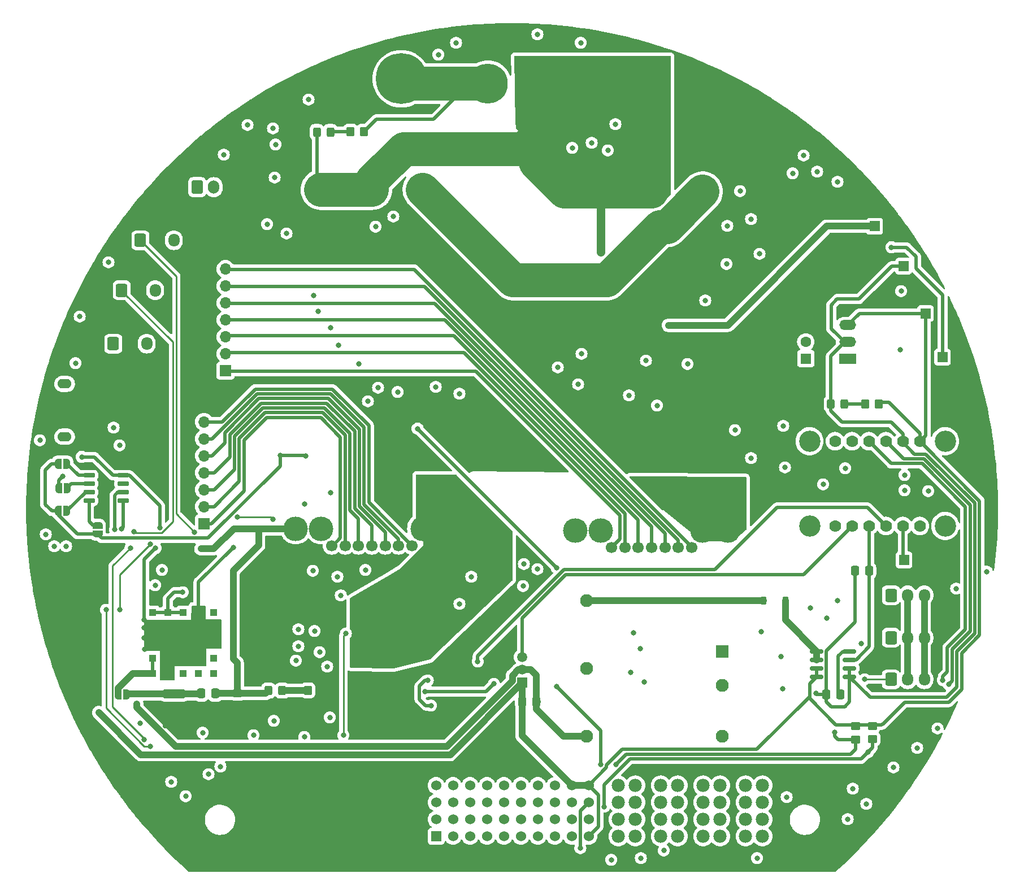
<source format=gbr>
%TF.GenerationSoftware,KiCad,Pcbnew,7.0.8*%
%TF.CreationDate,2024-05-08T13:20:19-04:00*%
%TF.ProjectId,PowerBoard_2024,506f7765-7242-46f6-9172-645f32303234,rev?*%
%TF.SameCoordinates,Original*%
%TF.FileFunction,Copper,L1,Top*%
%TF.FilePolarity,Positive*%
%FSLAX46Y46*%
G04 Gerber Fmt 4.6, Leading zero omitted, Abs format (unit mm)*
G04 Created by KiCad (PCBNEW 7.0.8) date 2024-05-08 13:20:19*
%MOMM*%
%LPD*%
G01*
G04 APERTURE LIST*
G04 Aperture macros list*
%AMRoundRect*
0 Rectangle with rounded corners*
0 $1 Rounding radius*
0 $2 $3 $4 $5 $6 $7 $8 $9 X,Y pos of 4 corners*
0 Add a 4 corners polygon primitive as box body*
4,1,4,$2,$3,$4,$5,$6,$7,$8,$9,$2,$3,0*
0 Add four circle primitives for the rounded corners*
1,1,$1+$1,$2,$3*
1,1,$1+$1,$4,$5*
1,1,$1+$1,$6,$7*
1,1,$1+$1,$8,$9*
0 Add four rect primitives between the rounded corners*
20,1,$1+$1,$2,$3,$4,$5,0*
20,1,$1+$1,$4,$5,$6,$7,0*
20,1,$1+$1,$6,$7,$8,$9,0*
20,1,$1+$1,$8,$9,$2,$3,0*%
%AMHorizOval*
0 Thick line with rounded ends*
0 $1 width*
0 $2 $3 position (X,Y) of the first rounded end (center of the circle)*
0 $4 $5 position (X,Y) of the second rounded end (center of the circle)*
0 Add line between two ends*
20,1,$1,$2,$3,$4,$5,0*
0 Add two circle primitives to create the rounded ends*
1,1,$1,$2,$3*
1,1,$1,$4,$5*%
%AMFreePoly0*
4,1,19,0.500000,-0.750000,0.000000,-0.750000,0.000000,-0.744911,-0.071157,-0.744911,-0.207708,-0.704816,-0.327430,-0.627875,-0.420627,-0.520320,-0.479746,-0.390866,-0.500000,-0.250000,-0.500000,0.250000,-0.479746,0.390866,-0.420627,0.520320,-0.327430,0.627875,-0.207708,0.704816,-0.071157,0.744911,0.000000,0.744911,0.000000,0.750000,0.500000,0.750000,0.500000,-0.750000,0.500000,-0.750000,
$1*%
%AMFreePoly1*
4,1,19,0.000000,0.744911,0.071157,0.744911,0.207708,0.704816,0.327430,0.627875,0.420627,0.520320,0.479746,0.390866,0.500000,0.250000,0.500000,-0.250000,0.479746,-0.390866,0.420627,-0.520320,0.327430,-0.627875,0.207708,-0.704816,0.071157,-0.744911,0.000000,-0.744911,0.000000,-0.750000,-0.500000,-0.750000,-0.500000,0.750000,0.000000,0.750000,0.000000,0.744911,0.000000,0.744911,
$1*%
G04 Aperture macros list end*
%TA.AperFunction,ComponentPad*%
%ADD10O,1.700000X1.950000*%
%TD*%
%TA.AperFunction,ComponentPad*%
%ADD11RoundRect,0.250000X-0.600000X-0.725000X0.600000X-0.725000X0.600000X0.725000X-0.600000X0.725000X0*%
%TD*%
%TA.AperFunction,ComponentPad*%
%ADD12R,1.700000X1.700000*%
%TD*%
%TA.AperFunction,ComponentPad*%
%ADD13O,1.700000X1.700000*%
%TD*%
%TA.AperFunction,SMDPad,CuDef*%
%ADD14FreePoly0,90.000000*%
%TD*%
%TA.AperFunction,SMDPad,CuDef*%
%ADD15FreePoly1,90.000000*%
%TD*%
%TA.AperFunction,SMDPad,CuDef*%
%ADD16FreePoly0,180.000000*%
%TD*%
%TA.AperFunction,SMDPad,CuDef*%
%ADD17FreePoly1,180.000000*%
%TD*%
%TA.AperFunction,SMDPad,CuDef*%
%ADD18RoundRect,0.250000X0.475000X-0.337500X0.475000X0.337500X-0.475000X0.337500X-0.475000X-0.337500X0*%
%TD*%
%TA.AperFunction,SMDPad,CuDef*%
%ADD19RoundRect,0.250000X-0.325000X-0.450000X0.325000X-0.450000X0.325000X0.450000X-0.325000X0.450000X0*%
%TD*%
%TA.AperFunction,ComponentPad*%
%ADD20C,7.620000*%
%TD*%
%TA.AperFunction,ComponentPad*%
%ADD21C,3.000000*%
%TD*%
%TA.AperFunction,ComponentPad*%
%ADD22C,3.683000*%
%TD*%
%TA.AperFunction,ComponentPad*%
%ADD23C,1.700000*%
%TD*%
%TA.AperFunction,ComponentPad*%
%ADD24RoundRect,1.500000X1.500000X1.500000X-1.500000X1.500000X-1.500000X-1.500000X1.500000X-1.500000X0*%
%TD*%
%TA.AperFunction,ComponentPad*%
%ADD25C,6.000000*%
%TD*%
%TA.AperFunction,SMDPad,CuDef*%
%ADD26RoundRect,0.250000X0.350000X0.450000X-0.350000X0.450000X-0.350000X-0.450000X0.350000X-0.450000X0*%
%TD*%
%TA.AperFunction,SMDPad,CuDef*%
%ADD27R,1.500000X1.500000*%
%TD*%
%TA.AperFunction,SMDPad,CuDef*%
%ADD28FreePoly0,0.000000*%
%TD*%
%TA.AperFunction,SMDPad,CuDef*%
%ADD29FreePoly1,0.000000*%
%TD*%
%TA.AperFunction,SMDPad,CuDef*%
%ADD30RoundRect,0.250000X-0.450000X0.350000X-0.450000X-0.350000X0.450000X-0.350000X0.450000X0.350000X0*%
%TD*%
%TA.AperFunction,SMDPad,CuDef*%
%ADD31RoundRect,0.250000X1.450000X-0.400000X1.450000X0.400000X-1.450000X0.400000X-1.450000X-0.400000X0*%
%TD*%
%TA.AperFunction,SMDPad,CuDef*%
%ADD32RoundRect,0.250000X0.337500X0.475000X-0.337500X0.475000X-0.337500X-0.475000X0.337500X-0.475000X0*%
%TD*%
%TA.AperFunction,ComponentPad*%
%ADD33RoundRect,0.250000X-0.600000X-0.750000X0.600000X-0.750000X0.600000X0.750000X-0.600000X0.750000X0*%
%TD*%
%TA.AperFunction,ComponentPad*%
%ADD34O,1.700000X2.000000*%
%TD*%
%TA.AperFunction,SMDPad,CuDef*%
%ADD35RoundRect,0.250000X-0.337500X-0.475000X0.337500X-0.475000X0.337500X0.475000X-0.337500X0.475000X0*%
%TD*%
%TA.AperFunction,ComponentPad*%
%ADD36C,1.778000*%
%TD*%
%TA.AperFunction,ComponentPad*%
%ADD37C,3.200000*%
%TD*%
%TA.AperFunction,ComponentPad*%
%ADD38R,1.500000X1.500000*%
%TD*%
%TA.AperFunction,ComponentPad*%
%ADD39C,1.500000*%
%TD*%
%TA.AperFunction,ComponentPad*%
%ADD40HorizOval,0.800000X0.000000X0.000000X0.000000X0.000000X0*%
%TD*%
%TA.AperFunction,ComponentPad*%
%ADD41HorizOval,0.800000X0.000000X0.000000X0.000000X0.000000X0*%
%TD*%
%TA.AperFunction,ComponentPad*%
%ADD42C,0.800000*%
%TD*%
%TA.AperFunction,ComponentPad*%
%ADD43O,6.000000X9.000000*%
%TD*%
%TA.AperFunction,ComponentPad*%
%ADD44C,1.980000*%
%TD*%
%TA.AperFunction,ComponentPad*%
%ADD45R,1.530000X1.530000*%
%TD*%
%TA.AperFunction,ComponentPad*%
%ADD46C,1.530000*%
%TD*%
%TA.AperFunction,SMDPad,CuDef*%
%ADD47RoundRect,0.150000X-0.825000X-0.150000X0.825000X-0.150000X0.825000X0.150000X-0.825000X0.150000X0*%
%TD*%
%TA.AperFunction,SMDPad,CuDef*%
%ADD48RoundRect,0.150000X0.725000X0.150000X-0.725000X0.150000X-0.725000X-0.150000X0.725000X-0.150000X0*%
%TD*%
%TA.AperFunction,ComponentPad*%
%ADD49R,1.950000X1.950000*%
%TD*%
%TA.AperFunction,ComponentPad*%
%ADD50C,1.950000*%
%TD*%
%TA.AperFunction,SMDPad,CuDef*%
%ADD51R,1.060000X1.060000*%
%TD*%
%TA.AperFunction,SMDPad,CuDef*%
%ADD52RoundRect,0.225000X0.225000X0.375000X-0.225000X0.375000X-0.225000X-0.375000X0.225000X-0.375000X0*%
%TD*%
%TA.AperFunction,ComponentPad*%
%ADD53R,2.500000X1.500000*%
%TD*%
%TA.AperFunction,ComponentPad*%
%ADD54O,2.500000X1.500000*%
%TD*%
%TA.AperFunction,ComponentPad*%
%ADD55R,1.600000X1.600000*%
%TD*%
%TA.AperFunction,ComponentPad*%
%ADD56C,1.600000*%
%TD*%
%TA.AperFunction,ComponentPad*%
%ADD57O,2.108200X1.422400*%
%TD*%
%TA.AperFunction,ViaPad*%
%ADD58C,0.800000*%
%TD*%
%TA.AperFunction,Conductor*%
%ADD59C,1.016000*%
%TD*%
%TA.AperFunction,Conductor*%
%ADD60C,0.250000*%
%TD*%
%TA.AperFunction,Conductor*%
%ADD61C,0.508000*%
%TD*%
%TA.AperFunction,Conductor*%
%ADD62C,5.080000*%
%TD*%
%TA.AperFunction,Conductor*%
%ADD63C,1.270000*%
%TD*%
G04 APERTURE END LIST*
D10*
%TO.P,J12,3,Pin_3*%
%TO.N,-5V*%
X200707000Y-123444000D03*
%TO.P,J12,2,Pin_2*%
%TO.N,+5V*%
X198207000Y-123444000D03*
D11*
%TO.P,J12,1,Pin_1*%
%TO.N,PWM11*%
X195707000Y-123444000D03*
%TD*%
D10*
%TO.P,J11,3,Pin_3*%
%TO.N,-5V*%
X200707000Y-117221000D03*
%TO.P,J11,2,Pin_2*%
%TO.N,+5V*%
X198207000Y-117221000D03*
D11*
%TO.P,J11,1,Pin_1*%
%TO.N,PWM10*%
X195707000Y-117221000D03*
%TD*%
%TO.P,J10,1,Pin_1*%
%TO.N,PWM9*%
X195707000Y-110855000D03*
D10*
%TO.P,J10,2,Pin_2*%
%TO.N,+5V*%
X198207000Y-110855000D03*
%TO.P,J10,3,Pin_3*%
%TO.N,-5V*%
X200707000Y-110855000D03*
%TD*%
D11*
%TO.P,J9,1,Pin_1*%
%TO.N,SONAR4*%
X83265000Y-57658000D03*
D10*
%TO.P,J9,2,Pin_2*%
%TO.N,+12V*%
X85765000Y-57658000D03*
%TO.P,J9,3,Pin_3*%
%TO.N,-12V*%
X88265000Y-57658000D03*
%TD*%
D11*
%TO.P,J8,1,Pin_1*%
%TO.N,SONAR6*%
X79201000Y-73152000D03*
D10*
%TO.P,J8,2,Pin_2*%
%TO.N,+12V*%
X81701000Y-73152000D03*
%TO.P,J8,3,Pin_3*%
%TO.N,-12V*%
X84201000Y-73152000D03*
%TD*%
D11*
%TO.P,J7,1,Pin_1*%
%TO.N,SONAR3*%
X80471000Y-65151000D03*
D10*
%TO.P,J7,2,Pin_2*%
%TO.N,+12V*%
X82971000Y-65151000D03*
%TO.P,J7,3,Pin_3*%
%TO.N,-12V*%
X85471000Y-65151000D03*
%TD*%
D12*
%TO.P,J5,1,Pin_1*%
%TO.N,PG_CTRL_2*%
X96012000Y-77216000D03*
D13*
%TO.P,J5,2,Pin_2*%
%TO.N,-SENSE_2*%
X96012000Y-74676000D03*
%TO.P,J5,3,Pin_3*%
%TO.N,SDA_2*%
X96012000Y-72136000D03*
%TO.P,J5,4,Pin_4*%
%TO.N,SALERT_2*%
X96012000Y-69596000D03*
%TO.P,J5,5,Pin_5*%
%TO.N,SCL_2*%
X96012000Y-67056000D03*
%TO.P,J5,6,Pin_6*%
%TO.N,SA0{slash}SA1_2*%
X96012000Y-64516000D03*
%TO.P,J5,7,Pin_7*%
%TO.N,SA0_2*%
X96012000Y-61976000D03*
%TD*%
D14*
%TO.P,JP6,1,A*%
%TO.N,3.3V*%
X76835000Y-101672800D03*
D15*
%TO.P,JP6,2,B*%
%TO.N,Net-(JP6-B)*%
X76835000Y-100372800D03*
%TD*%
D16*
%TO.P,JP8,1,A*%
%TO.N,Net-(JP8-A)*%
X81233800Y-125715800D03*
D17*
%TO.P,JP8,2,B*%
%TO.N,Net-(JP8-B)*%
X79933800Y-125715800D03*
%TD*%
D18*
%TO.P,C7,1*%
%TO.N,+12V*%
X97815400Y-127616900D03*
%TO.P,C7,2*%
%TO.N,-12V*%
X97815400Y-125541900D03*
%TD*%
D19*
%TO.P,D3,1,K*%
%TO.N,-5V*%
X186706400Y-82180200D03*
%TO.P,D3,2,A*%
%TO.N,Net-(D3-A)*%
X188756400Y-82180200D03*
%TD*%
D20*
%TO.P,TP11,1,1*%
%TO.N,-48V*%
X158216600Y-34733000D03*
%TD*%
D21*
%TO.P,BMR1,1,+In*%
%TO.N,+48V_afterEMC*%
X167477200Y-50379400D03*
%TO.P,BMR1,2,RC*%
%TO.N,-48V*%
X159857200Y-50379400D03*
%TO.P,BMR1,3,-In*%
X152237200Y-50379400D03*
D22*
%TO.P,BMR1,4,-OUT*%
%TO.N,-12V*%
X148427200Y-101179400D03*
%TO.P,BMR1,5,-OUT*%
X152237200Y-101179400D03*
%TO.P,BMR1,7,+OUT*%
%TO.N,+12V_out*%
X167477200Y-101179400D03*
%TO.P,BMR1,8,+OUT*%
X171287200Y-101179400D03*
D23*
%TO.P,BMR1,9,PG_CTRL*%
%TO.N,PG_CTRL_2*%
X153857200Y-103719400D03*
%TO.P,BMR1,10,-SENSE*%
%TO.N,-SENSE_2*%
X155857200Y-103719400D03*
%TO.P,BMR1,11,SDA*%
%TO.N,SDA_2*%
X157857200Y-103719400D03*
%TO.P,BMR1,12,SALERT*%
%TO.N,SALERT_2*%
X159857200Y-103719400D03*
%TO.P,BMR1,13,SCL*%
%TO.N,SCL_2*%
X161857200Y-103719400D03*
%TO.P,BMR1,14,SA0/SA1*%
%TO.N,SA0{slash}SA1_2*%
X163857200Y-103719400D03*
%TO.P,BMR1,15,SA0/+SENSE*%
%TO.N,SA0_2*%
X165857200Y-103719400D03*
%TD*%
D21*
%TO.P,BMR2,1,+In*%
%TO.N,+48V_afterEMC*%
X125567200Y-50074600D03*
%TO.P,BMR2,2,RC*%
%TO.N,-48V*%
X117947200Y-50074600D03*
%TO.P,BMR2,3,-In*%
X110327200Y-50074600D03*
D22*
%TO.P,BMR2,4,-OUT*%
%TO.N,-12V*%
X106517200Y-100874600D03*
%TO.P,BMR2,5,-OUT*%
X110327200Y-100874600D03*
%TO.P,BMR2,7,+OUT*%
%TO.N,+12V_out*%
X125567200Y-100874600D03*
%TO.P,BMR2,8,+OUT*%
X129377200Y-100874600D03*
D23*
%TO.P,BMR2,9,PG_CTRL*%
%TO.N,PG_CTRL_1*%
X111947200Y-103414600D03*
%TO.P,BMR2,10,-SENSE*%
%TO.N,-SENSE_1*%
X113947200Y-103414600D03*
%TO.P,BMR2,11,SDA*%
%TO.N,SDA_1*%
X115947200Y-103414600D03*
%TO.P,BMR2,12,SALERT*%
%TO.N,SALERT_1*%
X117947200Y-103414600D03*
%TO.P,BMR2,13,SCL*%
%TO.N,SCL_1*%
X119947200Y-103414600D03*
%TO.P,BMR2,14,SA0/SA1*%
%TO.N,SA0{slash}SA1_1*%
X121947200Y-103414600D03*
%TO.P,BMR2,15,SA0/+SENSE*%
%TO.N,SA0_1*%
X123947200Y-103414600D03*
%TD*%
D19*
%TO.P,D1,1,K*%
%TO.N,-48V*%
X109693600Y-41438600D03*
%TO.P,D1,2,A*%
%TO.N,Net-(D1-A)*%
X111743600Y-41438600D03*
%TD*%
D24*
%TO.P,J2,1,POS*%
%TO.N,-48V*%
X142531200Y-34199600D03*
D25*
%TO.P,J2,2,NEG*%
%TO.N,+48V*%
X135331200Y-34199600D03*
%TD*%
D26*
%TO.P,R4,1*%
%TO.N,+12V*%
X110381800Y-125106200D03*
%TO.P,R4,2*%
%TO.N,Net-(D2-A)*%
X108381800Y-125106200D03*
%TD*%
D27*
%TO.P,TP2,1,1*%
%TO.N,-12V*%
X203428600Y-75169800D03*
%TD*%
D28*
%TO.P,JP5,1,A*%
%TO.N,3.3V*%
X70942200Y-91136600D03*
D29*
%TO.P,JP5,2,B*%
%TO.N,Net-(JP5-B)*%
X72242200Y-91136600D03*
%TD*%
D30*
%TO.P,R1,1*%
%TO.N,+5V*%
X190449200Y-130465600D03*
%TO.P,R1,2*%
%TO.N,SCL*%
X190449200Y-132465600D03*
%TD*%
D31*
%TO.P,FB1,1*%
%TO.N,+12V*%
X88315800Y-130074400D03*
%TO.P,FB1,2*%
%TO.N,Net-(JP8-A)*%
X88315800Y-125624400D03*
%TD*%
D28*
%TO.P,JP3,1,A*%
%TO.N,3.3V*%
X70942200Y-98236600D03*
D29*
%TO.P,JP3,2,B*%
%TO.N,Net-(JP3-B)*%
X72242200Y-98236600D03*
%TD*%
D12*
%TO.P,J3,1,Pin_1*%
%TO.N,PG_CTRL_1*%
X92786200Y-100112600D03*
D13*
%TO.P,J3,2,Pin_2*%
%TO.N,-SENSE_1*%
X92786200Y-97572600D03*
%TO.P,J3,3,Pin_3*%
%TO.N,SDA_1*%
X92786200Y-95032600D03*
%TO.P,J3,4,Pin_4*%
%TO.N,SALERT_1*%
X92786200Y-92492600D03*
%TO.P,J3,5,Pin_5*%
%TO.N,SCL_1*%
X92786200Y-89952600D03*
%TO.P,J3,6,Pin_6*%
%TO.N,SA0{slash}SA1_1*%
X92786200Y-87412600D03*
%TO.P,J3,7,Pin_7*%
%TO.N,SA0_1*%
X92786200Y-84872600D03*
%TD*%
D32*
%TO.P,C2,1*%
%TO.N,Net-(U2-VCC)*%
X188123700Y-125715800D03*
%TO.P,C2,2*%
%TO.N,-5V*%
X186048700Y-125715800D03*
%TD*%
D26*
%TO.P,R5,1*%
%TO.N,+5V*%
X193873400Y-82205600D03*
%TO.P,R5,2*%
%TO.N,Net-(D3-A)*%
X191873400Y-82205600D03*
%TD*%
D27*
%TO.P,TP5,1,1*%
%TO.N,+48V*%
X193268600Y-55561000D03*
%TD*%
D33*
%TO.P,J6,1,Pin_1*%
%TO.N,+5V*%
X91770200Y-49693600D03*
D34*
%TO.P,J6,2,Pin_2*%
%TO.N,-5V*%
X94270200Y-49693600D03*
%TD*%
D27*
%TO.P,TP1,1,1*%
%TO.N,+12V*%
X205257400Y-81316600D03*
%TD*%
D20*
%TO.P,TP9,1,1*%
%TO.N,+48V*%
X122351800Y-33463000D03*
%TD*%
D32*
%TO.P,C3,1*%
%TO.N,5V_Sense*%
X192426500Y-107173800D03*
%TO.P,C3,2*%
%TO.N,-5V*%
X190351500Y-107173800D03*
%TD*%
D26*
%TO.P,R3,1*%
%TO.N,+48V*%
X116754800Y-41387800D03*
%TO.P,R3,2*%
%TO.N,Net-(D1-A)*%
X114754800Y-41387800D03*
%TD*%
D35*
%TO.P,C1,1*%
%TO.N,+5V*%
X140487400Y-126833400D03*
%TO.P,C1,2*%
%TO.N,-5V*%
X142562400Y-126833400D03*
%TD*%
D36*
%TO.P,ADS1,1,vdd*%
%TO.N,+5V*%
X200025000Y-87768200D03*
%TO.P,ADS1,2,gnd*%
%TO.N,-5V*%
X197485000Y-87768200D03*
%TO.P,ADS1,3,scl*%
%TO.N,SCL*%
X194945000Y-87768200D03*
%TO.P,ADS1,4,sda*%
%TO.N,SDA*%
X192405000Y-87768200D03*
%TO.P,ADS1,5,addr*%
%TO.N,unconnected-(ADS1-addr-Pad5)*%
X189865000Y-87768200D03*
%TO.P,ADS1,6,alrt*%
%TO.N,unconnected-(ADS1-alrt-Pad6)*%
X187325000Y-87768200D03*
%TO.P,ADS1,7,a0*%
%TO.N,12V_Sense*%
X189865000Y-100468200D03*
%TO.P,ADS1,8,a1*%
%TO.N,5V_Sense*%
X192405000Y-100468200D03*
%TO.P,ADS1,9,a2*%
%TO.N,5V_Sense_2*%
X194945000Y-100468200D03*
%TO.P,ADS1,10,a3*%
%TO.N,Net-(ADS1-a3)*%
X197485000Y-100468200D03*
%TO.P,ADS1,11*%
%TO.N,N/C*%
X200025000Y-100468200D03*
%TO.P,ADS1,12*%
X187325000Y-100468200D03*
D37*
%TO.P,ADS1,13*%
X203835000Y-100468200D03*
X203835000Y-87768200D03*
X183515000Y-100468200D03*
X183515000Y-87768200D03*
%TD*%
D38*
%TO.P,U1,1,VCC*%
%TO.N,+5V*%
X140466200Y-123938600D03*
D39*
%TO.P,U1,2,GND*%
%TO.N,-5V*%
X140466200Y-122028600D03*
%TO.P,U1,3,VIOUT*%
%TO.N,12V_Sense*%
X140466200Y-120118600D03*
D40*
%TO.P,U1,4,IP+*%
%TO.N,+12V_out*%
X118436200Y-120978600D03*
D41*
X119696200Y-120978600D03*
D42*
X117406200Y-120228600D03*
X120726200Y-120228600D03*
X117016200Y-119028600D03*
X121116200Y-119028600D03*
X117016200Y-117698600D03*
X121116200Y-117698600D03*
D43*
X119066200Y-117028600D03*
D42*
X117016200Y-116358600D03*
X121116200Y-116358600D03*
X117016200Y-115028600D03*
X121116200Y-115028600D03*
X117406200Y-113828600D03*
X120726200Y-113828600D03*
X118436200Y-113078600D03*
X119696200Y-113078600D03*
%TO.P,U1,5,IP-*%
%TO.N,+12V*%
X118436200Y-130978600D03*
X119696200Y-130978600D03*
X117406200Y-130228600D03*
X120726200Y-130228600D03*
X117016200Y-129028600D03*
X121116200Y-129028600D03*
X117016200Y-127698600D03*
X121116200Y-127698600D03*
D43*
X119066200Y-127028600D03*
D42*
X117016200Y-126358600D03*
X121116200Y-126358600D03*
X117016200Y-125028600D03*
X121116200Y-125028600D03*
X117406200Y-123828600D03*
X120726200Y-123828600D03*
D41*
X118436200Y-123078600D03*
D40*
X119696200Y-123078600D03*
%TD*%
D30*
%TO.P,R2,1*%
%TO.N,+5V*%
X192938400Y-130414800D03*
%TO.P,R2,2*%
%TO.N,SDA*%
X192938400Y-132414800D03*
%TD*%
D35*
%TO.P,C6,1*%
%TO.N,Net-(JP8-A)*%
X92409100Y-125563400D03*
%TO.P,C6,2*%
%TO.N,-12V*%
X94484100Y-125563400D03*
%TD*%
D44*
%TO.P,J1,P01_1,POWER_01*%
%TO.N,+12V*%
X101539000Y-139352200D03*
%TO.P,J1,P01_2,POWER_01__1*%
X101539000Y-141892200D03*
%TO.P,J1,P01_3,POWER_01__2*%
X101539000Y-144432200D03*
%TO.P,J1,P01_4,POWER_01__3*%
X101539000Y-146972200D03*
%TO.P,J1,P01_5,POWER_01__4*%
X104079000Y-139352200D03*
%TO.P,J1,P01_6,POWER_01__5*%
X104079000Y-141892200D03*
%TO.P,J1,P01_7,POWER_01__6*%
X104079000Y-144432200D03*
%TO.P,J1,P01_8,POWER_01__7*%
X104079000Y-146972200D03*
%TO.P,J1,P02_1,POWER_02*%
X107889000Y-139352200D03*
%TO.P,J1,P02_2,POWER_02__1*%
X107889000Y-141892200D03*
%TO.P,J1,P02_3,POWER_02__2*%
X107889000Y-144432200D03*
%TO.P,J1,P02_4,POWER_02__3*%
X107889000Y-146972200D03*
%TO.P,J1,P02_5,POWER_02__4*%
X110429000Y-139352200D03*
%TO.P,J1,P02_6,POWER_02__5*%
X110429000Y-141892200D03*
%TO.P,J1,P02_7,POWER_02__6*%
X110429000Y-144432200D03*
%TO.P,J1,P02_8,POWER_02__7*%
X110429000Y-146972200D03*
%TO.P,J1,P03_1,POWER_03*%
X114239000Y-139352200D03*
%TO.P,J1,P03_2,POWER_03__1*%
X114239000Y-141892200D03*
%TO.P,J1,P03_3,POWER_03__2*%
X114239000Y-144432200D03*
%TO.P,J1,P03_4,POWER_03__3*%
X114239000Y-146972200D03*
%TO.P,J1,P03_5,POWER_03__4*%
X116779000Y-139352200D03*
%TO.P,J1,P03_6,POWER_03__5*%
X116779000Y-141892200D03*
%TO.P,J1,P03_7,POWER_03__6*%
X116779000Y-144432200D03*
%TO.P,J1,P03_8,POWER_03__7*%
X116779000Y-146972200D03*
%TO.P,J1,P04_1,POWER_04*%
X120589000Y-139352200D03*
%TO.P,J1,P04_2,POWER_04__1*%
X120589000Y-141892200D03*
%TO.P,J1,P04_3,POWER_04__2*%
X120589000Y-144432200D03*
%TO.P,J1,P04_4,POWER_04__3*%
X120589000Y-146972200D03*
%TO.P,J1,P04_5,POWER_04__4*%
X123129000Y-139352200D03*
%TO.P,J1,P04_6,POWER_04__5*%
X123129000Y-141892200D03*
%TO.P,J1,P04_7,POWER_04__6*%
X123129000Y-144432200D03*
%TO.P,J1,P04_8,POWER_04__7*%
X123129000Y-146972200D03*
%TO.P,J1,P05_1,POWER_05*%
%TO.N,-12V*%
X154879000Y-139352200D03*
%TO.P,J1,P05_2,POWER_05__1*%
X154879000Y-141892200D03*
%TO.P,J1,P05_3,POWER_05__2*%
X154879000Y-144432200D03*
%TO.P,J1,P05_4,POWER_05__3*%
X154879000Y-146972200D03*
%TO.P,J1,P05_5,POWER_05__4*%
X157419000Y-139352200D03*
%TO.P,J1,P05_6,POWER_05__5*%
X157419000Y-141892200D03*
%TO.P,J1,P05_7,POWER_05__6*%
X157419000Y-144432200D03*
%TO.P,J1,P05_8,POWER_05__7*%
X157419000Y-146972200D03*
%TO.P,J1,P06_1,POWER_06*%
X161229000Y-139352200D03*
%TO.P,J1,P06_2,POWER_06__1*%
X161229000Y-141892200D03*
%TO.P,J1,P06_3,POWER_06__2*%
X161229000Y-144432200D03*
%TO.P,J1,P06_4,POWER_06__3*%
X161229000Y-146972200D03*
%TO.P,J1,P06_5,POWER_06__4*%
X163769000Y-139352200D03*
%TO.P,J1,P06_6,POWER_06__5*%
X163769000Y-141892200D03*
%TO.P,J1,P06_7,POWER_06__6*%
X163769000Y-144432200D03*
%TO.P,J1,P06_8,POWER_06__7*%
X163769000Y-146972200D03*
%TO.P,J1,P07_1,POWER_07*%
X167579000Y-139352200D03*
%TO.P,J1,P07_2,POWER_07__1*%
X167579000Y-141892200D03*
%TO.P,J1,P07_3,POWER_07__2*%
X167579000Y-144432200D03*
%TO.P,J1,P07_4,POWER_07__3*%
X167579000Y-146972200D03*
%TO.P,J1,P07_5,POWER_07__4*%
X170119000Y-139352200D03*
%TO.P,J1,P07_6,POWER_07__5*%
X170119000Y-141892200D03*
%TO.P,J1,P07_7,POWER_07__6*%
X170119000Y-144432200D03*
%TO.P,J1,P07_8,POWER_07__7*%
X170119000Y-146972200D03*
%TO.P,J1,P08_1,POWER_08*%
X173929000Y-139352200D03*
%TO.P,J1,P08_2,POWER_08__1*%
X173929000Y-141892200D03*
%TO.P,J1,P08_3,POWER_08__2*%
X173929000Y-144432200D03*
%TO.P,J1,P08_4,POWER_08__3*%
X173929000Y-146972200D03*
%TO.P,J1,P08_5,POWER_08__4*%
X176469000Y-139352200D03*
%TO.P,J1,P08_6,POWER_08__5*%
X176469000Y-141892200D03*
%TO.P,J1,P08_7,POWER_08__6*%
X176469000Y-144432200D03*
%TO.P,J1,P08_8,POWER_08__7*%
X176469000Y-146972200D03*
D45*
%TO.P,J1,S01,01*%
%TO.N,GPIO10*%
X127574000Y-146972200D03*
D46*
%TO.P,J1,S02,02*%
%TO.N,SONAR1*%
X127574000Y-144432200D03*
%TO.P,J1,S03,03*%
%TO.N,PWM8*%
X127574000Y-141892200D03*
%TO.P,J1,S04,04*%
%TO.N,PWM1*%
X127574000Y-139352200D03*
%TO.P,J1,S05,05*%
%TO.N,GPIO9*%
X130114000Y-146972200D03*
%TO.P,J1,S06,06*%
%TO.N,SONAR2*%
X130114000Y-144432200D03*
%TO.P,J1,S07,07*%
%TO.N,PWM9*%
X130114000Y-141892200D03*
%TO.P,J1,S08,08*%
%TO.N,PWM2*%
X130114000Y-139352200D03*
%TO.P,J1,S09,09*%
%TO.N,GPIO8*%
X132654000Y-146972200D03*
%TO.P,J1,S10,10*%
%TO.N,SONAR3*%
X132654000Y-144432200D03*
%TO.P,J1,S11,11*%
%TO.N,PWM10*%
X132654000Y-141892200D03*
%TO.P,J1,S12,12*%
%TO.N,PWM3*%
X132654000Y-139352200D03*
%TO.P,J1,S13,13*%
%TO.N,GPIO7*%
X135194000Y-146972200D03*
%TO.P,J1,S14,14*%
%TO.N,SONAR4*%
X135194000Y-144432200D03*
%TO.P,J1,S15,15*%
%TO.N,PWM11*%
X135194000Y-141892200D03*
%TO.P,J1,S16,16*%
%TO.N,PWM4*%
X135194000Y-139352200D03*
%TO.P,J1,S17,17*%
%TO.N,GPIO6*%
X137734000Y-146972200D03*
%TO.P,J1,S18,18*%
%TO.N,SONAR5*%
X137734000Y-144432200D03*
%TO.P,J1,S19,19*%
%TO.N,PWM12*%
X137734000Y-141892200D03*
%TO.P,J1,S20,20*%
%TO.N,PWM5*%
X137734000Y-139352200D03*
%TO.P,J1,S21,21*%
%TO.N,GPIO5*%
X140274000Y-146972200D03*
%TO.P,J1,S22,22*%
%TO.N,SONAR6*%
X140274000Y-144432200D03*
%TO.P,J1,S23,23*%
%TO.N,PWM13*%
X140274000Y-141892200D03*
%TO.P,J1,S24,24*%
%TO.N,PWM6*%
X140274000Y-139352200D03*
%TO.P,J1,S25,25*%
%TO.N,GPIO4*%
X142814000Y-146972200D03*
%TO.P,J1,S26,26*%
%TO.N,RX*%
X142814000Y-144432200D03*
%TO.P,J1,S27,27*%
%TO.N,PWM14*%
X142814000Y-141892200D03*
%TO.P,J1,S28,28*%
%TO.N,PWM7*%
X142814000Y-139352200D03*
%TO.P,J1,S29,29*%
%TO.N,GPIO3*%
X145354000Y-146972200D03*
%TO.P,J1,S30,30*%
%TO.N,TX*%
X145354000Y-144432200D03*
%TO.P,J1,S31,31*%
%TO.N,PWM15*%
X145354000Y-141892200D03*
%TO.P,J1,S32,32*%
%TO.N,GPIO1*%
X145354000Y-139352200D03*
%TO.P,J1,S33,33*%
%TO.N,GPIO2*%
X147894000Y-146972200D03*
%TO.P,J1,S34,34*%
%TO.N,SDA*%
X147894000Y-144432200D03*
%TO.P,J1,S35,35*%
%TO.N,Net-(J1-35)*%
X147894000Y-141892200D03*
%TO.P,J1,S36,36*%
%TO.N,+5V*%
X147894000Y-139352200D03*
%TO.P,J1,S37,37*%
X150434000Y-146972200D03*
%TO.P,J1,S38,38*%
%TO.N,unconnected-(J1-38-PadS38)*%
X150434000Y-144432200D03*
%TO.P,J1,S39,39*%
%TO.N,SCL*%
X150434000Y-141892200D03*
%TO.P,J1,S40,40*%
%TO.N,+5V*%
X150434000Y-139352200D03*
%TD*%
D28*
%TO.P,JP4,1,A*%
%TO.N,-5V*%
X70999200Y-94778600D03*
D29*
%TO.P,JP4,2,B*%
%TO.N,Net-(JP4-B)*%
X72299200Y-94778600D03*
%TD*%
D47*
%TO.P,U2,1,IP+*%
%TO.N,Net-(D5-K)*%
X184545200Y-119238800D03*
%TO.P,U2,2,IP+*%
X184545200Y-120508800D03*
%TO.P,U2,3,IP-*%
%TO.N,+5V*%
X184545200Y-121778800D03*
%TO.P,U2,4,IP-*%
X184545200Y-123048800D03*
%TO.P,U2,5,GND*%
%TO.N,-5V*%
X189495200Y-123048800D03*
%TO.P,U2,6,FILTER*%
X189495200Y-121778800D03*
%TO.P,U2,7,VIOUT*%
%TO.N,5V_Sense*%
X189495200Y-120508800D03*
%TO.P,U2,8,VCC*%
%TO.N,Net-(U2-VCC)*%
X189495200Y-119238800D03*
%TD*%
D19*
%TO.P,D2,1,K*%
%TO.N,-12V*%
X102445600Y-125131600D03*
%TO.P,D2,2,A*%
%TO.N,Net-(D2-A)*%
X104495600Y-125131600D03*
%TD*%
D48*
%TO.P,U5,1,SDA*%
%TO.N,SDA*%
X80721200Y-96683600D03*
%TO.P,U5,2,SCL*%
%TO.N,SCL*%
X80721200Y-95413600D03*
%TO.P,U5,3,ALERT*%
%TO.N,unconnected-(U5-ALERT-Pad3)*%
X80721200Y-94143600D03*
%TO.P,U5,4,GND*%
%TO.N,-5V*%
X80721200Y-92873600D03*
%TO.P,U5,5,A2*%
%TO.N,Net-(JP5-B)*%
X75571200Y-92873600D03*
%TO.P,U5,6,A1*%
%TO.N,Net-(JP4-B)*%
X75571200Y-94143600D03*
%TO.P,U5,7,A0*%
%TO.N,Net-(JP3-B)*%
X75571200Y-95413600D03*
%TO.P,U5,8,V+*%
%TO.N,Net-(JP6-B)*%
X75571200Y-96683600D03*
%TD*%
D27*
%TO.P,TP3,1,1*%
%TO.N,+5V*%
X200888600Y-68616600D03*
%TD*%
%TO.P,TP4,1,1*%
%TO.N,-5V*%
X197586600Y-61555400D03*
%TD*%
D49*
%TO.P,PS1,1,+VIN*%
%TO.N,Net-(JP1-A)*%
X170397800Y-119304200D03*
D50*
%TO.P,PS1,2,-VIN*%
%TO.N,-12V*%
X170397800Y-124384200D03*
%TO.P,PS1,3,+VOUT*%
%TO.N,Net-(D5-A)*%
X150077800Y-111644200D03*
%TO.P,PS1,4,TRIM*%
%TO.N,unconnected-(PS1-TRIM-Pad4)*%
X150077800Y-121804200D03*
%TO.P,PS1,5,-VOUT*%
%TO.N,-5V*%
X150077800Y-131964200D03*
%TO.P,PS1,6,RC*%
%TO.N,Net-(JP1-B)*%
X170397800Y-132004200D03*
%TD*%
D27*
%TO.P,TP7,1,1*%
%TO.N,Net-(ADS1-a3)*%
X197670149Y-105548200D03*
%TD*%
D51*
%TO.P,PS2,A1,VIN*%
%TO.N,Net-(JP8-B)*%
X85099400Y-122578200D03*
%TO.P,PS2,A2,VIN__1*%
X85099400Y-120288200D03*
%TO.P,PS2,A3,GND*%
%TO.N,-5V*%
X85099400Y-117998200D03*
%TO.P,PS2,A4,GND__1*%
X85099400Y-115708200D03*
%TO.P,PS2,A5,VOUT*%
%TO.N,Net-(D4-A)*%
X85099400Y-113418200D03*
%TO.P,PS2,B1,GND__2*%
%TO.N,-5V*%
X87389400Y-122578200D03*
%TO.P,PS2,B2,GND__3*%
X87389400Y-120288200D03*
%TO.P,PS2,B3,GND__4*%
X87389400Y-117998200D03*
%TO.P,PS2,B4,GND__5*%
X87389400Y-115708200D03*
%TO.P,PS2,B5,VOUT__1*%
%TO.N,Net-(D4-A)*%
X87389400Y-113418200D03*
%TO.P,PS2,C1,CTRL*%
%TO.N,unconnected-(PS2-CTRL-PadC1)*%
X89679400Y-122578200D03*
%TO.P,PS2,C2,GND__6*%
%TO.N,-5V*%
X89679400Y-120288200D03*
%TO.P,PS2,C3,GND__7*%
X89679400Y-117998200D03*
%TO.P,PS2,C4,GND__8*%
X89679400Y-115708200D03*
%TO.P,PS2,C5,SENSE*%
%TO.N,Net-(D4-A)*%
X89679400Y-113418200D03*
%TO.P,PS2,D1,PGOOD*%
%TO.N,unconnected-(PS2-PGOOD-PadD1)*%
X91969400Y-122578200D03*
%TO.P,PS2,D2,GND__9*%
%TO.N,-5V*%
X91969400Y-120288200D03*
%TO.P,PS2,D3,GND__10*%
X91969400Y-117998200D03*
%TO.P,PS2,D4,GND__11*%
X91969400Y-115708200D03*
%TO.P,PS2,D5,GND__12*%
X91969400Y-113418200D03*
%TO.P,PS2,E1,SEQ*%
%TO.N,unconnected-(PS2-SEQ-PadE1)*%
X94259400Y-122578200D03*
%TO.P,PS2,E2,NC*%
%TO.N,unconnected-(PS2-NC-PadE2)*%
X94259400Y-120288200D03*
%TO.P,PS2,E3,GND__13*%
%TO.N,-5V*%
X94259400Y-117998200D03*
%TO.P,PS2,E4,GND__14*%
X94259400Y-115708200D03*
%TO.P,PS2,E5,TRIM*%
%TO.N,unconnected-(PS2-TRIM-PadE5)*%
X94259400Y-113418200D03*
%TD*%
D52*
%TO.P,D5,1,K*%
%TO.N,Net-(D5-K)*%
X179881800Y-111695000D03*
%TO.P,D5,2,A*%
%TO.N,Net-(D5-A)*%
X176581800Y-111695000D03*
%TD*%
D53*
%TO.P,U6,1,Vin*%
%TO.N,Net-(U6-Vin)*%
X189204600Y-75462300D03*
D54*
%TO.P,U6,2,GND*%
%TO.N,-5V*%
X189204600Y-72922300D03*
%TO.P,U6,3,Vout*%
%TO.N,+5V*%
X189204600Y-70382300D03*
%TD*%
D55*
%TO.P,C15,1*%
%TO.N,Net-(U6-Vin)*%
X182956200Y-75379925D03*
D56*
%TO.P,C15,2*%
%TO.N,-12V*%
X182956200Y-72879925D03*
%TD*%
D57*
%TO.P,J4,10*%
%TO.N,N/C*%
X71907400Y-87076300D03*
%TO.P,J4,11*%
X71907400Y-79176300D03*
%TD*%
D58*
%TO.N,-12V*%
X142748000Y-106934000D03*
X140716000Y-106172000D03*
X140589000Y-109474000D03*
X132842000Y-108077000D03*
X131064000Y-112141000D03*
X113284000Y-110871000D03*
X116967000Y-107061000D03*
X109093000Y-107188000D03*
X112776000Y-108077000D03*
X109347000Y-116205000D03*
X111252000Y-121539000D03*
X83185000Y-130048000D03*
X90043000Y-140970000D03*
X87884000Y-138811000D03*
X95250000Y-136525000D03*
X93472000Y-137668000D03*
X111633000Y-129159000D03*
X103251000Y-129667000D03*
X107823000Y-132080000D03*
X100203000Y-131826000D03*
X92583000Y-131445000D03*
X110109000Y-119380000D03*
X106553000Y-120650000D03*
X106934000Y-118491000D03*
X106934000Y-115951000D03*
X85471000Y-109347000D03*
X86487000Y-107061000D03*
X69088000Y-101727000D03*
X70358000Y-103505000D03*
X72136000Y-103505000D03*
X79248000Y-85725000D03*
X68199000Y-87630000D03*
X78486000Y-60960000D03*
X74168000Y-69088000D03*
X73533000Y-76073000D03*
%TO.N,+12V*%
X81788000Y-82296000D03*
%TO.N,-12V*%
X80137000Y-88392000D03*
X111760000Y-95504000D03*
X107823000Y-97155000D03*
X159004000Y-75692000D03*
X149352000Y-74676000D03*
X145796000Y-76708000D03*
X148844000Y-79248000D03*
X131064000Y-80645000D03*
X127508000Y-79629000D03*
X121793000Y-80391000D03*
X117348000Y-81788000D03*
X118872000Y-79756000D03*
X109220000Y-65913000D03*
X109855000Y-68326000D03*
X111760000Y-70739000D03*
X112903000Y-73406000D03*
X115951000Y-76200000D03*
X121158000Y-54102000D03*
X118491000Y-55626000D03*
X102235000Y-55245000D03*
X103378000Y-48260000D03*
X105156000Y-56642000D03*
X103505000Y-43307000D03*
X108458000Y-36576000D03*
X99314000Y-40386000D03*
X103124000Y-40894000D03*
X95758000Y-44831000D03*
X127889000Y-29845000D03*
X130556000Y-28067000D03*
X142748000Y-26797000D03*
X149225000Y-28067000D03*
X154432000Y-40259000D03*
X153289000Y-44196000D03*
X147955000Y-43815000D03*
X150876000Y-43053000D03*
X184658000Y-47371000D03*
X180975000Y-47625000D03*
X182626000Y-44958000D03*
X187706000Y-48895000D03*
X174752000Y-54483000D03*
X173101000Y-50292000D03*
X176022000Y-59690000D03*
X171196000Y-55499000D03*
X171069000Y-61214000D03*
X167894000Y-66675000D03*
X165227000Y-76200000D03*
X156464000Y-80899000D03*
X160655000Y-82423000D03*
X197231000Y-65278000D03*
X197104000Y-74041000D03*
X179578000Y-85471000D03*
X179832000Y-91694000D03*
X174752000Y-90297000D03*
X172339000Y-86106000D03*
X191262000Y-118110000D03*
X202692000Y-130810000D03*
X210058000Y-107315000D03*
X205486000Y-109855000D03*
%TO.N,+12V*%
X206756000Y-90043000D03*
%TO.N,-12V*%
X201295000Y-95250000D03*
X197739000Y-92837000D03*
X188849000Y-91821000D03*
X197739000Y-95123000D03*
X185547000Y-94234000D03*
X186055000Y-114300000D03*
X183642000Y-112776000D03*
X187706000Y-111633000D03*
X161671000Y-149098000D03*
X153797000Y-150495000D03*
X158242000Y-150241000D03*
X175641000Y-150241000D03*
X180086000Y-141097000D03*
X189230000Y-144399000D03*
X199644000Y-133731000D03*
X196088000Y-136652000D03*
X189992000Y-139827000D03*
X192024000Y-142113000D03*
X179451000Y-124841000D03*
X179197000Y-120015000D03*
X176276000Y-116332000D03*
X158115000Y-118872000D03*
X158750000Y-123825000D03*
X157099000Y-116459000D03*
X156718000Y-122428000D03*
%TO.N,SONAR6*%
X84709000Y-133477000D03*
X78105000Y-113030000D03*
X80137000Y-113030000D03*
X84724300Y-103150500D03*
%TO.N,SONAR3*%
X83820000Y-132461000D03*
X81788000Y-103759000D03*
X82296000Y-101346000D03*
%TO.N,SONAR4*%
X113665000Y-131826000D03*
X114046000Y-116586000D03*
X103124000Y-99441000D03*
X97822016Y-99092016D03*
X91382871Y-101373629D03*
%TO.N,+12V*%
X99441000Y-108458000D03*
X91059000Y-107061000D03*
X89154000Y-103759000D03*
%TO.N,-12V*%
X92329000Y-103886000D03*
%TO.N,PWM11*%
X191770000Y-123444000D03*
%TO.N,+12V*%
X100609400Y-114946200D03*
X202260200Y-80300600D03*
X100609400Y-119823000D03*
X103606600Y-121499400D03*
X100609400Y-123023400D03*
X102057200Y-119823000D03*
X100609400Y-121499400D03*
X102057200Y-114946200D03*
X100609400Y-116267000D03*
X103606600Y-119823000D03*
X102057200Y-121499400D03*
X102057200Y-116267000D03*
X103606600Y-114946200D03*
X103606600Y-118045000D03*
X102057200Y-123023400D03*
X103606600Y-123023400D03*
X102057200Y-118045000D03*
X103606600Y-116267000D03*
X100609400Y-118045000D03*
%TO.N,-12V*%
X97764600Y-120991400D03*
X195783200Y-58710600D03*
X97764600Y-122667800D03*
%TO.N,+5V*%
X125933200Y-125258600D03*
X136220200Y-124115600D03*
X77038200Y-128433600D03*
%TO.N,SDA*%
X152730200Y-142530600D03*
X203489500Y-123566134D03*
X192290700Y-134339100D03*
X80467200Y-100874600D03*
%TO.N,3.3V*%
X104216200Y-89901800D03*
X108026200Y-89952600D03*
%TO.N,SCL*%
X204343000Y-124206000D03*
X187274200Y-131354600D03*
X149174200Y-148753600D03*
X79451200Y-101001600D03*
X154508200Y-136180600D03*
%TO.N,+48V*%
X162382200Y-70394600D03*
%TO.N,-48V*%
X152237200Y-59421800D03*
%TO.N,5V_Sense_2*%
X133797759Y-120787541D03*
%TO.N,Net-(J1-35)*%
X145618200Y-106716600D03*
X124790200Y-85888600D03*
X145618200Y-124496600D03*
X152222200Y-136180600D03*
%TO.N,Net-(D4-A)*%
X89611200Y-110399600D03*
%TO.N,Net-(D4-K)*%
X126311700Y-123607600D03*
X126789830Y-127382100D03*
%TO.N,-5V*%
X82727800Y-127138200D03*
X83896200Y-118959400D03*
X97155000Y-103668600D03*
X86182200Y-100747600D03*
X83845400Y-114539800D03*
X74482701Y-90120499D03*
X71602600Y-93000600D03*
X83845400Y-117283000D03*
X83845400Y-115708200D03*
X184480200Y-125512600D03*
X85547200Y-103795600D03*
%TD*%
D59*
%TO.N,-5V*%
X200707000Y-123444000D02*
X200707000Y-117221000D01*
%TO.N,-12V*%
X97155000Y-120381800D02*
X97764600Y-120991400D01*
X100965000Y-103378000D02*
X97155000Y-107188000D01*
X100965000Y-100874600D02*
X100965000Y-103378000D01*
X100965000Y-100874600D02*
X106517200Y-100874600D01*
X97155000Y-107188000D02*
X97155000Y-120381800D01*
X97245400Y-100874600D02*
X100965000Y-100874600D01*
D60*
%TO.N,SONAR6*%
X78105000Y-127771305D02*
X83810695Y-133477000D01*
X83810695Y-133477000D02*
X84709000Y-133477000D01*
X78105000Y-113030000D02*
X78105000Y-127771305D01*
X80137000Y-107737800D02*
X80137000Y-113030000D01*
X84724300Y-103150500D02*
X80137000Y-107737800D01*
%TO.N,SONAR3*%
X83820000Y-132334000D02*
X83820000Y-132461000D01*
X81788000Y-130302000D02*
X83820000Y-132334000D01*
X79100800Y-127614800D02*
X81788000Y-130302000D01*
X81788000Y-103759000D02*
X79100800Y-106446200D01*
X79100800Y-106446200D02*
X79100800Y-127614800D01*
X80471000Y-65231000D02*
X80471000Y-65151000D01*
X88138000Y-99817105D02*
X88138000Y-72898000D01*
X82296000Y-101346000D02*
X82423000Y-101473000D01*
X88138000Y-72898000D02*
X80471000Y-65231000D01*
X82423000Y-101473000D02*
X86482105Y-101473000D01*
X86482105Y-101473000D02*
X88138000Y-99817105D01*
%TO.N,SONAR4*%
X113665000Y-116967000D02*
X113665000Y-131826000D01*
X114046000Y-116586000D02*
X113665000Y-116967000D01*
X102775016Y-99092016D02*
X103124000Y-99441000D01*
X97822016Y-99092016D02*
X102775016Y-99092016D01*
D61*
%TO.N,3.3V*%
X93410000Y-102297000D02*
X77459200Y-102297000D01*
X104216200Y-91490800D02*
X93410000Y-102297000D01*
X77459200Y-102297000D02*
X76835000Y-101672800D01*
X104216200Y-89901800D02*
X104216200Y-91490800D01*
D60*
%TO.N,SONAR4*%
X88646000Y-68072000D02*
X88646000Y-98636758D01*
X88646000Y-63039000D02*
X88646000Y-68072000D01*
X88646000Y-98636758D02*
X91382871Y-101373629D01*
X83265000Y-57658000D02*
X88646000Y-63039000D01*
D59*
%TO.N,+12V*%
X101473000Y-114362000D02*
X102057200Y-114946200D01*
X101473000Y-110490000D02*
X101473000Y-114362000D01*
X99441000Y-108458000D02*
X101473000Y-110490000D01*
X89154000Y-105156000D02*
X91059000Y-107061000D01*
X89154000Y-103759000D02*
X89154000Y-105156000D01*
%TO.N,-12V*%
X94234000Y-103886000D02*
X97245400Y-100874600D01*
X92329000Y-103886000D02*
X94234000Y-103886000D01*
%TO.N,-5V*%
X200707000Y-110855000D02*
X200707000Y-117221000D01*
%TO.N,+5V*%
X198207000Y-117221000D02*
X198207000Y-110855000D01*
X198207000Y-123444000D02*
X198207000Y-117221000D01*
D60*
%TO.N,PWM11*%
X195707000Y-123444000D02*
X191770000Y-123444000D01*
D61*
%TO.N,SDA*%
X200367608Y-91114600D02*
X195751400Y-91114600D01*
X195751400Y-91114600D02*
X192405000Y-87768200D01*
X206867200Y-97614192D02*
X200367608Y-91114600D01*
X204167389Y-122349611D02*
X204167389Y-118668460D01*
X204167389Y-118668460D02*
X206867200Y-115968648D01*
X203489500Y-123566134D02*
X203489500Y-123027500D01*
X203489500Y-123027500D02*
X204167389Y-122349611D01*
X206867200Y-115968648D02*
X206867200Y-97614192D01*
%TO.N,SCL*%
X197583400Y-90406600D02*
X194945000Y-87768200D01*
X207575200Y-116261912D02*
X207575200Y-97320928D01*
X207575200Y-97320928D02*
X200660872Y-90406600D01*
X204875389Y-118961723D02*
X207575200Y-116261912D01*
X200660872Y-90406600D02*
X197583400Y-90406600D01*
X204875389Y-123673611D02*
X204875389Y-118961723D01*
X204343000Y-124206000D02*
X204875389Y-123673611D01*
%TO.N,-5V*%
X192611400Y-126165000D02*
X189495200Y-123048800D01*
X204035000Y-126165000D02*
X192611400Y-126165000D01*
X208283200Y-116555176D02*
X205583389Y-119254987D01*
X205583389Y-119254987D02*
X205583389Y-124616611D01*
X208283200Y-97027665D02*
X208283200Y-116555176D01*
X197485000Y-87971400D02*
X199212200Y-89698600D01*
X199212200Y-89698600D02*
X200954136Y-89698600D01*
X200954136Y-89698600D02*
X208283200Y-97027665D01*
X197485000Y-87768200D02*
X197485000Y-87971400D01*
X205583389Y-124616611D02*
X204035000Y-126165000D01*
%TO.N,+5V*%
X208991200Y-116848440D02*
X208991200Y-96734400D01*
X206291389Y-119548251D02*
X208991200Y-116848440D01*
X206291389Y-124924611D02*
X206291389Y-119548251D01*
X204343000Y-126873000D02*
X206291389Y-124924611D01*
X197801000Y-126873000D02*
X204343000Y-126873000D01*
X194284600Y-130271800D02*
X194335400Y-130221000D01*
X208991200Y-96734400D02*
X200025000Y-87768200D01*
X187461400Y-130271800D02*
X194284600Y-130271800D01*
X194453000Y-130221000D02*
X197801000Y-126873000D01*
X183515000Y-126020600D02*
X183515000Y-126325400D01*
X183515000Y-126325400D02*
X187461400Y-130271800D01*
X194335400Y-130221000D02*
X194453000Y-130221000D01*
%TO.N,PG_CTRL_2*%
X155143200Y-102433400D02*
X153857200Y-103719400D01*
X155143200Y-98881184D02*
X155143200Y-102433400D01*
X133514616Y-77252600D02*
X155143200Y-98881184D01*
X96048600Y-77252600D02*
X133514616Y-77252600D01*
X96012000Y-77216000D02*
X96048600Y-77252600D01*
%TO.N,-SENSE_2*%
X96229400Y-74458600D02*
X96012000Y-74676000D01*
X131721880Y-74458600D02*
X96229400Y-74458600D01*
X155857200Y-98593920D02*
X131721880Y-74458600D01*
X155857200Y-103719400D02*
X155857200Y-98593920D01*
%TO.N,SDA_2*%
X130183144Y-71918600D02*
X157857200Y-99592656D01*
X157857200Y-99592656D02*
X157857200Y-103719400D01*
X96229400Y-71918600D02*
X130183144Y-71918600D01*
X96012000Y-72136000D02*
X96229400Y-71918600D01*
%TO.N,SALERT_2*%
X128861808Y-69596000D02*
X159857200Y-100591392D01*
X96012000Y-69596000D02*
X128861808Y-69596000D01*
X159857200Y-100591392D02*
X159857200Y-103719400D01*
%TO.N,SA0_2*%
X124282200Y-62012600D02*
X96048600Y-62012600D01*
X96048600Y-62012600D02*
X96012000Y-61976000D01*
X165857200Y-103587600D02*
X124282200Y-62012600D01*
X165857200Y-103719400D02*
X165857200Y-103587600D01*
%TO.N,SA0{slash}SA1_2*%
X163857200Y-102588864D02*
X163857200Y-103719400D01*
X125820936Y-64552600D02*
X163857200Y-102588864D01*
X96012000Y-64516000D02*
X96048600Y-64552600D01*
X96048600Y-64552600D02*
X125820936Y-64552600D01*
%TO.N,SCL_2*%
X96048600Y-67092600D02*
X96012000Y-67056000D01*
X127359672Y-67092600D02*
X96048600Y-67092600D01*
X161857200Y-101590128D02*
X127359672Y-67092600D01*
X161857200Y-103719400D02*
X161857200Y-101590128D01*
D59*
%TO.N,+12V*%
X203276200Y-81316600D02*
X202260200Y-80300600D01*
X205257400Y-81316600D02*
X203276200Y-81316600D01*
D61*
%TO.N,-12V*%
X198069200Y-58710600D02*
X199466200Y-60107600D01*
D59*
X97793900Y-125563400D02*
X97815400Y-125541900D01*
D61*
X199466200Y-61885600D02*
X203428600Y-65848000D01*
D59*
X97764600Y-125491100D02*
X97815400Y-125541900D01*
X102035300Y-125541900D02*
X102445600Y-125131600D01*
D61*
X203428600Y-65848000D02*
X203428600Y-75169800D01*
X195783200Y-58710600D02*
X198069200Y-58710600D01*
D59*
X94484100Y-125563400D02*
X97793900Y-125563400D01*
X97764600Y-120991400D02*
X97764600Y-125491100D01*
D61*
X199466200Y-60107600D02*
X199466200Y-61885600D01*
D59*
X97815400Y-125541900D02*
X102035300Y-125541900D01*
D61*
%TO.N,+5V*%
X151866600Y-145539600D02*
X150434000Y-146972200D01*
X135077200Y-125258600D02*
X136220200Y-124115600D01*
D59*
X140466200Y-131924400D02*
X147894000Y-139352200D01*
D61*
X200025000Y-86574400D02*
X200025000Y-87768200D01*
X184545200Y-123048800D02*
X183515000Y-124079000D01*
X155470200Y-133948600D02*
X153111200Y-136307600D01*
X183515000Y-126020600D02*
X175587000Y-133948600D01*
D59*
X140466200Y-123938600D02*
X140466200Y-131924400D01*
D61*
X183515000Y-124079000D02*
X183515000Y-126020600D01*
X200888600Y-86904600D02*
X200025000Y-87768200D01*
X175587000Y-133948600D02*
X155470200Y-133948600D01*
D59*
X147894000Y-139352200D02*
X150434000Y-139352200D01*
D61*
X200888600Y-68616600D02*
X190970300Y-68616600D01*
X153111200Y-136307600D02*
X153111200Y-136675000D01*
X200888600Y-68616600D02*
X200888600Y-86904600D01*
D59*
X77038200Y-128433600D02*
X83334200Y-134729600D01*
D61*
X190970300Y-68616600D02*
X189204600Y-70382300D01*
X193873400Y-81955200D02*
X195405800Y-81955200D01*
X125933200Y-125258600D02*
X135077200Y-125258600D01*
X150434000Y-139352200D02*
X151866600Y-140784800D01*
D59*
X129675200Y-134729600D02*
X140466200Y-123938600D01*
D61*
X153111200Y-136675000D02*
X150434000Y-139352200D01*
X195405800Y-81955200D02*
X200025000Y-86574400D01*
X151866600Y-140784800D02*
X151866600Y-145539600D01*
D59*
X83334200Y-134729600D02*
X129675200Y-134729600D01*
D61*
X184545200Y-121778800D02*
X184545200Y-123048800D01*
%TO.N,SDA*%
X192938400Y-133691400D02*
X191265200Y-135364600D01*
X80721200Y-96683600D02*
X80721200Y-100620600D01*
X156594200Y-135364600D02*
X152730200Y-139228600D01*
X192938400Y-132414800D02*
X192938400Y-133691400D01*
X191265200Y-135364600D02*
X156594200Y-135364600D01*
X152730200Y-139228600D02*
X152730200Y-142530600D01*
X80721200Y-100620600D02*
X80467200Y-100874600D01*
%TO.N,3.3V*%
X69011800Y-92086200D02*
X69961400Y-91136600D01*
X69980600Y-98236600D02*
X69011800Y-97267800D01*
X70942200Y-98236600D02*
X69980600Y-98236600D01*
X69011800Y-97267800D02*
X69011800Y-92086200D01*
X107975400Y-89901800D02*
X108026200Y-89952600D01*
X76835000Y-101672800D02*
X73786346Y-101672800D01*
X70942200Y-98828654D02*
X70942200Y-98236600D01*
X104216200Y-89901800D02*
X107975400Y-89901800D01*
X73786346Y-101672800D02*
X70942200Y-98828654D01*
X69961400Y-91136600D02*
X70942200Y-91136600D01*
%TO.N,SCL*%
X79846200Y-95413600D02*
X79392200Y-95867600D01*
X187274200Y-131989600D02*
X187782200Y-132497600D01*
X80721200Y-95413600D02*
X79846200Y-95413600D01*
X190417200Y-132497600D02*
X190449200Y-132465600D01*
X156032200Y-134656600D02*
X189687200Y-134656600D01*
X154508200Y-136180600D02*
X156032200Y-134656600D01*
X79392200Y-95867600D02*
X79392200Y-100942600D01*
X187782200Y-132497600D02*
X190417200Y-132497600D01*
X79392200Y-100942600D02*
X79451200Y-101001600D01*
X189687200Y-134656600D02*
X190449200Y-133894600D01*
X190449200Y-133894600D02*
X190449200Y-132465600D01*
X187274200Y-131354600D02*
X187274200Y-131989600D01*
X149174200Y-148753600D02*
X149174200Y-143152000D01*
X149174200Y-143152000D02*
X150434000Y-141892200D01*
D62*
%TO.N,+48V*%
X135331200Y-34199600D02*
X123088400Y-34199600D01*
D61*
X135331200Y-34199600D02*
X132486400Y-34199600D01*
D59*
X162382200Y-70394600D02*
X171272200Y-70394600D01*
D61*
X132486400Y-34199600D02*
X127152400Y-39533600D01*
D62*
X123088400Y-34199600D02*
X122351800Y-33463000D01*
D59*
X186105800Y-55561000D02*
X193268600Y-55561000D01*
D61*
X127152400Y-39533600D02*
X118609000Y-39533600D01*
X118609000Y-39533600D02*
X116754800Y-41387800D01*
D59*
X171272200Y-70394600D02*
X186105800Y-55561000D01*
D61*
%TO.N,Net-(ADS1-a3)*%
X197485000Y-100468200D02*
X197485000Y-105363051D01*
X197485000Y-105363051D02*
X197670149Y-105548200D01*
%TO.N,12V_Sense*%
X140466200Y-114256200D02*
X140466200Y-120118600D01*
X146989800Y-107732600D02*
X140466200Y-114256200D01*
X182600600Y-107732600D02*
X146989800Y-107732600D01*
X189865000Y-100468200D02*
X182600600Y-107732600D01*
%TO.N,5V_Sense*%
X192426500Y-118552500D02*
X190470200Y-120508800D01*
X190470200Y-120508800D02*
X189495200Y-120508800D01*
X192426500Y-107173800D02*
X192426500Y-100489700D01*
X192426500Y-100489700D02*
X192405000Y-100468200D01*
X192426500Y-107173800D02*
X192426500Y-118552500D01*
D62*
%TO.N,-48V*%
X117947200Y-50074600D02*
X110327200Y-50074600D01*
X152237200Y-50379400D02*
X159857200Y-50379400D01*
X142531200Y-34199600D02*
X142531200Y-46073200D01*
X117947200Y-48789600D02*
X117947200Y-50074600D01*
X142531200Y-34199600D02*
X142531200Y-42200600D01*
D61*
X109693600Y-41438600D02*
X109693600Y-49441000D01*
D62*
X142531200Y-46073200D02*
X146837400Y-50379400D01*
X158216600Y-34733000D02*
X143064600Y-34733000D01*
X140753200Y-43978600D02*
X122758200Y-43978600D01*
D63*
X152237200Y-59421800D02*
X152237200Y-50379400D01*
D62*
X146837400Y-50379400D02*
X152237200Y-50379400D01*
D61*
X109693600Y-49441000D02*
X110327200Y-50074600D01*
D62*
X142531200Y-42200600D02*
X140753200Y-43978600D01*
X143064600Y-34733000D02*
X142531200Y-34199600D01*
X122758200Y-43978600D02*
X117947200Y-48789600D01*
D61*
%TO.N,PG_CTRL_1*%
X93929200Y-100112600D02*
X98774200Y-95267600D01*
X113239200Y-102280112D02*
X112104712Y-103414600D01*
X110277200Y-84202600D02*
X113239200Y-87164600D01*
X112104712Y-103414600D02*
X111947200Y-103414600D01*
X102219200Y-84202600D02*
X110277200Y-84202600D01*
X92786200Y-100112600D02*
X93929200Y-100112600D01*
X113239200Y-87164600D02*
X113239200Y-102280112D01*
X98774200Y-87647600D02*
X102219200Y-84202600D01*
X98774200Y-95267600D02*
X98774200Y-87647600D01*
%TO.N,-SENSE_1*%
X110570464Y-83494600D02*
X113947200Y-86871337D01*
X101925937Y-83494600D02*
X110570464Y-83494600D01*
X98066200Y-93831336D02*
X98066200Y-87354336D01*
X98066200Y-87354336D02*
X101925937Y-83494600D01*
X94324936Y-97572600D02*
X98066200Y-93831336D01*
X113947200Y-86871337D02*
X113947200Y-103414600D01*
X92786200Y-97572600D02*
X94324936Y-97572600D01*
%TO.N,SDA_1*%
X101632673Y-82786600D02*
X97358200Y-87061072D01*
X114655200Y-98127656D02*
X114655200Y-86578073D01*
X110863728Y-82786600D02*
X101632673Y-82786600D01*
X114655200Y-86578073D02*
X110863728Y-82786600D01*
X97358200Y-91999336D02*
X94324936Y-95032600D01*
X97358200Y-87061072D02*
X97358200Y-91999336D01*
X115947200Y-99419656D02*
X114655200Y-98127656D01*
X115947200Y-103414600D02*
X115947200Y-99419656D01*
X94324936Y-95032600D02*
X92786200Y-95032600D01*
%TO.N,SALERT_1*%
X115363200Y-97834392D02*
X117947200Y-100418392D01*
X96650200Y-90167336D02*
X96650200Y-86767808D01*
X96650200Y-86767808D02*
X101339410Y-82078600D01*
X117947200Y-100418392D02*
X117947200Y-103414600D01*
X115363200Y-86284810D02*
X115363200Y-97834392D01*
X101339410Y-82078600D02*
X111156992Y-82078600D01*
X94324936Y-92492600D02*
X96650200Y-90167336D01*
X92786200Y-92492600D02*
X94324936Y-92492600D01*
X111156992Y-82078600D02*
X115363200Y-86284810D01*
%TO.N,SCL_1*%
X95942200Y-88003100D02*
X95942201Y-86474544D01*
X119947200Y-101417128D02*
X119947200Y-103414600D01*
X116071200Y-97541128D02*
X119947200Y-101417128D01*
X111450256Y-81370601D02*
X116071200Y-85991547D01*
X95942201Y-86474544D02*
X101046147Y-81370600D01*
X92786200Y-89952600D02*
X93992700Y-89952600D01*
X101046147Y-81370600D02*
X111450256Y-81370601D01*
X93992700Y-89952600D02*
X95942200Y-88003100D01*
X116071200Y-85991547D02*
X116071200Y-97541128D01*
%TO.N,SA0{slash}SA1_1*%
X121947200Y-102415864D02*
X121947200Y-103414600D01*
X116779200Y-85698284D02*
X116779200Y-97247864D01*
X100752884Y-80662600D02*
X111743520Y-80662602D01*
X116779200Y-97247864D02*
X121947200Y-102415864D01*
X92786200Y-87412600D02*
X94002884Y-87412600D01*
X94002884Y-87412600D02*
X100752884Y-80662600D01*
X111743520Y-80662602D02*
X116779200Y-85698284D01*
%TO.N,SA0_1*%
X100459621Y-79954600D02*
X112036784Y-79954602D01*
X117487200Y-96954600D02*
X123947200Y-103414600D01*
X92786200Y-84872600D02*
X95541620Y-84872600D01*
X95541620Y-84872600D02*
X100459621Y-79954600D01*
X117487200Y-85405021D02*
X117487200Y-96954600D01*
X112036784Y-79954602D02*
X117487200Y-85405021D01*
%TO.N,Net-(U2-VCC)*%
X187782200Y-125374300D02*
X187782200Y-119976800D01*
X188123700Y-125577500D02*
X188123700Y-125715800D01*
X188520200Y-119238800D02*
X189495200Y-119238800D01*
X187782200Y-119976800D02*
X188520200Y-119238800D01*
X188123700Y-125715800D02*
X187782200Y-125374300D01*
%TO.N,Net-(D1-A)*%
X114754800Y-41387800D02*
X111794400Y-41387800D01*
X111794400Y-41387800D02*
X111743600Y-41438600D01*
D59*
%TO.N,Net-(D2-A)*%
X104495600Y-125131600D02*
X108356400Y-125131600D01*
X108356400Y-125131600D02*
X108381800Y-125106200D01*
D61*
%TO.N,Net-(D3-A)*%
X191873400Y-81955200D02*
X191623000Y-82205600D01*
X188781800Y-82205600D02*
X188756400Y-82180200D01*
X191623000Y-82205600D02*
X188781800Y-82205600D01*
%TO.N,Net-(JP3-B)*%
X75065200Y-95413600D02*
X75571200Y-95413600D01*
X72242200Y-98236600D02*
X75065200Y-95413600D01*
%TO.N,Net-(JP4-B)*%
X72299200Y-94778600D02*
X72934200Y-94143600D01*
X72934200Y-94143600D02*
X75571200Y-94143600D01*
%TO.N,Net-(JP5-B)*%
X73979200Y-92873600D02*
X72242200Y-91136600D01*
X75571200Y-92873600D02*
X73979200Y-92873600D01*
%TO.N,Net-(JP6-B)*%
X76180800Y-100372800D02*
X75571200Y-99763200D01*
X75571200Y-99763200D02*
X75571200Y-96683600D01*
X76835000Y-100372800D02*
X76180800Y-100372800D01*
%TO.N,5V_Sense_2*%
X169313200Y-107024600D02*
X178638200Y-97699600D01*
X178638200Y-97699600D02*
X192176400Y-97699600D01*
X133797759Y-119923377D02*
X146696536Y-107024600D01*
X146696536Y-107024600D02*
X169313200Y-107024600D01*
X192176400Y-97699600D02*
X194945000Y-100468200D01*
X133797759Y-120787541D02*
X133797759Y-119923377D01*
D59*
%TO.N,Net-(JP8-A)*%
X92317700Y-125654800D02*
X92409100Y-125563400D01*
X88519000Y-125654800D02*
X92317700Y-125654800D01*
X88508400Y-125644200D02*
X88519000Y-125654800D01*
X81153000Y-125644200D02*
X88508400Y-125644200D01*
%TO.N,Net-(JP8-B)*%
X82120136Y-122578200D02*
X85099400Y-122578200D01*
D61*
X85099400Y-122578200D02*
X85099400Y-120288200D01*
D59*
X79933800Y-125715800D02*
X79933800Y-124764536D01*
X79933800Y-124764536D02*
X82120136Y-122578200D01*
D61*
%TO.N,Net-(J1-35)*%
X145618200Y-124496600D02*
X152222200Y-131100600D01*
X145618200Y-106716600D02*
X124790200Y-85888600D01*
X152222200Y-131100600D02*
X152222200Y-136180600D01*
X124790200Y-85888600D02*
X124663200Y-85888600D01*
D59*
%TO.N,Net-(D5-A)*%
X176531000Y-111644200D02*
X176581800Y-111695000D01*
X150077800Y-111644200D02*
X176531000Y-111644200D01*
D61*
%TO.N,Net-(D4-A)*%
X87354600Y-113418200D02*
X85099400Y-113418200D01*
X87389400Y-113418200D02*
X87389400Y-113383400D01*
X89679400Y-113418200D02*
X87389400Y-113418200D01*
X89611200Y-110399600D02*
X88341200Y-110399600D01*
X87389400Y-111351400D02*
X87389400Y-113418200D01*
X87389400Y-113383400D02*
X87354600Y-113418200D01*
X88341200Y-110399600D02*
X87389400Y-111351400D01*
%TO.N,Net-(D4-K)*%
X126024700Y-127382100D02*
X125079200Y-126436600D01*
X125079200Y-124461600D02*
X125933200Y-123607600D01*
X125933200Y-123607600D02*
X126311700Y-123607600D01*
X126789830Y-127382100D02*
X126024700Y-127382100D01*
X125079200Y-126436600D02*
X125079200Y-124461600D01*
D59*
%TO.N,Net-(D5-K)*%
X179881800Y-111695000D02*
X179881800Y-114575400D01*
X184545200Y-119238800D02*
X184545200Y-120508800D01*
X179881800Y-114575400D02*
X184545200Y-119238800D01*
D62*
%TO.N,+12V_out*%
X119066200Y-113583600D02*
X119066200Y-117028600D01*
X129377200Y-103272600D02*
X119066200Y-113583600D01*
X129377200Y-100874600D02*
X129377200Y-103272600D01*
%TO.N,+48V_afterEMC*%
X139130800Y-63638200D02*
X153136600Y-63638200D01*
X162197200Y-55659400D02*
X167477200Y-50379400D01*
X153136600Y-63638200D02*
X161115400Y-55659400D01*
X161115400Y-55659400D02*
X162197200Y-55659400D01*
X125567200Y-50074600D02*
X139130800Y-63638200D01*
D59*
%TO.N,-5V*%
X142562400Y-126833400D02*
X142744100Y-126833400D01*
D61*
X188785900Y-72922300D02*
X189204600Y-72922300D01*
X195832821Y-61555400D02*
X190930621Y-66457600D01*
X81596200Y-92873600D02*
X86182200Y-97459600D01*
X188798200Y-127544600D02*
X189495200Y-126847600D01*
D59*
X142562400Y-122863200D02*
X142562400Y-126833400D01*
D61*
X80721200Y-92873600D02*
X81596200Y-92873600D01*
X195707000Y-84872600D02*
X188391800Y-84872600D01*
X188810500Y-72922300D02*
X186706400Y-75026400D01*
X197485000Y-87768200D02*
X197485000Y-86650600D01*
X197586600Y-61555400D02*
X195832821Y-61555400D01*
X189204600Y-72922300D02*
X188810500Y-72922300D01*
X70999200Y-94778600D02*
X70999200Y-93604000D01*
X190351500Y-107173800D02*
X190351500Y-114866100D01*
X186766200Y-127544600D02*
X188798200Y-127544600D01*
D59*
X150077800Y-131964200D02*
X146649300Y-131964200D01*
X139008200Y-123676916D02*
X139008200Y-122895336D01*
D61*
X186706400Y-75026400D02*
X186706400Y-82180200D01*
X190930621Y-66457600D02*
X187655200Y-66457600D01*
D59*
X142562400Y-127877300D02*
X142562400Y-126833400D01*
D61*
X187655200Y-66457600D02*
X186766200Y-67346600D01*
X83845400Y-105497400D02*
X83845400Y-114539800D01*
X80721200Y-92873600D02*
X79146400Y-92873600D01*
X70999200Y-93604000D02*
X71602600Y-93000600D01*
X188391800Y-84872600D02*
X186706400Y-83187200D01*
D59*
X139008200Y-122895336D02*
X139874936Y-122028600D01*
D61*
X186766200Y-67346600D02*
X186766200Y-70902600D01*
D59*
X129171516Y-133513600D02*
X139008200Y-123676916D01*
D61*
X189495200Y-123048800D02*
X189495200Y-121778800D01*
X91969400Y-108854200D02*
X91969400Y-113418200D01*
X189495200Y-126847600D02*
X189495200Y-123048800D01*
D59*
X82727800Y-127691218D02*
X88550182Y-133513600D01*
D61*
X186048700Y-125715800D02*
X186048700Y-126827100D01*
X97155000Y-103668600D02*
X91969400Y-108854200D01*
X85547200Y-103795600D02*
X83845400Y-105497400D01*
X190351500Y-114866100D02*
X186048700Y-119168900D01*
D59*
X141727800Y-122028600D02*
X142562400Y-122863200D01*
D61*
X70999200Y-94778600D02*
X70891400Y-94778600D01*
D59*
X139874936Y-122028600D02*
X140466200Y-122028600D01*
X88550182Y-133513600D02*
X129171516Y-133513600D01*
D61*
X86182200Y-97459600D02*
X86182200Y-100747600D01*
X79146400Y-92873600D02*
X76393299Y-90120499D01*
X186048700Y-126827100D02*
X186766200Y-127544600D01*
X186048700Y-125715800D02*
X184683400Y-125715800D01*
X184683400Y-125715800D02*
X184480200Y-125512600D01*
X186048700Y-119168900D02*
X186048700Y-125715800D01*
X186706400Y-83187200D02*
X186706400Y-82180200D01*
X197485000Y-86650600D02*
X195707000Y-84872600D01*
X76393299Y-90120499D02*
X74482701Y-90120499D01*
D59*
X140466200Y-122028600D02*
X141727800Y-122028600D01*
X82727800Y-127138200D02*
X82727800Y-127691218D01*
X146649300Y-131964200D02*
X142562400Y-127877300D01*
D61*
X186766200Y-70902600D02*
X188785900Y-72922300D01*
%TD*%
%TA.AperFunction,Conductor*%
%TO.N,-5V*%
G36*
X92983239Y-112425885D02*
G01*
X93028994Y-112478689D01*
X93040200Y-112530200D01*
X93040200Y-114438200D01*
X93590153Y-114438200D01*
X93618665Y-114441523D01*
X93621913Y-114442289D01*
X93621917Y-114442291D01*
X93681527Y-114448700D01*
X94837272Y-114448699D01*
X94896883Y-114442291D01*
X94896888Y-114442288D01*
X94900130Y-114441524D01*
X94928648Y-114438200D01*
X95303800Y-114438200D01*
X95370839Y-114457885D01*
X95416594Y-114510689D01*
X95427800Y-114562200D01*
X95427800Y-118708400D01*
X95408115Y-118775439D01*
X95355311Y-118821194D01*
X95303800Y-118832400D01*
X93141800Y-118832400D01*
X93141800Y-121375400D01*
X93122115Y-121442439D01*
X93069311Y-121488194D01*
X93017800Y-121499400D01*
X88417400Y-121499400D01*
X88417400Y-123458200D01*
X88397715Y-123525239D01*
X88344911Y-123570994D01*
X88293400Y-123582200D01*
X86306200Y-123582200D01*
X86239161Y-123562515D01*
X86193406Y-123509711D01*
X86182200Y-123458200D01*
X86182200Y-119162600D01*
X86334600Y-119162600D01*
X86334600Y-114539800D01*
X90855800Y-114539800D01*
X90951776Y-112524301D01*
X90974627Y-112458275D01*
X91029548Y-112415083D01*
X91075636Y-112406200D01*
X92916200Y-112406200D01*
X92983239Y-112425885D01*
G37*
%TD.AperFunction*%
%TD*%
%TA.AperFunction,Conductor*%
%TO.N,-48V*%
G36*
X162706239Y-30028285D02*
G01*
X162751994Y-30081089D01*
X162763200Y-30132600D01*
X162763200Y-50742121D01*
X162743515Y-50809160D01*
X162726881Y-50829802D01*
X160966223Y-52590459D01*
X160904900Y-52623944D01*
X160890923Y-52626158D01*
X160879497Y-52627304D01*
X160876784Y-52627577D01*
X160859401Y-52628571D01*
X160768250Y-52633783D01*
X160768237Y-52633784D01*
X160706122Y-52644533D01*
X160701738Y-52645132D01*
X160663321Y-52648985D01*
X160638984Y-52651427D01*
X160638981Y-52651427D01*
X160638977Y-52651428D01*
X160532737Y-52674540D01*
X160425617Y-52693078D01*
X160425606Y-52693080D01*
X160365100Y-52710845D01*
X160360813Y-52711939D01*
X160299212Y-52725341D01*
X160299201Y-52725344D01*
X160196305Y-52760409D01*
X160091970Y-52791044D01*
X160091961Y-52791047D01*
X160033885Y-52815590D01*
X160029751Y-52817166D01*
X160014619Y-52822323D01*
X159975112Y-52828952D01*
X150119732Y-52868373D01*
X150052614Y-52848957D01*
X150025953Y-52826070D01*
X142134152Y-43815000D01*
X147049540Y-43815000D01*
X147069326Y-44003256D01*
X147069327Y-44003259D01*
X147127818Y-44183277D01*
X147127821Y-44183284D01*
X147222467Y-44347216D01*
X147255821Y-44384259D01*
X147349129Y-44487888D01*
X147502265Y-44599148D01*
X147502270Y-44599151D01*
X147675192Y-44676142D01*
X147675197Y-44676144D01*
X147860354Y-44715500D01*
X147860355Y-44715500D01*
X148049644Y-44715500D01*
X148049646Y-44715500D01*
X148234803Y-44676144D01*
X148407730Y-44599151D01*
X148560871Y-44487888D01*
X148687533Y-44347216D01*
X148774837Y-44196000D01*
X152383540Y-44196000D01*
X152403326Y-44384256D01*
X152403327Y-44384259D01*
X152461818Y-44564277D01*
X152461821Y-44564284D01*
X152556467Y-44728216D01*
X152683129Y-44868888D01*
X152836265Y-44980148D01*
X152836270Y-44980151D01*
X153009192Y-45057142D01*
X153009197Y-45057144D01*
X153194354Y-45096500D01*
X153194355Y-45096500D01*
X153383644Y-45096500D01*
X153383646Y-45096500D01*
X153568803Y-45057144D01*
X153741730Y-44980151D01*
X153894871Y-44868888D01*
X154021533Y-44728216D01*
X154116179Y-44564284D01*
X154174674Y-44384256D01*
X154194460Y-44196000D01*
X154174674Y-44007744D01*
X154116179Y-43827716D01*
X154021533Y-43663784D01*
X153894871Y-43523112D01*
X153894870Y-43523111D01*
X153741734Y-43411851D01*
X153741729Y-43411848D01*
X153568807Y-43334857D01*
X153568802Y-43334855D01*
X153423001Y-43303865D01*
X153383646Y-43295500D01*
X153194354Y-43295500D01*
X153161897Y-43302398D01*
X153009197Y-43334855D01*
X153009192Y-43334857D01*
X152836270Y-43411848D01*
X152836265Y-43411851D01*
X152683129Y-43523111D01*
X152556466Y-43663785D01*
X152461821Y-43827715D01*
X152461818Y-43827722D01*
X152420951Y-43953500D01*
X152403326Y-44007744D01*
X152383540Y-44196000D01*
X148774837Y-44196000D01*
X148782179Y-44183284D01*
X148840674Y-44003256D01*
X148860460Y-43815000D01*
X148840674Y-43626744D01*
X148782179Y-43446716D01*
X148687533Y-43282784D01*
X148560871Y-43142112D01*
X148560870Y-43142111D01*
X148438219Y-43053000D01*
X149970540Y-43053000D01*
X149990326Y-43241256D01*
X149990327Y-43241259D01*
X150048818Y-43421277D01*
X150048821Y-43421284D01*
X150143467Y-43585216D01*
X150214211Y-43663785D01*
X150270129Y-43725888D01*
X150423265Y-43837148D01*
X150423270Y-43837151D01*
X150596192Y-43914142D01*
X150596197Y-43914144D01*
X150781354Y-43953500D01*
X150781355Y-43953500D01*
X150970644Y-43953500D01*
X150970646Y-43953500D01*
X151155803Y-43914144D01*
X151328730Y-43837151D01*
X151481871Y-43725888D01*
X151608533Y-43585216D01*
X151703179Y-43421284D01*
X151761674Y-43241256D01*
X151781460Y-43053000D01*
X151761674Y-42864744D01*
X151703179Y-42684716D01*
X151608533Y-42520784D01*
X151481871Y-42380112D01*
X151481870Y-42380111D01*
X151328734Y-42268851D01*
X151328729Y-42268848D01*
X151155807Y-42191857D01*
X151155802Y-42191855D01*
X151010001Y-42160865D01*
X150970646Y-42152500D01*
X150781354Y-42152500D01*
X150748897Y-42159398D01*
X150596197Y-42191855D01*
X150596192Y-42191857D01*
X150423270Y-42268848D01*
X150423265Y-42268851D01*
X150270129Y-42380111D01*
X150143466Y-42520785D01*
X150048821Y-42684715D01*
X150048818Y-42684722D01*
X150019455Y-42775094D01*
X149990326Y-42864744D01*
X149970540Y-43053000D01*
X148438219Y-43053000D01*
X148407734Y-43030851D01*
X148407729Y-43030848D01*
X148234807Y-42953857D01*
X148234802Y-42953855D01*
X148089001Y-42922865D01*
X148049646Y-42914500D01*
X147860354Y-42914500D01*
X147827897Y-42921398D01*
X147675197Y-42953855D01*
X147675192Y-42953857D01*
X147502270Y-43030848D01*
X147502265Y-43030851D01*
X147349129Y-43142111D01*
X147222466Y-43282785D01*
X147127821Y-43446715D01*
X147127818Y-43446722D01*
X147102998Y-43523112D01*
X147069326Y-43626744D01*
X147049540Y-43815000D01*
X142134152Y-43815000D01*
X139526533Y-40837550D01*
X139497173Y-40774149D01*
X139495844Y-40758479D01*
X139489253Y-40447259D01*
X139485266Y-40259000D01*
X153526540Y-40259000D01*
X153546326Y-40447256D01*
X153546327Y-40447259D01*
X153604818Y-40627277D01*
X153604821Y-40627284D01*
X153699467Y-40791216D01*
X153826129Y-40931888D01*
X153979265Y-41043148D01*
X153979270Y-41043151D01*
X154152192Y-41120142D01*
X154152197Y-41120144D01*
X154337354Y-41159500D01*
X154337355Y-41159500D01*
X154526644Y-41159500D01*
X154526646Y-41159500D01*
X154711803Y-41120144D01*
X154884730Y-41043151D01*
X155037871Y-40931888D01*
X155164533Y-40791216D01*
X155259179Y-40627284D01*
X155317674Y-40447256D01*
X155337460Y-40259000D01*
X155317674Y-40070744D01*
X155259179Y-39890716D01*
X155164533Y-39726784D01*
X155037871Y-39586112D01*
X155036712Y-39585270D01*
X154884734Y-39474851D01*
X154884729Y-39474848D01*
X154711807Y-39397857D01*
X154711802Y-39397855D01*
X154566001Y-39366865D01*
X154526646Y-39358500D01*
X154337354Y-39358500D01*
X154304897Y-39365398D01*
X154152197Y-39397855D01*
X154152192Y-39397857D01*
X153979270Y-39474848D01*
X153979265Y-39474851D01*
X153826129Y-39586111D01*
X153699466Y-39726785D01*
X153604821Y-39890715D01*
X153604818Y-39890722D01*
X153546327Y-40070740D01*
X153546326Y-40070744D01*
X153526540Y-40259000D01*
X139485266Y-40259000D01*
X139270881Y-30135223D01*
X139289142Y-30067784D01*
X139340965Y-30020922D01*
X139394853Y-30008600D01*
X162639200Y-30008600D01*
X162706239Y-30028285D01*
G37*
%TD.AperFunction*%
%TD*%
%TA.AperFunction,Conductor*%
%TO.N,+12V_out*%
G36*
X139014200Y-108568702D02*
G01*
X138994515Y-108635741D01*
X138976016Y-108658209D01*
X126718720Y-120410049D01*
X126663635Y-120440674D01*
X121250494Y-121825431D01*
X121217379Y-121829276D01*
X114751816Y-121704938D01*
X114685167Y-121683968D01*
X114640436Y-121630294D01*
X114630200Y-121580961D01*
X114630200Y-117330555D01*
X114649885Y-117263516D01*
X114662050Y-117247583D01*
X114778533Y-117118216D01*
X114873179Y-116954284D01*
X114931674Y-116774256D01*
X114951460Y-116586000D01*
X114931674Y-116397744D01*
X114873179Y-116217716D01*
X114778533Y-116053784D01*
X114662050Y-115924415D01*
X114631820Y-115861423D01*
X114630200Y-115841443D01*
X114630200Y-112141000D01*
X130158540Y-112141000D01*
X130178326Y-112329256D01*
X130178327Y-112329259D01*
X130236818Y-112509277D01*
X130236821Y-112509284D01*
X130331467Y-112673216D01*
X130458129Y-112813888D01*
X130611265Y-112925148D01*
X130611270Y-112925151D01*
X130784192Y-113002142D01*
X130784197Y-113002144D01*
X130969354Y-113041500D01*
X130969355Y-113041500D01*
X131158644Y-113041500D01*
X131158646Y-113041500D01*
X131343803Y-113002144D01*
X131516730Y-112925151D01*
X131669871Y-112813888D01*
X131796533Y-112673216D01*
X131891179Y-112509284D01*
X131949674Y-112329256D01*
X131969460Y-112141000D01*
X131949674Y-111952744D01*
X131891179Y-111772716D01*
X131796533Y-111608784D01*
X131669871Y-111468112D01*
X131669870Y-111468111D01*
X131516734Y-111356851D01*
X131516729Y-111356848D01*
X131343807Y-111279857D01*
X131343802Y-111279855D01*
X131198001Y-111248865D01*
X131158646Y-111240500D01*
X130969354Y-111240500D01*
X130936897Y-111247398D01*
X130784197Y-111279855D01*
X130784192Y-111279857D01*
X130611270Y-111356848D01*
X130611265Y-111356851D01*
X130458129Y-111468111D01*
X130331466Y-111608785D01*
X130236821Y-111772715D01*
X130236818Y-111772722D01*
X130178327Y-111952740D01*
X130178326Y-111952744D01*
X130158540Y-112141000D01*
X114630200Y-112141000D01*
X114630200Y-111359645D01*
X114649885Y-111292606D01*
X114691488Y-111252672D01*
X120108811Y-108077000D01*
X131936540Y-108077000D01*
X131956326Y-108265256D01*
X131956327Y-108265259D01*
X132014818Y-108445277D01*
X132014821Y-108445284D01*
X132109467Y-108609216D01*
X132153581Y-108658209D01*
X132236129Y-108749888D01*
X132389265Y-108861148D01*
X132389270Y-108861151D01*
X132562192Y-108938142D01*
X132562197Y-108938144D01*
X132747354Y-108977500D01*
X132747355Y-108977500D01*
X132936644Y-108977500D01*
X132936646Y-108977500D01*
X133121803Y-108938144D01*
X133294730Y-108861151D01*
X133447871Y-108749888D01*
X133574533Y-108609216D01*
X133669179Y-108445284D01*
X133727674Y-108265256D01*
X133747460Y-108077000D01*
X133727674Y-107888744D01*
X133669179Y-107708716D01*
X133574533Y-107544784D01*
X133447871Y-107404112D01*
X133447870Y-107404111D01*
X133294734Y-107292851D01*
X133294729Y-107292848D01*
X133121807Y-107215857D01*
X133121802Y-107215855D01*
X132976001Y-107184865D01*
X132936646Y-107176500D01*
X132747354Y-107176500D01*
X132714897Y-107183398D01*
X132562197Y-107215855D01*
X132562192Y-107215857D01*
X132389270Y-107292848D01*
X132389265Y-107292851D01*
X132236129Y-107404111D01*
X132109466Y-107544785D01*
X132014821Y-107708715D01*
X132014818Y-107708722D01*
X131970490Y-107845151D01*
X131956326Y-107888744D01*
X131936540Y-108077000D01*
X120108811Y-108077000D01*
X125679200Y-104811600D01*
X125679200Y-101382600D01*
X139014200Y-101382600D01*
X139014200Y-108568702D01*
G37*
%TD.AperFunction*%
%TD*%
%TA.AperFunction,Conductor*%
%TO.N,+12V*%
G36*
X140185976Y-25122414D02*
G01*
X141116248Y-25144120D01*
X141887491Y-25171250D01*
X142817146Y-25214656D01*
X143587368Y-25259846D01*
X144515783Y-25324928D01*
X145284759Y-25388160D01*
X146211516Y-25474892D01*
X146978719Y-25556124D01*
X147903219Y-25664451D01*
X148668299Y-25763643D01*
X149515952Y-25883071D01*
X149589971Y-25893500D01*
X150352456Y-26010587D01*
X151271056Y-26161942D01*
X151849969Y-26264785D01*
X152030427Y-26296843D01*
X152114429Y-26312704D01*
X152945306Y-26469594D01*
X153492625Y-26580117D01*
X153701226Y-26622241D01*
X153830862Y-26649865D01*
X154611998Y-26816323D01*
X155363873Y-26986587D01*
X156270091Y-27201914D01*
X157017600Y-27389712D01*
X157918705Y-27626160D01*
X158661518Y-27831404D01*
X159556934Y-28088828D01*
X160294612Y-28311390D01*
X161183880Y-28589662D01*
X161642628Y-28739888D01*
X161916046Y-28829424D01*
X162798712Y-29128408D01*
X163524846Y-29385190D01*
X164400535Y-29704768D01*
X165120255Y-29978426D01*
X165988519Y-30318450D01*
X166701262Y-30608754D01*
X167561633Y-30969053D01*
X168267124Y-31275873D01*
X169119162Y-31656280D01*
X169817049Y-31979453D01*
X170098101Y-32112881D01*
X170660103Y-32379689D01*
X171350041Y-32719040D01*
X172183842Y-33138989D01*
X172865274Y-33494231D01*
X173575958Y-33873208D01*
X173689333Y-33933666D01*
X174362044Y-34304669D01*
X175175798Y-34763301D01*
X175839442Y-35149861D01*
X176327986Y-35440425D01*
X176642553Y-35627515D01*
X177296546Y-36029273D01*
X177664600Y-36259964D01*
X178088729Y-36525803D01*
X178732702Y-36942506D01*
X179513474Y-37457634D01*
X179513508Y-37457656D01*
X180147096Y-37889039D01*
X180860609Y-38384060D01*
X180916056Y-38422528D01*
X181515436Y-38851522D01*
X181539093Y-38868453D01*
X182128771Y-39298277D01*
X182295693Y-39419949D01*
X182907678Y-39880033D01*
X183651649Y-40449365D01*
X184252361Y-40923415D01*
X184600919Y-41203283D01*
X184983081Y-41510132D01*
X185572309Y-41997961D01*
X185992483Y-42351763D01*
X186273393Y-42588300D01*
X186289400Y-42601778D01*
X186488669Y-42774785D01*
X186866604Y-43102912D01*
X187569936Y-43723753D01*
X188134724Y-44237814D01*
X188823815Y-44875292D01*
X189296559Y-45326284D01*
X189375983Y-45402053D01*
X189595815Y-45615148D01*
X190050411Y-46055813D01*
X190589717Y-46595009D01*
X191105069Y-47118431D01*
X191249094Y-47264712D01*
X191592945Y-47625000D01*
X191711498Y-47749221D01*
X191775199Y-47815966D01*
X192419227Y-48501350D01*
X192777668Y-48895000D01*
X192931752Y-49064220D01*
X193560110Y-49764989D01*
X194058843Y-50339191D01*
X194671116Y-51054932D01*
X195155852Y-51640182D01*
X195751657Y-52370493D01*
X195775867Y-52401159D01*
X196220737Y-52964659D01*
X196222092Y-52966375D01*
X196791730Y-53698851D01*
X196801165Y-53710983D01*
X197257067Y-54317148D01*
X197819044Y-55075644D01*
X198260136Y-55691662D01*
X198804755Y-56463752D01*
X199230764Y-57089172D01*
X199757747Y-57874533D01*
X200168491Y-58509014D01*
X200677466Y-59307167D01*
X201072794Y-59950400D01*
X201563452Y-60760936D01*
X201943110Y-61412425D01*
X202415200Y-62235007D01*
X202745352Y-62833359D01*
X202779013Y-62894365D01*
X203232289Y-63728662D01*
X203579995Y-64395309D01*
X203785523Y-64795587D01*
X203798633Y-64864215D01*
X203772559Y-64929037D01*
X203715578Y-64969472D01*
X203645782Y-64972683D01*
X203587533Y-64939907D01*
X200257019Y-61609393D01*
X200223534Y-61548070D01*
X200220700Y-61521712D01*
X200220700Y-60171592D01*
X200222009Y-60153622D01*
X200222394Y-60150988D01*
X200225514Y-60129693D01*
X200220935Y-60077359D01*
X200220700Y-60071958D01*
X200220700Y-60063665D01*
X200220700Y-60063659D01*
X200216872Y-60030912D01*
X200210143Y-59953988D01*
X200210141Y-59953984D01*
X200208683Y-59946918D01*
X200208737Y-59946906D01*
X200207081Y-59939437D01*
X200207027Y-59939450D01*
X200205360Y-59932422D01*
X200205360Y-59932416D01*
X200178952Y-59859860D01*
X200154664Y-59786564D01*
X200154661Y-59786560D01*
X200151612Y-59780019D01*
X200151661Y-59779995D01*
X200148328Y-59773109D01*
X200148279Y-59773134D01*
X200145035Y-59766675D01*
X200102600Y-59702155D01*
X200062072Y-59636449D01*
X200057592Y-59630783D01*
X200057634Y-59630749D01*
X200052797Y-59624811D01*
X200052756Y-59624846D01*
X200048112Y-59619311D01*
X199991952Y-59566328D01*
X198647966Y-58222342D01*
X198636184Y-58208709D01*
X198632804Y-58204169D01*
X198621739Y-58189306D01*
X198621737Y-58189304D01*
X198621738Y-58189304D01*
X198587084Y-58160227D01*
X198581485Y-58155528D01*
X198577510Y-58151886D01*
X198571641Y-58146017D01*
X198571640Y-58146016D01*
X198571638Y-58146014D01*
X198545784Y-58125572D01*
X198486627Y-58075933D01*
X198480594Y-58071965D01*
X198480622Y-58071921D01*
X198474161Y-58067804D01*
X198474134Y-58067850D01*
X198467990Y-58064060D01*
X198398008Y-58031427D01*
X198329015Y-57996777D01*
X198322231Y-57994308D01*
X198322249Y-57994258D01*
X198315007Y-57991741D01*
X198314991Y-57991791D01*
X198308138Y-57989520D01*
X198232511Y-57973904D01*
X198157381Y-57956098D01*
X198150214Y-57955261D01*
X198150220Y-57955207D01*
X198142605Y-57954429D01*
X198142601Y-57954483D01*
X198135410Y-57953853D01*
X198058218Y-57956100D01*
X196317031Y-57956100D01*
X196249992Y-57936415D01*
X196244144Y-57932417D01*
X196235930Y-57926449D01*
X196235929Y-57926448D01*
X196063007Y-57849457D01*
X196063002Y-57849455D01*
X195917201Y-57818465D01*
X195877846Y-57810100D01*
X195688554Y-57810100D01*
X195656097Y-57816998D01*
X195503397Y-57849455D01*
X195503392Y-57849457D01*
X195330470Y-57926448D01*
X195330465Y-57926451D01*
X195177329Y-58037711D01*
X195050666Y-58178385D01*
X194956021Y-58342315D01*
X194956018Y-58342322D01*
X194897527Y-58522340D01*
X194897526Y-58522344D01*
X194877740Y-58710600D01*
X194897526Y-58898856D01*
X194897527Y-58898859D01*
X194956018Y-59078877D01*
X194956021Y-59078884D01*
X195050667Y-59242816D01*
X195177329Y-59383488D01*
X195330465Y-59494748D01*
X195330470Y-59494751D01*
X195503392Y-59571742D01*
X195503397Y-59571744D01*
X195688554Y-59611100D01*
X195688555Y-59611100D01*
X195877844Y-59611100D01*
X195877846Y-59611100D01*
X196063003Y-59571744D01*
X196235930Y-59494751D01*
X196244144Y-59488782D01*
X196309950Y-59465302D01*
X196317031Y-59465100D01*
X197705314Y-59465100D01*
X197772353Y-59484785D01*
X197792995Y-59501419D01*
X198384795Y-60093219D01*
X198418280Y-60154542D01*
X198413296Y-60224234D01*
X198371424Y-60280167D01*
X198305960Y-60304584D01*
X198297114Y-60304900D01*
X196788729Y-60304900D01*
X196788723Y-60304901D01*
X196729116Y-60311308D01*
X196594271Y-60361602D01*
X196594264Y-60361606D01*
X196479055Y-60447852D01*
X196479052Y-60447855D01*
X196392806Y-60563064D01*
X196392802Y-60563071D01*
X196342509Y-60697915D01*
X196340739Y-60705409D01*
X196306169Y-60766127D01*
X196244259Y-60798516D01*
X196220061Y-60800900D01*
X195896821Y-60800900D01*
X195878852Y-60799591D01*
X195854912Y-60796084D01*
X195814840Y-60799591D01*
X195802572Y-60800664D01*
X195797172Y-60800900D01*
X195788874Y-60800900D01*
X195756146Y-60804725D01*
X195679208Y-60811456D01*
X195672142Y-60812916D01*
X195672131Y-60812864D01*
X195664652Y-60814522D01*
X195664665Y-60814574D01*
X195657638Y-60816239D01*
X195585075Y-60842650D01*
X195511783Y-60866936D01*
X195505242Y-60869987D01*
X195505219Y-60869939D01*
X195498326Y-60873276D01*
X195498350Y-60873323D01*
X195491896Y-60876564D01*
X195427384Y-60918994D01*
X195361667Y-60959528D01*
X195356001Y-60964009D01*
X195355969Y-60963968D01*
X195350035Y-60968802D01*
X195350069Y-60968842D01*
X195344534Y-60973486D01*
X195295235Y-61025740D01*
X195291566Y-61029629D01*
X191805197Y-64516000D01*
X190654416Y-65666781D01*
X190593093Y-65700266D01*
X190566735Y-65703100D01*
X187719200Y-65703100D01*
X187701231Y-65701791D01*
X187677291Y-65698284D01*
X187637219Y-65701791D01*
X187624951Y-65702864D01*
X187619551Y-65703100D01*
X187611253Y-65703100D01*
X187578525Y-65706925D01*
X187501587Y-65713656D01*
X187494521Y-65715116D01*
X187494510Y-65715064D01*
X187487032Y-65716722D01*
X187487045Y-65716774D01*
X187480019Y-65718439D01*
X187407460Y-65744847D01*
X187334162Y-65769136D01*
X187327620Y-65772187D01*
X187327597Y-65772139D01*
X187320707Y-65775475D01*
X187320731Y-65775522D01*
X187314275Y-65778764D01*
X187249769Y-65821190D01*
X187184052Y-65861724D01*
X187178384Y-65866206D01*
X187178351Y-65866165D01*
X187172414Y-65871002D01*
X187172448Y-65871042D01*
X187166917Y-65875682D01*
X187113944Y-65931830D01*
X186277942Y-66767832D01*
X186264313Y-66779611D01*
X186244906Y-66794059D01*
X186211139Y-66834300D01*
X186207495Y-66838278D01*
X186201619Y-66844155D01*
X186181172Y-66870014D01*
X186131534Y-66929170D01*
X186127566Y-66935205D01*
X186127522Y-66935176D01*
X186123409Y-66941631D01*
X186123454Y-66941659D01*
X186119659Y-66947811D01*
X186087027Y-67017791D01*
X186052376Y-67086788D01*
X186049904Y-67093579D01*
X186049855Y-67093561D01*
X186047341Y-67100793D01*
X186047391Y-67100810D01*
X186045120Y-67107662D01*
X186029504Y-67183288D01*
X186011698Y-67258418D01*
X186010861Y-67265587D01*
X186010807Y-67265580D01*
X186010030Y-67273196D01*
X186010083Y-67273201D01*
X186009453Y-67280390D01*
X186011700Y-67357581D01*
X186011700Y-70838600D01*
X186010391Y-70856569D01*
X186006884Y-70880508D01*
X186011464Y-70932841D01*
X186011700Y-70938248D01*
X186011700Y-70946546D01*
X186015525Y-70979274D01*
X186022256Y-71056210D01*
X186023716Y-71063277D01*
X186023664Y-71063287D01*
X186025323Y-71070767D01*
X186025374Y-71070755D01*
X186027039Y-71077780D01*
X186027039Y-71077782D01*
X186027040Y-71077784D01*
X186034216Y-71097501D01*
X186053447Y-71150340D01*
X186077735Y-71223634D01*
X186080786Y-71230175D01*
X186080736Y-71230198D01*
X186084076Y-71237097D01*
X186084125Y-71237073D01*
X186087365Y-71243525D01*
X186129799Y-71308044D01*
X186170331Y-71373756D01*
X186174811Y-71379422D01*
X186174769Y-71379455D01*
X186179601Y-71385386D01*
X186179643Y-71385352D01*
X186184281Y-71390880D01*
X186184285Y-71390885D01*
X186202404Y-71407979D01*
X186240447Y-71443872D01*
X187428661Y-72632085D01*
X187462146Y-72693408D01*
X187461872Y-72747352D01*
X187460409Y-72753763D01*
X187460408Y-72753769D01*
X187450786Y-72968034D01*
X187450310Y-72978630D01*
X187460480Y-73053709D01*
X187470317Y-73126329D01*
X187459809Y-73195404D01*
X187435120Y-73230654D01*
X186218142Y-74447632D01*
X186204513Y-74459411D01*
X186185106Y-74473859D01*
X186151339Y-74514100D01*
X186147695Y-74518078D01*
X186141819Y-74523955D01*
X186121372Y-74549814D01*
X186071734Y-74608970D01*
X186067766Y-74615005D01*
X186067722Y-74614976D01*
X186063609Y-74621431D01*
X186063654Y-74621459D01*
X186059859Y-74627611D01*
X186027227Y-74697591D01*
X185992576Y-74766588D01*
X185990104Y-74773379D01*
X185990055Y-74773361D01*
X185987541Y-74780593D01*
X185987591Y-74780610D01*
X185985320Y-74787462D01*
X185969704Y-74863088D01*
X185951898Y-74938218D01*
X185951061Y-74945387D01*
X185951007Y-74945380D01*
X185950230Y-74952996D01*
X185950283Y-74953001D01*
X185949653Y-74960190D01*
X185951900Y-75037381D01*
X185951900Y-81046970D01*
X185932215Y-81114009D01*
X185915581Y-81134651D01*
X185788689Y-81261542D01*
X185696587Y-81410863D01*
X185696585Y-81410868D01*
X185688952Y-81433904D01*
X185641401Y-81577403D01*
X185641401Y-81577404D01*
X185641400Y-81577404D01*
X185630900Y-81680183D01*
X185630900Y-82680201D01*
X185630901Y-82680219D01*
X185641400Y-82782996D01*
X185641401Y-82782999D01*
X185696585Y-82949531D01*
X185696587Y-82949536D01*
X185703103Y-82960100D01*
X185788688Y-83098856D01*
X185912744Y-83222912D01*
X185912747Y-83222914D01*
X185913109Y-83223200D01*
X185913295Y-83223463D01*
X185917851Y-83228019D01*
X185917072Y-83228797D01*
X185953489Y-83280220D01*
X185959731Y-83309662D01*
X185962456Y-83340810D01*
X185963916Y-83347877D01*
X185963864Y-83347887D01*
X185965523Y-83355367D01*
X185965574Y-83355355D01*
X185967239Y-83362380D01*
X185967239Y-83362382D01*
X185967240Y-83362384D01*
X185978125Y-83392291D01*
X185993647Y-83434940D01*
X186017935Y-83508234D01*
X186020986Y-83514775D01*
X186020936Y-83514798D01*
X186024276Y-83521697D01*
X186024325Y-83521673D01*
X186027562Y-83528120D01*
X186027564Y-83528124D01*
X186066752Y-83587707D01*
X186069999Y-83592644D01*
X186110531Y-83658356D01*
X186115011Y-83664022D01*
X186114969Y-83664055D01*
X186119801Y-83669986D01*
X186119843Y-83669952D01*
X186124481Y-83675480D01*
X186124485Y-83675485D01*
X186148951Y-83698567D01*
X186180647Y-83728472D01*
X187813034Y-85360858D01*
X187824815Y-85374490D01*
X187839261Y-85393894D01*
X187879515Y-85427671D01*
X187883487Y-85431311D01*
X187889359Y-85437183D01*
X187915215Y-85457627D01*
X187974372Y-85507267D01*
X187980409Y-85511237D01*
X187980379Y-85511282D01*
X187986834Y-85515394D01*
X187986863Y-85515348D01*
X187993010Y-85519140D01*
X188030366Y-85536558D01*
X188063004Y-85551778D01*
X188131989Y-85586424D01*
X188131998Y-85586426D01*
X188138777Y-85588894D01*
X188138757Y-85588946D01*
X188145986Y-85591459D01*
X188146003Y-85591408D01*
X188152862Y-85593681D01*
X188228507Y-85609299D01*
X188303612Y-85627100D01*
X188303622Y-85627100D01*
X188310785Y-85627938D01*
X188310778Y-85627991D01*
X188318396Y-85628770D01*
X188318401Y-85628717D01*
X188325590Y-85629346D01*
X188325593Y-85629345D01*
X188325594Y-85629346D01*
X188402782Y-85627100D01*
X195343114Y-85627100D01*
X195410153Y-85646785D01*
X195430795Y-85663419D01*
X196441747Y-86674371D01*
X196475232Y-86735694D01*
X196470248Y-86805386D01*
X196445297Y-86846033D01*
X196384727Y-86911830D01*
X196318808Y-87012728D01*
X196265662Y-87058084D01*
X196196431Y-87067508D01*
X196133095Y-87038006D01*
X196111192Y-87012728D01*
X196045272Y-86911830D01*
X195948178Y-86806358D01*
X195889308Y-86742408D01*
X195799812Y-86672751D01*
X195707591Y-86600972D01*
X195505069Y-86491372D01*
X195505061Y-86491369D01*
X195287274Y-86416602D01*
X195116920Y-86388175D01*
X195060137Y-86378700D01*
X194829863Y-86378700D01*
X194784436Y-86386280D01*
X194602725Y-86416602D01*
X194384938Y-86491369D01*
X194384930Y-86491372D01*
X194182408Y-86600972D01*
X194000694Y-86742406D01*
X194000689Y-86742411D01*
X193844727Y-86911830D01*
X193778808Y-87012728D01*
X193725662Y-87058084D01*
X193656431Y-87067508D01*
X193593095Y-87038006D01*
X193571192Y-87012728D01*
X193505272Y-86911830D01*
X193408178Y-86806358D01*
X193349308Y-86742408D01*
X193259812Y-86672751D01*
X193167591Y-86600972D01*
X192965069Y-86491372D01*
X192965061Y-86491369D01*
X192747274Y-86416602D01*
X192576920Y-86388175D01*
X192520137Y-86378700D01*
X192289863Y-86378700D01*
X192244436Y-86386280D01*
X192062725Y-86416602D01*
X191844938Y-86491369D01*
X191844930Y-86491372D01*
X191642408Y-86600972D01*
X191460694Y-86742406D01*
X191460689Y-86742411D01*
X191304727Y-86911830D01*
X191238808Y-87012728D01*
X191185662Y-87058084D01*
X191116431Y-87067508D01*
X191053095Y-87038006D01*
X191031192Y-87012728D01*
X190965272Y-86911830D01*
X190868178Y-86806358D01*
X190809308Y-86742408D01*
X190719812Y-86672751D01*
X190627591Y-86600972D01*
X190425069Y-86491372D01*
X190425061Y-86491369D01*
X190207274Y-86416602D01*
X190036920Y-86388175D01*
X189980137Y-86378700D01*
X189749863Y-86378700D01*
X189704436Y-86386280D01*
X189522725Y-86416602D01*
X189304938Y-86491369D01*
X189304930Y-86491372D01*
X189102408Y-86600972D01*
X188920694Y-86742406D01*
X188920689Y-86742411D01*
X188764727Y-86911830D01*
X188698808Y-87012728D01*
X188645662Y-87058084D01*
X188576431Y-87067508D01*
X188513095Y-87038006D01*
X188491192Y-87012728D01*
X188425272Y-86911830D01*
X188328178Y-86806358D01*
X188269308Y-86742408D01*
X188179812Y-86672751D01*
X188087591Y-86600972D01*
X187885069Y-86491372D01*
X187885061Y-86491369D01*
X187667274Y-86416602D01*
X187496920Y-86388175D01*
X187440137Y-86378700D01*
X187209863Y-86378700D01*
X187164436Y-86386280D01*
X186982725Y-86416602D01*
X186764938Y-86491369D01*
X186764930Y-86491372D01*
X186562408Y-86600972D01*
X186380694Y-86742406D01*
X186380689Y-86742411D01*
X186224728Y-86911829D01*
X186098782Y-87104605D01*
X186006282Y-87315485D01*
X185949753Y-87538715D01*
X185930738Y-87768194D01*
X185930738Y-87768205D01*
X185949753Y-87997684D01*
X186006282Y-88220914D01*
X186098782Y-88431794D01*
X186224728Y-88624570D01*
X186224731Y-88624573D01*
X186380692Y-88793992D01*
X186468244Y-88862136D01*
X186535008Y-88914101D01*
X186562411Y-88935429D01*
X186764931Y-89045028D01*
X186870288Y-89081197D01*
X186982725Y-89119797D01*
X186982727Y-89119797D01*
X186982729Y-89119798D01*
X187209863Y-89157700D01*
X187209864Y-89157700D01*
X187440136Y-89157700D01*
X187440137Y-89157700D01*
X187667271Y-89119798D01*
X187885069Y-89045028D01*
X188087589Y-88935429D01*
X188269308Y-88793992D01*
X188425269Y-88624573D01*
X188491191Y-88523672D01*
X188544337Y-88478315D01*
X188613569Y-88468891D01*
X188676905Y-88498393D01*
X188698809Y-88523672D01*
X188764728Y-88624570D01*
X188764731Y-88624573D01*
X188920692Y-88793992D01*
X189008244Y-88862136D01*
X189075008Y-88914101D01*
X189102411Y-88935429D01*
X189304931Y-89045028D01*
X189410288Y-89081197D01*
X189522725Y-89119797D01*
X189522727Y-89119797D01*
X189522729Y-89119798D01*
X189749863Y-89157700D01*
X189749864Y-89157700D01*
X189980136Y-89157700D01*
X189980137Y-89157700D01*
X190207271Y-89119798D01*
X190425069Y-89045028D01*
X190627589Y-88935429D01*
X190809308Y-88793992D01*
X190965269Y-88624573D01*
X191031191Y-88523672D01*
X191084337Y-88478315D01*
X191153569Y-88468891D01*
X191216905Y-88498393D01*
X191238809Y-88523672D01*
X191304728Y-88624570D01*
X191304731Y-88624573D01*
X191460692Y-88793992D01*
X191548244Y-88862136D01*
X191615008Y-88914101D01*
X191642411Y-88935429D01*
X191844931Y-89045028D01*
X191950288Y-89081197D01*
X192062725Y-89119797D01*
X192062727Y-89119797D01*
X192062729Y-89119798D01*
X192289863Y-89157700D01*
X192289864Y-89157700D01*
X192520136Y-89157700D01*
X192520137Y-89157700D01*
X192634870Y-89138554D01*
X192704232Y-89146936D01*
X192742958Y-89173182D01*
X195172634Y-91602858D01*
X195184415Y-91616490D01*
X195198861Y-91635894D01*
X195239115Y-91669671D01*
X195243087Y-91673311D01*
X195248959Y-91679183D01*
X195270062Y-91695869D01*
X195274815Y-91699627D01*
X195333972Y-91749267D01*
X195340009Y-91753237D01*
X195339979Y-91753282D01*
X195346438Y-91757396D01*
X195346467Y-91757350D01*
X195352606Y-91761137D01*
X195352609Y-91761139D01*
X195422591Y-91793772D01*
X195491589Y-91828424D01*
X195491594Y-91828425D01*
X195498379Y-91830895D01*
X195498360Y-91830947D01*
X195505588Y-91833459D01*
X195505606Y-91833408D01*
X195512457Y-91835677D01*
X195512460Y-91835679D01*
X195588077Y-91851292D01*
X195663212Y-91869100D01*
X195663221Y-91869100D01*
X195670385Y-91869938D01*
X195670378Y-91869991D01*
X195677995Y-91870769D01*
X195678000Y-91870716D01*
X195685189Y-91871345D01*
X195685192Y-91871344D01*
X195685193Y-91871345D01*
X195762347Y-91869100D01*
X197157546Y-91869100D01*
X197224585Y-91888785D01*
X197270340Y-91941589D01*
X197280284Y-92010747D01*
X197251259Y-92074303D01*
X197230431Y-92093418D01*
X197133129Y-92164111D01*
X197006466Y-92304785D01*
X196911821Y-92468715D01*
X196911818Y-92468722D01*
X196855277Y-92642738D01*
X196853326Y-92648744D01*
X196833540Y-92837000D01*
X196853326Y-93025256D01*
X196853327Y-93025259D01*
X196911818Y-93205277D01*
X196911821Y-93205284D01*
X197006467Y-93369216D01*
X197087256Y-93458941D01*
X197133129Y-93509888D01*
X197286265Y-93621148D01*
X197286270Y-93621151D01*
X197459192Y-93698142D01*
X197459197Y-93698144D01*
X197644354Y-93737500D01*
X197644355Y-93737500D01*
X197833644Y-93737500D01*
X197833646Y-93737500D01*
X198018803Y-93698144D01*
X198191730Y-93621151D01*
X198344871Y-93509888D01*
X198471533Y-93369216D01*
X198566179Y-93205284D01*
X198624674Y-93025256D01*
X198644460Y-92837000D01*
X198624674Y-92648744D01*
X198566179Y-92468716D01*
X198471533Y-92304784D01*
X198344871Y-92164112D01*
X198338904Y-92159777D01*
X198247569Y-92093418D01*
X198204903Y-92038088D01*
X198198924Y-91968475D01*
X198231530Y-91906680D01*
X198292368Y-91872323D01*
X198320454Y-91869100D01*
X200003722Y-91869100D01*
X200070761Y-91888785D01*
X200091403Y-91905419D01*
X206076381Y-97890397D01*
X206109866Y-97951720D01*
X206112700Y-97978078D01*
X206112700Y-99898804D01*
X206093015Y-99965843D01*
X206040211Y-100011598D01*
X205971053Y-100021542D01*
X205907497Y-99992517D01*
X205869723Y-99933739D01*
X205867294Y-99924033D01*
X205862336Y-99900176D01*
X205862332Y-99900162D01*
X205776927Y-99659857D01*
X205766105Y-99629406D01*
X205766106Y-99629406D01*
X205633901Y-99374264D01*
X205468187Y-99139499D01*
X205382788Y-99048060D01*
X205272053Y-98929492D01*
X205114335Y-98801179D01*
X205049146Y-98748144D01*
X204803617Y-98598834D01*
X204540063Y-98484358D01*
X204540061Y-98484357D01*
X204540058Y-98484356D01*
X204406128Y-98446831D01*
X204263364Y-98406830D01*
X204263359Y-98406829D01*
X204263358Y-98406829D01*
X204067991Y-98379976D01*
X203978679Y-98367700D01*
X203978678Y-98367700D01*
X203691322Y-98367700D01*
X203691321Y-98367700D01*
X203406642Y-98406829D01*
X203406635Y-98406830D01*
X203227813Y-98456934D01*
X203129942Y-98484356D01*
X203129939Y-98484356D01*
X203129936Y-98484358D01*
X203129935Y-98484358D01*
X202866382Y-98598834D01*
X202620853Y-98748144D01*
X202397950Y-98929489D01*
X202201812Y-99139499D01*
X202036098Y-99374264D01*
X201903894Y-99629406D01*
X201807667Y-99900162D01*
X201807666Y-99900165D01*
X201749201Y-100181519D01*
X201729592Y-100468200D01*
X201749201Y-100754880D01*
X201749201Y-100754884D01*
X201749202Y-100754886D01*
X201764357Y-100827815D01*
X201807666Y-101036234D01*
X201807667Y-101036237D01*
X201903894Y-101306993D01*
X201903893Y-101306993D01*
X202036098Y-101562135D01*
X202201812Y-101796900D01*
X202248091Y-101846452D01*
X202397947Y-102006908D01*
X202620853Y-102188255D01*
X202843527Y-102323667D01*
X202866382Y-102337565D01*
X203031982Y-102409494D01*
X203129942Y-102452044D01*
X203406642Y-102529571D01*
X203649103Y-102562897D01*
X203691321Y-102568700D01*
X203691322Y-102568700D01*
X203978679Y-102568700D01*
X204020897Y-102562897D01*
X204263358Y-102529571D01*
X204540058Y-102452044D01*
X204653015Y-102402979D01*
X204803617Y-102337565D01*
X204803620Y-102337563D01*
X204803625Y-102337561D01*
X205049147Y-102188255D01*
X205272053Y-102006908D01*
X205468189Y-101796898D01*
X205633901Y-101562136D01*
X205766104Y-101306997D01*
X205862334Y-101036232D01*
X205867293Y-101012366D01*
X205900205Y-100950735D01*
X205961214Y-100916680D01*
X206030949Y-100921014D01*
X206087270Y-100962363D01*
X206112296Y-101027597D01*
X206112700Y-101037595D01*
X206112700Y-108957362D01*
X206093015Y-109024401D01*
X206040211Y-109070156D01*
X205971053Y-109080100D01*
X205938264Y-109070641D01*
X205765807Y-108993857D01*
X205765802Y-108993855D01*
X205620001Y-108962865D01*
X205580646Y-108954500D01*
X205391354Y-108954500D01*
X205358897Y-108961398D01*
X205206197Y-108993855D01*
X205206192Y-108993857D01*
X205033270Y-109070848D01*
X205033265Y-109070851D01*
X204880129Y-109182111D01*
X204753466Y-109322785D01*
X204658821Y-109486715D01*
X204658818Y-109486722D01*
X204601784Y-109662256D01*
X204600326Y-109666744D01*
X204580540Y-109855000D01*
X204600326Y-110043256D01*
X204600327Y-110043259D01*
X204658818Y-110223277D01*
X204658821Y-110223284D01*
X204753467Y-110387216D01*
X204859300Y-110504755D01*
X204880129Y-110527888D01*
X205033265Y-110639148D01*
X205033270Y-110639151D01*
X205206192Y-110716142D01*
X205206197Y-110716144D01*
X205391354Y-110755500D01*
X205391355Y-110755500D01*
X205580644Y-110755500D01*
X205580646Y-110755500D01*
X205765803Y-110716144D01*
X205938265Y-110639357D01*
X206007513Y-110630073D01*
X206070790Y-110659701D01*
X206108004Y-110718835D01*
X206112700Y-110752637D01*
X206112700Y-115604762D01*
X206093015Y-115671801D01*
X206076381Y-115692443D01*
X203679131Y-118089692D01*
X203665502Y-118101471D01*
X203646095Y-118115919D01*
X203612328Y-118156160D01*
X203608684Y-118160138D01*
X203602808Y-118166015D01*
X203582361Y-118191874D01*
X203532723Y-118251030D01*
X203528755Y-118257065D01*
X203528711Y-118257036D01*
X203524598Y-118263491D01*
X203524643Y-118263519D01*
X203520848Y-118269671D01*
X203488216Y-118339651D01*
X203453565Y-118408648D01*
X203451093Y-118415439D01*
X203451044Y-118415421D01*
X203448530Y-118422653D01*
X203448580Y-118422670D01*
X203446309Y-118429522D01*
X203430693Y-118505148D01*
X203412887Y-118580278D01*
X203412050Y-118587447D01*
X203411996Y-118587440D01*
X203411219Y-118595056D01*
X203411272Y-118595061D01*
X203410642Y-118602250D01*
X203412889Y-118679441D01*
X203412889Y-121985724D01*
X203393204Y-122052763D01*
X203376570Y-122073405D01*
X203001242Y-122448732D01*
X202987613Y-122460511D01*
X202968206Y-122474959D01*
X202934439Y-122515200D01*
X202930795Y-122519178D01*
X202924919Y-122525055D01*
X202904472Y-122550914D01*
X202854834Y-122610070D01*
X202850866Y-122616105D01*
X202850822Y-122616076D01*
X202846709Y-122622531D01*
X202846754Y-122622559D01*
X202842959Y-122628711D01*
X202810327Y-122698691D01*
X202775676Y-122767688D01*
X202773204Y-122774479D01*
X202773155Y-122774461D01*
X202770641Y-122781693D01*
X202770691Y-122781710D01*
X202768420Y-122788562D01*
X202752804Y-122864188D01*
X202734998Y-122939318D01*
X202734161Y-122946487D01*
X202734107Y-122946480D01*
X202733330Y-122954096D01*
X202733383Y-122954101D01*
X202732753Y-122961290D01*
X202734262Y-123013135D01*
X202734678Y-123027428D01*
X202734905Y-123035207D01*
X202718345Y-123100813D01*
X202662320Y-123197852D01*
X202662318Y-123197856D01*
X202612710Y-123350535D01*
X202603826Y-123377878D01*
X202584040Y-123566134D01*
X202603826Y-123754390D01*
X202603827Y-123754393D01*
X202662318Y-123934411D01*
X202662321Y-123934418D01*
X202756967Y-124098350D01*
X202862729Y-124215810D01*
X202883629Y-124239022D01*
X203036765Y-124350282D01*
X203036770Y-124350285D01*
X203209692Y-124427276D01*
X203209697Y-124427278D01*
X203394854Y-124466634D01*
X203394855Y-124466634D01*
X203401322Y-124467314D01*
X203401074Y-124469665D01*
X203457791Y-124486319D01*
X203503546Y-124539123D01*
X203508683Y-124552317D01*
X203515817Y-124574275D01*
X203515821Y-124574284D01*
X203610467Y-124738216D01*
X203714552Y-124853814D01*
X203737129Y-124878888D01*
X203890265Y-124990148D01*
X203890267Y-124990149D01*
X203890270Y-124990151D01*
X203900199Y-124994571D01*
X203953434Y-125039820D01*
X203973756Y-125106669D01*
X203954711Y-125173893D01*
X203937445Y-125195529D01*
X203758793Y-125374182D01*
X203697473Y-125407666D01*
X203671114Y-125410500D01*
X192975286Y-125410500D01*
X192908247Y-125390815D01*
X192887605Y-125374181D01*
X192017381Y-124503957D01*
X191983896Y-124442634D01*
X191988880Y-124372942D01*
X192030752Y-124317009D01*
X192054626Y-124302997D01*
X192141975Y-124264106D01*
X192222730Y-124228151D01*
X192375871Y-124116888D01*
X192378788Y-124113647D01*
X192381600Y-124110526D01*
X192441087Y-124073879D01*
X192473748Y-124069500D01*
X194232501Y-124069500D01*
X194299540Y-124089185D01*
X194345295Y-124141989D01*
X194356501Y-124193500D01*
X194356501Y-124219018D01*
X194367000Y-124321796D01*
X194367001Y-124321799D01*
X194422185Y-124488331D01*
X194422187Y-124488336D01*
X194431750Y-124503840D01*
X194514288Y-124637656D01*
X194638344Y-124761712D01*
X194787666Y-124853814D01*
X194954203Y-124908999D01*
X195056991Y-124919500D01*
X196357008Y-124919499D01*
X196459797Y-124908999D01*
X196626334Y-124853814D01*
X196775656Y-124761712D01*
X196899712Y-124637656D01*
X196991814Y-124488334D01*
X196991814Y-124488331D01*
X196995178Y-124482879D01*
X197047126Y-124436154D01*
X197116088Y-124424931D01*
X197180170Y-124452774D01*
X197188398Y-124460294D01*
X197335599Y-124607495D01*
X197400221Y-124652744D01*
X197529165Y-124743032D01*
X197529167Y-124743033D01*
X197529170Y-124743035D01*
X197743337Y-124842903D01*
X197971592Y-124904063D01*
X198148034Y-124919500D01*
X198206999Y-124924659D01*
X198207000Y-124924659D01*
X198207001Y-124924659D01*
X198265966Y-124919500D01*
X198442408Y-124904063D01*
X198670663Y-124842903D01*
X198884829Y-124743035D01*
X199078401Y-124607495D01*
X199245495Y-124440401D01*
X199355426Y-124283401D01*
X199410001Y-124239778D01*
X199479500Y-124232584D01*
X199541855Y-124264106D01*
X199558571Y-124283398D01*
X199621270Y-124372942D01*
X199668506Y-124440403D01*
X199754678Y-124526574D01*
X199835599Y-124607495D01*
X199900221Y-124652744D01*
X200029165Y-124743032D01*
X200029167Y-124743033D01*
X200029170Y-124743035D01*
X200243337Y-124842903D01*
X200471592Y-124904063D01*
X200648034Y-124919500D01*
X200706999Y-124924659D01*
X200707000Y-124924659D01*
X200707001Y-124924659D01*
X200765966Y-124919500D01*
X200942408Y-124904063D01*
X201170663Y-124842903D01*
X201384829Y-124743035D01*
X201578401Y-124607495D01*
X201745495Y-124440401D01*
X201881035Y-124246829D01*
X201980903Y-124032663D01*
X202042063Y-123804408D01*
X202057500Y-123627966D01*
X202057500Y-123260034D01*
X202042063Y-123083592D01*
X201984069Y-122867151D01*
X201980905Y-122855344D01*
X201980904Y-122855343D01*
X201980903Y-122855337D01*
X201881035Y-122641171D01*
X201879097Y-122638402D01*
X201745494Y-122447597D01*
X201744504Y-122446417D01*
X201744231Y-122445793D01*
X201742390Y-122443164D01*
X201742918Y-122442793D01*
X201716496Y-122382407D01*
X201715500Y-122366719D01*
X201715500Y-118298280D01*
X201735185Y-118231241D01*
X201744512Y-118218573D01*
X201745495Y-118217401D01*
X201811794Y-118122716D01*
X201881035Y-118023829D01*
X201980903Y-117809663D01*
X202042063Y-117581408D01*
X202057500Y-117404966D01*
X202057500Y-117037034D01*
X202042063Y-116860592D01*
X201984901Y-116647259D01*
X201980905Y-116632344D01*
X201980904Y-116632343D01*
X201980903Y-116632337D01*
X201881035Y-116418171D01*
X201868936Y-116400891D01*
X201745494Y-116224597D01*
X201744504Y-116223417D01*
X201744231Y-116222793D01*
X201742390Y-116220164D01*
X201742918Y-116219793D01*
X201716496Y-116159407D01*
X201715500Y-116143719D01*
X201715500Y-111932280D01*
X201735185Y-111865241D01*
X201744512Y-111852573D01*
X201745495Y-111851401D01*
X201801442Y-111771500D01*
X201881035Y-111657829D01*
X201980903Y-111443663D01*
X202042063Y-111215408D01*
X202057500Y-111038966D01*
X202057500Y-110671034D01*
X202042063Y-110494592D01*
X201980903Y-110266337D01*
X201881035Y-110052171D01*
X201871163Y-110038071D01*
X201745494Y-109858597D01*
X201578402Y-109691506D01*
X201578395Y-109691501D01*
X201384834Y-109555967D01*
X201384830Y-109555965D01*
X201340426Y-109535259D01*
X201170663Y-109456097D01*
X201170659Y-109456096D01*
X201170655Y-109456094D01*
X200942413Y-109394938D01*
X200942403Y-109394936D01*
X200707001Y-109374341D01*
X200706999Y-109374341D01*
X200471596Y-109394936D01*
X200471586Y-109394938D01*
X200243344Y-109456094D01*
X200243335Y-109456098D01*
X200029171Y-109555964D01*
X200029169Y-109555965D01*
X199835597Y-109691505D01*
X199668505Y-109858597D01*
X199558575Y-110015595D01*
X199503998Y-110059220D01*
X199434500Y-110066414D01*
X199372145Y-110034891D01*
X199355425Y-110015595D01*
X199245494Y-109858597D01*
X199078402Y-109691506D01*
X199078395Y-109691501D01*
X198884834Y-109555967D01*
X198884830Y-109555965D01*
X198840426Y-109535259D01*
X198670663Y-109456097D01*
X198670659Y-109456096D01*
X198670655Y-109456094D01*
X198442413Y-109394938D01*
X198442403Y-109394936D01*
X198207001Y-109374341D01*
X198206999Y-109374341D01*
X197971596Y-109394936D01*
X197971586Y-109394938D01*
X197743344Y-109456094D01*
X197743335Y-109456098D01*
X197529171Y-109555964D01*
X197529169Y-109555965D01*
X197335597Y-109691505D01*
X197188398Y-109838705D01*
X197127075Y-109872190D01*
X197057383Y-109867206D01*
X197001450Y-109825334D01*
X196995178Y-109816120D01*
X196899712Y-109661344D01*
X196775657Y-109537289D01*
X196775656Y-109537288D01*
X196673049Y-109474000D01*
X196626336Y-109445187D01*
X196626331Y-109445185D01*
X196624862Y-109444698D01*
X196459797Y-109390001D01*
X196459795Y-109390000D01*
X196357010Y-109379500D01*
X195056998Y-109379500D01*
X195056981Y-109379501D01*
X194954203Y-109390000D01*
X194954200Y-109390001D01*
X194787668Y-109445185D01*
X194787663Y-109445187D01*
X194638342Y-109537289D01*
X194514289Y-109661342D01*
X194422187Y-109810663D01*
X194422185Y-109810668D01*
X194403450Y-109867206D01*
X194367001Y-109977203D01*
X194367001Y-109977204D01*
X194367000Y-109977204D01*
X194356500Y-110079983D01*
X194356500Y-111630001D01*
X194356501Y-111630018D01*
X194367000Y-111732796D01*
X194367001Y-111732799D01*
X194422185Y-111899331D01*
X194422187Y-111899336D01*
X194447802Y-111940864D01*
X194514288Y-112048656D01*
X194638344Y-112172712D01*
X194787666Y-112264814D01*
X194954203Y-112319999D01*
X195056991Y-112330500D01*
X196357008Y-112330499D01*
X196459797Y-112319999D01*
X196626334Y-112264814D01*
X196775656Y-112172712D01*
X196899712Y-112048656D01*
X196966198Y-111940864D01*
X196968961Y-111936385D01*
X197020909Y-111889660D01*
X197089871Y-111878437D01*
X197153954Y-111906281D01*
X197192810Y-111964349D01*
X197198500Y-112001481D01*
X197198500Y-116074518D01*
X197178815Y-116141557D01*
X197126011Y-116187312D01*
X197056853Y-116197256D01*
X196993297Y-116168231D01*
X196968961Y-116139615D01*
X196960683Y-116126195D01*
X196899712Y-116027344D01*
X196775656Y-115903288D01*
X196626334Y-115811186D01*
X196459797Y-115756001D01*
X196459795Y-115756000D01*
X196357010Y-115745500D01*
X195056998Y-115745500D01*
X195056981Y-115745501D01*
X194954203Y-115756000D01*
X194954200Y-115756001D01*
X194787668Y-115811185D01*
X194787663Y-115811187D01*
X194638342Y-115903289D01*
X194514289Y-116027342D01*
X194422187Y-116176663D01*
X194422185Y-116176668D01*
X194401062Y-116240414D01*
X194367001Y-116343203D01*
X194367001Y-116343204D01*
X194367000Y-116343204D01*
X194356500Y-116445983D01*
X194356500Y-117996001D01*
X194356501Y-117996018D01*
X194367000Y-118098796D01*
X194367001Y-118098799D01*
X194422185Y-118265331D01*
X194422187Y-118265336D01*
X194450607Y-118311412D01*
X194514288Y-118414656D01*
X194638344Y-118538712D01*
X194787666Y-118630814D01*
X194954203Y-118685999D01*
X195056991Y-118696500D01*
X196357008Y-118696499D01*
X196459797Y-118685999D01*
X196626334Y-118630814D01*
X196775656Y-118538712D01*
X196899712Y-118414656D01*
X196963574Y-118311117D01*
X196968961Y-118302385D01*
X197020909Y-118255660D01*
X197089871Y-118244437D01*
X197153954Y-118272281D01*
X197192810Y-118330349D01*
X197198500Y-118367481D01*
X197198500Y-122297518D01*
X197178815Y-122364557D01*
X197126011Y-122410312D01*
X197056853Y-122420256D01*
X196993297Y-122391231D01*
X196968961Y-122362615D01*
X196944619Y-122323151D01*
X196899712Y-122250344D01*
X196775656Y-122126288D01*
X196626334Y-122034186D01*
X196459797Y-121979001D01*
X196459795Y-121979000D01*
X196357010Y-121968500D01*
X195056998Y-121968500D01*
X195056981Y-121968501D01*
X194954203Y-121979000D01*
X194954200Y-121979001D01*
X194787668Y-122034185D01*
X194787663Y-122034187D01*
X194638342Y-122126289D01*
X194514289Y-122250342D01*
X194422187Y-122399663D01*
X194422185Y-122399668D01*
X194395717Y-122479544D01*
X194367001Y-122566203D01*
X194367001Y-122566204D01*
X194367000Y-122566204D01*
X194356500Y-122668983D01*
X194356500Y-122694500D01*
X194336815Y-122761539D01*
X194284011Y-122807294D01*
X194232500Y-122818500D01*
X192473748Y-122818500D01*
X192406709Y-122798815D01*
X192381600Y-122777474D01*
X192375873Y-122771114D01*
X192375869Y-122771110D01*
X192222734Y-122659851D01*
X192222729Y-122659848D01*
X192049807Y-122582857D01*
X192049802Y-122582855D01*
X191899526Y-122550914D01*
X191864646Y-122543500D01*
X191675354Y-122543500D01*
X191642897Y-122550398D01*
X191490197Y-122582855D01*
X191490192Y-122582857D01*
X191317270Y-122659848D01*
X191317265Y-122659851D01*
X191164129Y-122771111D01*
X191159247Y-122776534D01*
X191099760Y-122813183D01*
X191029903Y-122811852D01*
X190971855Y-122772966D01*
X190948021Y-122728157D01*
X190921945Y-122638406D01*
X190921944Y-122638403D01*
X190921944Y-122638402D01*
X190838281Y-122496935D01*
X190838278Y-122496932D01*
X190833498Y-122490769D01*
X190835950Y-122488866D01*
X190809355Y-122440221D01*
X190814304Y-122370526D01*
X190835140Y-122338104D01*
X190833498Y-122336831D01*
X190838275Y-122330670D01*
X190838281Y-122330665D01*
X190921944Y-122189198D01*
X190967798Y-122031369D01*
X190970700Y-121994494D01*
X190970700Y-121563106D01*
X190970181Y-121556517D01*
X190967798Y-121526232D01*
X190967797Y-121526226D01*
X190921945Y-121368406D01*
X190921944Y-121368403D01*
X190921944Y-121368402D01*
X190900785Y-121332624D01*
X190874806Y-121288694D01*
X190857623Y-121220970D01*
X190879783Y-121154708D01*
X190916439Y-121120037D01*
X190941354Y-121104670D01*
X190941359Y-121104664D01*
X190947023Y-121100187D01*
X190947057Y-121100230D01*
X190952982Y-121095404D01*
X190952947Y-121095362D01*
X190958483Y-121090716D01*
X190958482Y-121090716D01*
X190958485Y-121090715D01*
X191011471Y-121034552D01*
X192914764Y-119131258D01*
X192928383Y-119119488D01*
X192947794Y-119105039D01*
X192981575Y-119064779D01*
X192985209Y-119060813D01*
X192991083Y-119054941D01*
X193011527Y-119029084D01*
X193061167Y-118969927D01*
X193061169Y-118969922D01*
X193065137Y-118963890D01*
X193065183Y-118963920D01*
X193069295Y-118957465D01*
X193069248Y-118957436D01*
X193073032Y-118951299D01*
X193073039Y-118951291D01*
X193105672Y-118881308D01*
X193140324Y-118812311D01*
X193140326Y-118812299D01*
X193142793Y-118805524D01*
X193142846Y-118805543D01*
X193145358Y-118798315D01*
X193145307Y-118798298D01*
X193147577Y-118791445D01*
X193147577Y-118791443D01*
X193147579Y-118791440D01*
X193163195Y-118715810D01*
X193181000Y-118640688D01*
X193181000Y-118640683D01*
X193181838Y-118633515D01*
X193181892Y-118633521D01*
X193182670Y-118625905D01*
X193182617Y-118625901D01*
X193183246Y-118618710D01*
X193182771Y-118602400D01*
X193181000Y-118541518D01*
X193181000Y-108342389D01*
X193200685Y-108275350D01*
X193228090Y-108245122D01*
X193232649Y-108241516D01*
X193232656Y-108241512D01*
X193356712Y-108117456D01*
X193448814Y-107968134D01*
X193503999Y-107801597D01*
X193514500Y-107698809D01*
X193514499Y-106648792D01*
X193503999Y-106546003D01*
X193448814Y-106379466D01*
X193356712Y-106230144D01*
X193232656Y-106106088D01*
X193232654Y-106106086D01*
X193228084Y-106102472D01*
X193187710Y-106045448D01*
X193181000Y-106005210D01*
X193181000Y-101685610D01*
X193200685Y-101618571D01*
X193228836Y-101587758D01*
X193349308Y-101493992D01*
X193505269Y-101324573D01*
X193505271Y-101324570D01*
X193571191Y-101223672D01*
X193624337Y-101178315D01*
X193693569Y-101168891D01*
X193756905Y-101198393D01*
X193778809Y-101223672D01*
X193844728Y-101324570D01*
X193844731Y-101324573D01*
X194000692Y-101493992D01*
X194088244Y-101562136D01*
X194160751Y-101618571D01*
X194182411Y-101635429D01*
X194384931Y-101745028D01*
X194465735Y-101772768D01*
X194602725Y-101819797D01*
X194602727Y-101819797D01*
X194602729Y-101819798D01*
X194829863Y-101857700D01*
X194829864Y-101857700D01*
X195060136Y-101857700D01*
X195060137Y-101857700D01*
X195287271Y-101819798D01*
X195505069Y-101745028D01*
X195707589Y-101635429D01*
X195889308Y-101493992D01*
X196045269Y-101324573D01*
X196045271Y-101324570D01*
X196111191Y-101223672D01*
X196164337Y-101178315D01*
X196233569Y-101168891D01*
X196296905Y-101198393D01*
X196318809Y-101223672D01*
X196384728Y-101324570D01*
X196384731Y-101324573D01*
X196540692Y-101493992D01*
X196661829Y-101588276D01*
X196682663Y-101604492D01*
X196723475Y-101661202D01*
X196730500Y-101702345D01*
X196730500Y-104252897D01*
X196710815Y-104319936D01*
X196680811Y-104352164D01*
X196677819Y-104354403D01*
X196677818Y-104354404D01*
X196562603Y-104440654D01*
X196562602Y-104440655D01*
X196562601Y-104440656D01*
X196476355Y-104555864D01*
X196476351Y-104555871D01*
X196426057Y-104690717D01*
X196419720Y-104749663D01*
X196419650Y-104750323D01*
X196419649Y-104750335D01*
X196419649Y-106346070D01*
X196419650Y-106346076D01*
X196426057Y-106405683D01*
X196476351Y-106540528D01*
X196476355Y-106540535D01*
X196562601Y-106655744D01*
X196562604Y-106655747D01*
X196677813Y-106741993D01*
X196677820Y-106741997D01*
X196812666Y-106792291D01*
X196812665Y-106792291D01*
X196819593Y-106793035D01*
X196872276Y-106798700D01*
X198468021Y-106798699D01*
X198527632Y-106792291D01*
X198662480Y-106741996D01*
X198777695Y-106655746D01*
X198863945Y-106540531D01*
X198914240Y-106405683D01*
X198920649Y-106346073D01*
X198920648Y-104750328D01*
X198915448Y-104701957D01*
X198914240Y-104690716D01*
X198863946Y-104555871D01*
X198863942Y-104555864D01*
X198777696Y-104440655D01*
X198777693Y-104440652D01*
X198662484Y-104354406D01*
X198662477Y-104354402D01*
X198527631Y-104304108D01*
X198527632Y-104304108D01*
X198468032Y-104297701D01*
X198468030Y-104297700D01*
X198468022Y-104297700D01*
X198468014Y-104297700D01*
X198363500Y-104297700D01*
X198296461Y-104278015D01*
X198250706Y-104225211D01*
X198239500Y-104173700D01*
X198239500Y-101702345D01*
X198259185Y-101635306D01*
X198287337Y-101604492D01*
X198308171Y-101588276D01*
X198429308Y-101493992D01*
X198585269Y-101324573D01*
X198585271Y-101324570D01*
X198651191Y-101223672D01*
X198704337Y-101178315D01*
X198773569Y-101168891D01*
X198836905Y-101198393D01*
X198858809Y-101223672D01*
X198924728Y-101324570D01*
X198924731Y-101324573D01*
X199080692Y-101493992D01*
X199168244Y-101562136D01*
X199240751Y-101618571D01*
X199262411Y-101635429D01*
X199464931Y-101745028D01*
X199545735Y-101772768D01*
X199682725Y-101819797D01*
X199682727Y-101819797D01*
X199682729Y-101819798D01*
X199909863Y-101857700D01*
X199909864Y-101857700D01*
X200140136Y-101857700D01*
X200140137Y-101857700D01*
X200367271Y-101819798D01*
X200585069Y-101745028D01*
X200787589Y-101635429D01*
X200969308Y-101493992D01*
X201125269Y-101324573D01*
X201251217Y-101131795D01*
X201343717Y-100920916D01*
X201400246Y-100697688D01*
X201410971Y-100568253D01*
X201419262Y-100468205D01*
X201419262Y-100468194D01*
X201403768Y-100281215D01*
X201400246Y-100238712D01*
X201343717Y-100015484D01*
X201251217Y-99804605D01*
X201227714Y-99768631D01*
X201125271Y-99611829D01*
X201064952Y-99546305D01*
X200969308Y-99442408D01*
X200876183Y-99369926D01*
X200787591Y-99300972D01*
X200585069Y-99191372D01*
X200585061Y-99191369D01*
X200367274Y-99116602D01*
X200187149Y-99086545D01*
X200140137Y-99078700D01*
X199909863Y-99078700D01*
X199864436Y-99086280D01*
X199682725Y-99116602D01*
X199464938Y-99191369D01*
X199464930Y-99191372D01*
X199262408Y-99300972D01*
X199080694Y-99442406D01*
X199080689Y-99442411D01*
X198924727Y-99611830D01*
X198858808Y-99712728D01*
X198805662Y-99758084D01*
X198736431Y-99767508D01*
X198673095Y-99738006D01*
X198651192Y-99712728D01*
X198585272Y-99611830D01*
X198524952Y-99546305D01*
X198429308Y-99442408D01*
X198336183Y-99369926D01*
X198247591Y-99300972D01*
X198045069Y-99191372D01*
X198045061Y-99191369D01*
X197827274Y-99116602D01*
X197647149Y-99086545D01*
X197600137Y-99078700D01*
X197369863Y-99078700D01*
X197324436Y-99086280D01*
X197142725Y-99116602D01*
X196924938Y-99191369D01*
X196924930Y-99191372D01*
X196722408Y-99300972D01*
X196540694Y-99442406D01*
X196540689Y-99442411D01*
X196384727Y-99611830D01*
X196318808Y-99712728D01*
X196265662Y-99758084D01*
X196196431Y-99767508D01*
X196133095Y-99738006D01*
X196111192Y-99712728D01*
X196045272Y-99611830D01*
X195984952Y-99546305D01*
X195889308Y-99442408D01*
X195796183Y-99369926D01*
X195707591Y-99300972D01*
X195505069Y-99191372D01*
X195505061Y-99191369D01*
X195287274Y-99116602D01*
X195107149Y-99086545D01*
X195060137Y-99078700D01*
X194829863Y-99078700D01*
X194715129Y-99097844D01*
X194645764Y-99089461D01*
X194607040Y-99063216D01*
X192755166Y-97211342D01*
X192743384Y-97197709D01*
X192729801Y-97179464D01*
X192728939Y-97178306D01*
X192728937Y-97178304D01*
X192728938Y-97178304D01*
X192701164Y-97155000D01*
X192688685Y-97144528D01*
X192684710Y-97140886D01*
X192678841Y-97135017D01*
X192678840Y-97135016D01*
X192678838Y-97135014D01*
X192652984Y-97114572D01*
X192593827Y-97064933D01*
X192587794Y-97060965D01*
X192587822Y-97060921D01*
X192581361Y-97056804D01*
X192581334Y-97056850D01*
X192575190Y-97053060D01*
X192505208Y-97020427D01*
X192436215Y-96985777D01*
X192429431Y-96983308D01*
X192429449Y-96983258D01*
X192422207Y-96980741D01*
X192422191Y-96980791D01*
X192415338Y-96978520D01*
X192339711Y-96962904D01*
X192264581Y-96945098D01*
X192257414Y-96944261D01*
X192257420Y-96944207D01*
X192249805Y-96943429D01*
X192249801Y-96943483D01*
X192242610Y-96942853D01*
X192165418Y-96945100D01*
X178702194Y-96945100D01*
X178684222Y-96943791D01*
X178660293Y-96940286D01*
X178660289Y-96940285D01*
X178615475Y-96944207D01*
X178607963Y-96944864D01*
X178602561Y-96945100D01*
X178594253Y-96945100D01*
X178561492Y-96948929D01*
X178484591Y-96955657D01*
X178477517Y-96957118D01*
X178477506Y-96957065D01*
X178470025Y-96958724D01*
X178470038Y-96958776D01*
X178463017Y-96960439D01*
X178418035Y-96976811D01*
X178390446Y-96986852D01*
X178376133Y-96991595D01*
X178317165Y-97011135D01*
X178310617Y-97014189D01*
X178310594Y-97014141D01*
X178303707Y-97017475D01*
X178303731Y-97017522D01*
X178297276Y-97020763D01*
X178232755Y-97063198D01*
X178167049Y-97103727D01*
X178161379Y-97108211D01*
X178161346Y-97108169D01*
X178155414Y-97113001D01*
X178155448Y-97113042D01*
X178149917Y-97117682D01*
X178096928Y-97173847D01*
X174783381Y-100487394D01*
X174722058Y-100520879D01*
X174652366Y-100515895D01*
X174596433Y-100474023D01*
X174572016Y-100408559D01*
X174571700Y-100399713D01*
X174571700Y-94234000D01*
X184641540Y-94234000D01*
X184661326Y-94422256D01*
X184661327Y-94422259D01*
X184719818Y-94602277D01*
X184719821Y-94602284D01*
X184814467Y-94766216D01*
X184922523Y-94886224D01*
X184941129Y-94906888D01*
X185094265Y-95018148D01*
X185094270Y-95018151D01*
X185267192Y-95095142D01*
X185267197Y-95095144D01*
X185452354Y-95134500D01*
X185452355Y-95134500D01*
X185641644Y-95134500D01*
X185641646Y-95134500D01*
X185695750Y-95123000D01*
X196833540Y-95123000D01*
X196853326Y-95311256D01*
X196853327Y-95311259D01*
X196911818Y-95491277D01*
X196911821Y-95491284D01*
X197006467Y-95655216D01*
X197060508Y-95715234D01*
X197133129Y-95795888D01*
X197286265Y-95907148D01*
X197286270Y-95907151D01*
X197459192Y-95984142D01*
X197459197Y-95984144D01*
X197644354Y-96023500D01*
X197644355Y-96023500D01*
X197833644Y-96023500D01*
X197833646Y-96023500D01*
X198018803Y-95984144D01*
X198191730Y-95907151D01*
X198344871Y-95795888D01*
X198471533Y-95655216D01*
X198566179Y-95491284D01*
X198624674Y-95311256D01*
X198631112Y-95250000D01*
X200389540Y-95250000D01*
X200409326Y-95438256D01*
X200409327Y-95438259D01*
X200467818Y-95618277D01*
X200467821Y-95618284D01*
X200562467Y-95782216D01*
X200643559Y-95872277D01*
X200689129Y-95922888D01*
X200842265Y-96034148D01*
X200842270Y-96034151D01*
X201015192Y-96111142D01*
X201015197Y-96111144D01*
X201200354Y-96150500D01*
X201200355Y-96150500D01*
X201389644Y-96150500D01*
X201389646Y-96150500D01*
X201574803Y-96111144D01*
X201747730Y-96034151D01*
X201900871Y-95922888D01*
X202027533Y-95782216D01*
X202122179Y-95618284D01*
X202180674Y-95438256D01*
X202200460Y-95250000D01*
X202180674Y-95061744D01*
X202122179Y-94881716D01*
X202027533Y-94717784D01*
X201900871Y-94577112D01*
X201889619Y-94568937D01*
X201747734Y-94465851D01*
X201747729Y-94465848D01*
X201574807Y-94388857D01*
X201574802Y-94388855D01*
X201414435Y-94354769D01*
X201389646Y-94349500D01*
X201200354Y-94349500D01*
X201175565Y-94354769D01*
X201015197Y-94388855D01*
X201015192Y-94388857D01*
X200842270Y-94465848D01*
X200842265Y-94465851D01*
X200689129Y-94577111D01*
X200562466Y-94717785D01*
X200467821Y-94881715D01*
X200467818Y-94881722D01*
X200409327Y-95061740D01*
X200409326Y-95061744D01*
X200389540Y-95250000D01*
X198631112Y-95250000D01*
X198644460Y-95123000D01*
X198624674Y-94934744D01*
X198566179Y-94754716D01*
X198471533Y-94590784D01*
X198344871Y-94450112D01*
X198344870Y-94450111D01*
X198191734Y-94338851D01*
X198191729Y-94338848D01*
X198018807Y-94261857D01*
X198018802Y-94261855D01*
X197873001Y-94230865D01*
X197833646Y-94222500D01*
X197644354Y-94222500D01*
X197611897Y-94229398D01*
X197459197Y-94261855D01*
X197459192Y-94261857D01*
X197286270Y-94338848D01*
X197286265Y-94338851D01*
X197133129Y-94450111D01*
X197006466Y-94590785D01*
X196911821Y-94754715D01*
X196911818Y-94754722D01*
X196853327Y-94934740D01*
X196853326Y-94934744D01*
X196833540Y-95123000D01*
X185695750Y-95123000D01*
X185826803Y-95095144D01*
X185999730Y-95018151D01*
X186152871Y-94906888D01*
X186279533Y-94766216D01*
X186374179Y-94602284D01*
X186432674Y-94422256D01*
X186452460Y-94234000D01*
X186432674Y-94045744D01*
X186374179Y-93865716D01*
X186279533Y-93701784D01*
X186152871Y-93561112D01*
X186121553Y-93538358D01*
X185999734Y-93449851D01*
X185999729Y-93449848D01*
X185826807Y-93372857D01*
X185826802Y-93372855D01*
X185662398Y-93337911D01*
X185641646Y-93333500D01*
X185452354Y-93333500D01*
X185431602Y-93337911D01*
X185267197Y-93372855D01*
X185267192Y-93372857D01*
X185094270Y-93449848D01*
X185094265Y-93449851D01*
X184941129Y-93561111D01*
X184814466Y-93701785D01*
X184719821Y-93865715D01*
X184719818Y-93865722D01*
X184661327Y-94045740D01*
X184661326Y-94045744D01*
X184641540Y-94234000D01*
X174571700Y-94234000D01*
X174571700Y-93250652D01*
X174571700Y-93250649D01*
X174560557Y-93145095D01*
X174549744Y-93094453D01*
X174549739Y-93094437D01*
X174516811Y-92993565D01*
X174493243Y-92956264D01*
X174439957Y-92871927D01*
X174394610Y-92818772D01*
X174394605Y-92818767D01*
X174394599Y-92818761D01*
X174394606Y-92818767D01*
X174335069Y-92766372D01*
X174286595Y-92723712D01*
X174286593Y-92723711D01*
X174156184Y-92662938D01*
X174156175Y-92662935D01*
X174089296Y-92642738D01*
X174089291Y-92642737D01*
X173947039Y-92621167D01*
X173947045Y-92621167D01*
X156624287Y-92487916D01*
X156604503Y-92488547D01*
X156584552Y-92489577D01*
X156443966Y-92520160D01*
X156443961Y-92520161D01*
X156443960Y-92520162D01*
X156428134Y-92526064D01*
X156378494Y-92544579D01*
X156378490Y-92544581D01*
X156252220Y-92613530D01*
X156252219Y-92613531D01*
X156188865Y-92676883D01*
X156127541Y-92710367D01*
X156057850Y-92705381D01*
X156013505Y-92676881D01*
X155030624Y-91694000D01*
X178926540Y-91694000D01*
X178946326Y-91882256D01*
X178946327Y-91882259D01*
X179004818Y-92062277D01*
X179004821Y-92062284D01*
X179099467Y-92226216D01*
X179212999Y-92352306D01*
X179226129Y-92366888D01*
X179379265Y-92478148D01*
X179379270Y-92478151D01*
X179552192Y-92555142D01*
X179552197Y-92555144D01*
X179737354Y-92594500D01*
X179737355Y-92594500D01*
X179926644Y-92594500D01*
X179926646Y-92594500D01*
X180111803Y-92555144D01*
X180284730Y-92478151D01*
X180437871Y-92366888D01*
X180564533Y-92226216D01*
X180659179Y-92062284D01*
X180717674Y-91882256D01*
X180724112Y-91821000D01*
X187943540Y-91821000D01*
X187963326Y-92009256D01*
X187963327Y-92009259D01*
X188021818Y-92189277D01*
X188021821Y-92189284D01*
X188116467Y-92353216D01*
X188228957Y-92478148D01*
X188243129Y-92493888D01*
X188396265Y-92605148D01*
X188396270Y-92605151D01*
X188569192Y-92682142D01*
X188569197Y-92682144D01*
X188754354Y-92721500D01*
X188754355Y-92721500D01*
X188943644Y-92721500D01*
X188943646Y-92721500D01*
X189128803Y-92682144D01*
X189301730Y-92605151D01*
X189454871Y-92493888D01*
X189581533Y-92353216D01*
X189676179Y-92189284D01*
X189734674Y-92009256D01*
X189754460Y-91821000D01*
X189734674Y-91632744D01*
X189676179Y-91452716D01*
X189581533Y-91288784D01*
X189454871Y-91148112D01*
X189440602Y-91137745D01*
X189301734Y-91036851D01*
X189301729Y-91036848D01*
X189128807Y-90959857D01*
X189128802Y-90959855D01*
X188983001Y-90928865D01*
X188943646Y-90920500D01*
X188754354Y-90920500D01*
X188721897Y-90927398D01*
X188569197Y-90959855D01*
X188569192Y-90959857D01*
X188396270Y-91036848D01*
X188396265Y-91036851D01*
X188243129Y-91148111D01*
X188116466Y-91288785D01*
X188021821Y-91452715D01*
X188021818Y-91452722D01*
X187970841Y-91609614D01*
X187963326Y-91632744D01*
X187943540Y-91821000D01*
X180724112Y-91821000D01*
X180737460Y-91694000D01*
X180717674Y-91505744D01*
X180659179Y-91325716D01*
X180564533Y-91161784D01*
X180437871Y-91021112D01*
X180437870Y-91021111D01*
X180284734Y-90909851D01*
X180284729Y-90909848D01*
X180111807Y-90832857D01*
X180111802Y-90832855D01*
X179966001Y-90801865D01*
X179926646Y-90793500D01*
X179737354Y-90793500D01*
X179704897Y-90800398D01*
X179552197Y-90832855D01*
X179552192Y-90832857D01*
X179379270Y-90909848D01*
X179379265Y-90909851D01*
X179226129Y-91021111D01*
X179099466Y-91161785D01*
X179004821Y-91325715D01*
X179004818Y-91325722D01*
X178954750Y-91479818D01*
X178946326Y-91505744D01*
X178926540Y-91694000D01*
X155030624Y-91694000D01*
X153633624Y-90297000D01*
X173846540Y-90297000D01*
X173866326Y-90485256D01*
X173866327Y-90485259D01*
X173924818Y-90665277D01*
X173924821Y-90665284D01*
X174019467Y-90829216D01*
X174101660Y-90920500D01*
X174146129Y-90969888D01*
X174299265Y-91081148D01*
X174299270Y-91081151D01*
X174472192Y-91158142D01*
X174472197Y-91158144D01*
X174657354Y-91197500D01*
X174657355Y-91197500D01*
X174846644Y-91197500D01*
X174846646Y-91197500D01*
X175031803Y-91158144D01*
X175204730Y-91081151D01*
X175357871Y-90969888D01*
X175484533Y-90829216D01*
X175579179Y-90665284D01*
X175637674Y-90485256D01*
X175657460Y-90297000D01*
X175637674Y-90108744D01*
X175579179Y-89928716D01*
X175484533Y-89764784D01*
X175357871Y-89624112D01*
X175357870Y-89624111D01*
X175204734Y-89512851D01*
X175204729Y-89512848D01*
X175031807Y-89435857D01*
X175031802Y-89435855D01*
X174870828Y-89401640D01*
X174846646Y-89396500D01*
X174657354Y-89396500D01*
X174633172Y-89401640D01*
X174472197Y-89435855D01*
X174472192Y-89435857D01*
X174299270Y-89512848D01*
X174299265Y-89512851D01*
X174146129Y-89624111D01*
X174019466Y-89764785D01*
X173924821Y-89928715D01*
X173924818Y-89928722D01*
X173872398Y-90090056D01*
X173866326Y-90108744D01*
X173846540Y-90297000D01*
X153633624Y-90297000D01*
X151104824Y-87768200D01*
X181409592Y-87768200D01*
X181429201Y-88054880D01*
X181429201Y-88054884D01*
X181429202Y-88054886D01*
X181438164Y-88098012D01*
X181487666Y-88336234D01*
X181487667Y-88336237D01*
X181583894Y-88606993D01*
X181583893Y-88606993D01*
X181716098Y-88862135D01*
X181881812Y-89096900D01*
X181920715Y-89138554D01*
X182077947Y-89306908D01*
X182300853Y-89488255D01*
X182524259Y-89624112D01*
X182546382Y-89637565D01*
X182714344Y-89710520D01*
X182809942Y-89752044D01*
X183086642Y-89829571D01*
X183329874Y-89863003D01*
X183371321Y-89868700D01*
X183371322Y-89868700D01*
X183658679Y-89868700D01*
X183700126Y-89863003D01*
X183943358Y-89829571D01*
X184220058Y-89752044D01*
X184333015Y-89702979D01*
X184483617Y-89637565D01*
X184483620Y-89637563D01*
X184483625Y-89637561D01*
X184729147Y-89488255D01*
X184952053Y-89306908D01*
X185148189Y-89096898D01*
X185313901Y-88862136D01*
X185446104Y-88606997D01*
X185542334Y-88336232D01*
X185600798Y-88054886D01*
X185620408Y-87768200D01*
X185600798Y-87481514D01*
X185542334Y-87200168D01*
X185446105Y-86929406D01*
X185446106Y-86929406D01*
X185313901Y-86674264D01*
X185148187Y-86439499D01*
X185047923Y-86332144D01*
X184952053Y-86229492D01*
X184787480Y-86095602D01*
X184729146Y-86048144D01*
X184483617Y-85898834D01*
X184220063Y-85784358D01*
X184220061Y-85784357D01*
X184220058Y-85784356D01*
X184090578Y-85748077D01*
X183943364Y-85706830D01*
X183943359Y-85706829D01*
X183943358Y-85706829D01*
X183801018Y-85687264D01*
X183658679Y-85667700D01*
X183658678Y-85667700D01*
X183371322Y-85667700D01*
X183371321Y-85667700D01*
X183086642Y-85706829D01*
X183086635Y-85706830D01*
X182878861Y-85765045D01*
X182809942Y-85784356D01*
X182809939Y-85784356D01*
X182809936Y-85784358D01*
X182809935Y-85784358D01*
X182546382Y-85898834D01*
X182300853Y-86048144D01*
X182077950Y-86229489D01*
X182077947Y-86229491D01*
X182077947Y-86229492D01*
X182064234Y-86244175D01*
X181881812Y-86439499D01*
X181716098Y-86674264D01*
X181583894Y-86929406D01*
X181487667Y-87200162D01*
X181487666Y-87200165D01*
X181429201Y-87481519D01*
X181409592Y-87768200D01*
X151104824Y-87768200D01*
X149442624Y-86106000D01*
X171433540Y-86106000D01*
X171453326Y-86294256D01*
X171453327Y-86294259D01*
X171511818Y-86474277D01*
X171511821Y-86474284D01*
X171606467Y-86638216D01*
X171724095Y-86768855D01*
X171733129Y-86778888D01*
X171886265Y-86890148D01*
X171886270Y-86890151D01*
X172059192Y-86967142D01*
X172059197Y-86967144D01*
X172244354Y-87006500D01*
X172244355Y-87006500D01*
X172433644Y-87006500D01*
X172433646Y-87006500D01*
X172618803Y-86967144D01*
X172791730Y-86890151D01*
X172944871Y-86778888D01*
X173071533Y-86638216D01*
X173166179Y-86474284D01*
X173224674Y-86294256D01*
X173244460Y-86106000D01*
X173224674Y-85917744D01*
X173166179Y-85737716D01*
X173071533Y-85573784D01*
X172978986Y-85471000D01*
X178672540Y-85471000D01*
X178692326Y-85659256D01*
X178692327Y-85659259D01*
X178750818Y-85839277D01*
X178750821Y-85839284D01*
X178845467Y-86003216D01*
X178941026Y-86109345D01*
X178972129Y-86143888D01*
X179125265Y-86255148D01*
X179125270Y-86255151D01*
X179298192Y-86332142D01*
X179298197Y-86332144D01*
X179483354Y-86371500D01*
X179483355Y-86371500D01*
X179672644Y-86371500D01*
X179672646Y-86371500D01*
X179857803Y-86332144D01*
X180030730Y-86255151D01*
X180183871Y-86143888D01*
X180310533Y-86003216D01*
X180405179Y-85839284D01*
X180463674Y-85659256D01*
X180483460Y-85471000D01*
X180463674Y-85282744D01*
X180406900Y-85108013D01*
X180405181Y-85102722D01*
X180405180Y-85102721D01*
X180405179Y-85102716D01*
X180310533Y-84938784D01*
X180183871Y-84798112D01*
X180183870Y-84798111D01*
X180030734Y-84686851D01*
X180030729Y-84686848D01*
X179857807Y-84609857D01*
X179857802Y-84609855D01*
X179712001Y-84578865D01*
X179672646Y-84570500D01*
X179483354Y-84570500D01*
X179450897Y-84577398D01*
X179298197Y-84609855D01*
X179298192Y-84609857D01*
X179125270Y-84686848D01*
X179125265Y-84686851D01*
X178972129Y-84798111D01*
X178845466Y-84938785D01*
X178750821Y-85102715D01*
X178750818Y-85102722D01*
X178704636Y-85244857D01*
X178692326Y-85282744D01*
X178672540Y-85471000D01*
X172978986Y-85471000D01*
X172944871Y-85433112D01*
X172944870Y-85433111D01*
X172791734Y-85321851D01*
X172791729Y-85321848D01*
X172618807Y-85244857D01*
X172618802Y-85244855D01*
X172473001Y-85213865D01*
X172433646Y-85205500D01*
X172244354Y-85205500D01*
X172211897Y-85212398D01*
X172059197Y-85244855D01*
X172059192Y-85244857D01*
X171886270Y-85321848D01*
X171886265Y-85321851D01*
X171733129Y-85433111D01*
X171606466Y-85573785D01*
X171511821Y-85737715D01*
X171511818Y-85737722D01*
X171455487Y-85911093D01*
X171453326Y-85917744D01*
X171433540Y-86106000D01*
X149442624Y-86106000D01*
X145759624Y-82423000D01*
X159749540Y-82423000D01*
X159769326Y-82611256D01*
X159769327Y-82611259D01*
X159827818Y-82791277D01*
X159827821Y-82791284D01*
X159922467Y-82955216D01*
X159983104Y-83022560D01*
X160049129Y-83095888D01*
X160202265Y-83207148D01*
X160202270Y-83207151D01*
X160375192Y-83284142D01*
X160375197Y-83284144D01*
X160560354Y-83323500D01*
X160560355Y-83323500D01*
X160749644Y-83323500D01*
X160749646Y-83323500D01*
X160934803Y-83284144D01*
X161107730Y-83207151D01*
X161260871Y-83095888D01*
X161387533Y-82955216D01*
X161482179Y-82791284D01*
X161540674Y-82611256D01*
X161560460Y-82423000D01*
X161540674Y-82234744D01*
X161482179Y-82054716D01*
X161387533Y-81890784D01*
X161260871Y-81750112D01*
X161260870Y-81750111D01*
X161107734Y-81638851D01*
X161107729Y-81638848D01*
X160934807Y-81561857D01*
X160934802Y-81561855D01*
X160789001Y-81530865D01*
X160749646Y-81522500D01*
X160560354Y-81522500D01*
X160527897Y-81529398D01*
X160375197Y-81561855D01*
X160375192Y-81561857D01*
X160202270Y-81638848D01*
X160202265Y-81638851D01*
X160049129Y-81750111D01*
X159922466Y-81890785D01*
X159827821Y-82054715D01*
X159827818Y-82054722D01*
X159769327Y-82234740D01*
X159769326Y-82234744D01*
X159749540Y-82423000D01*
X145759624Y-82423000D01*
X144235624Y-80899000D01*
X155558540Y-80899000D01*
X155578326Y-81087256D01*
X155578327Y-81087259D01*
X155636818Y-81267277D01*
X155636821Y-81267284D01*
X155731467Y-81431216D01*
X155798931Y-81506142D01*
X155858129Y-81571888D01*
X156011265Y-81683148D01*
X156011270Y-81683151D01*
X156184192Y-81760142D01*
X156184197Y-81760144D01*
X156369354Y-81799500D01*
X156369355Y-81799500D01*
X156558644Y-81799500D01*
X156558646Y-81799500D01*
X156743803Y-81760144D01*
X156916730Y-81683151D01*
X157069871Y-81571888D01*
X157196533Y-81431216D01*
X157291179Y-81267284D01*
X157349674Y-81087256D01*
X157369460Y-80899000D01*
X157349674Y-80710744D01*
X157291179Y-80530716D01*
X157196533Y-80366784D01*
X157069871Y-80226112D01*
X157069870Y-80226111D01*
X156916734Y-80114851D01*
X156916729Y-80114848D01*
X156743807Y-80037857D01*
X156743802Y-80037855D01*
X156598001Y-80006865D01*
X156558646Y-79998500D01*
X156369354Y-79998500D01*
X156336897Y-80005398D01*
X156184197Y-80037855D01*
X156184192Y-80037857D01*
X156011270Y-80114848D01*
X156011265Y-80114851D01*
X155858129Y-80226111D01*
X155731466Y-80366785D01*
X155636821Y-80530715D01*
X155636818Y-80530722D01*
X155595951Y-80656500D01*
X155578326Y-80710744D01*
X155558540Y-80899000D01*
X144235624Y-80899000D01*
X142584624Y-79248000D01*
X147938540Y-79248000D01*
X147958326Y-79436256D01*
X147958327Y-79436259D01*
X148016818Y-79616277D01*
X148016821Y-79616284D01*
X148111467Y-79780216D01*
X148238129Y-79920888D01*
X148391265Y-80032148D01*
X148391270Y-80032151D01*
X148564192Y-80109142D01*
X148564197Y-80109144D01*
X148749354Y-80148500D01*
X148749355Y-80148500D01*
X148938644Y-80148500D01*
X148938646Y-80148500D01*
X149123803Y-80109144D01*
X149296730Y-80032151D01*
X149449871Y-79920888D01*
X149576533Y-79780216D01*
X149671179Y-79616284D01*
X149729674Y-79436256D01*
X149749460Y-79248000D01*
X149729674Y-79059744D01*
X149671179Y-78879716D01*
X149576533Y-78715784D01*
X149449871Y-78575112D01*
X149438018Y-78566500D01*
X149296734Y-78463851D01*
X149296729Y-78463848D01*
X149123807Y-78386857D01*
X149123802Y-78386855D01*
X148978001Y-78355865D01*
X148938646Y-78347500D01*
X148749354Y-78347500D01*
X148716897Y-78354398D01*
X148564197Y-78386855D01*
X148564192Y-78386857D01*
X148391270Y-78463848D01*
X148391265Y-78463851D01*
X148238129Y-78575111D01*
X148111466Y-78715785D01*
X148016821Y-78879715D01*
X148016818Y-78879722D01*
X147973515Y-79012997D01*
X147958326Y-79059744D01*
X147938540Y-79248000D01*
X142584624Y-79248000D01*
X140044624Y-76708000D01*
X144890540Y-76708000D01*
X144910326Y-76896256D01*
X144910327Y-76896259D01*
X144968818Y-77076277D01*
X144968821Y-77076284D01*
X145063467Y-77240216D01*
X145190129Y-77380888D01*
X145343265Y-77492148D01*
X145343270Y-77492151D01*
X145516192Y-77569142D01*
X145516197Y-77569144D01*
X145701354Y-77608500D01*
X145701355Y-77608500D01*
X145890644Y-77608500D01*
X145890646Y-77608500D01*
X146075803Y-77569144D01*
X146248730Y-77492151D01*
X146401871Y-77380888D01*
X146528533Y-77240216D01*
X146623179Y-77076284D01*
X146681674Y-76896256D01*
X146701460Y-76708000D01*
X146681674Y-76519744D01*
X146623179Y-76339716D01*
X146528533Y-76175784D01*
X146401871Y-76035112D01*
X146401870Y-76035111D01*
X146248734Y-75923851D01*
X146248729Y-75923848D01*
X146075807Y-75846857D01*
X146075802Y-75846855D01*
X145930001Y-75815865D01*
X145890646Y-75807500D01*
X145701354Y-75807500D01*
X145668897Y-75814398D01*
X145516197Y-75846855D01*
X145516192Y-75846857D01*
X145343270Y-75923848D01*
X145343265Y-75923851D01*
X145190129Y-76035111D01*
X145063466Y-76175785D01*
X144968821Y-76339715D01*
X144968818Y-76339722D01*
X144910327Y-76519740D01*
X144910326Y-76519744D01*
X144890540Y-76708000D01*
X140044624Y-76708000D01*
X139028624Y-75692000D01*
X158098540Y-75692000D01*
X158118326Y-75880256D01*
X158118327Y-75880259D01*
X158176818Y-76060277D01*
X158176821Y-76060284D01*
X158271467Y-76224216D01*
X158382691Y-76347742D01*
X158398129Y-76364888D01*
X158551265Y-76476148D01*
X158551270Y-76476151D01*
X158724192Y-76553142D01*
X158724197Y-76553144D01*
X158909354Y-76592500D01*
X158909355Y-76592500D01*
X159098644Y-76592500D01*
X159098646Y-76592500D01*
X159283803Y-76553144D01*
X159456730Y-76476151D01*
X159609871Y-76364888D01*
X159736533Y-76224216D01*
X159750514Y-76200000D01*
X164321540Y-76200000D01*
X164341326Y-76388256D01*
X164341327Y-76388259D01*
X164399818Y-76568277D01*
X164399821Y-76568284D01*
X164494467Y-76732216D01*
X164606957Y-76857148D01*
X164621129Y-76872888D01*
X164774265Y-76984148D01*
X164774270Y-76984151D01*
X164947192Y-77061142D01*
X164947197Y-77061144D01*
X165132354Y-77100500D01*
X165132355Y-77100500D01*
X165321644Y-77100500D01*
X165321646Y-77100500D01*
X165506803Y-77061144D01*
X165679730Y-76984151D01*
X165832871Y-76872888D01*
X165959533Y-76732216D01*
X166054179Y-76568284D01*
X166112674Y-76388256D01*
X166132460Y-76200000D01*
X166112674Y-76011744D01*
X166054179Y-75831716D01*
X165959533Y-75667784D01*
X165832871Y-75527112D01*
X165800708Y-75503744D01*
X165679734Y-75415851D01*
X165679729Y-75415848D01*
X165506807Y-75338857D01*
X165506802Y-75338855D01*
X165361001Y-75307865D01*
X165321646Y-75299500D01*
X165132354Y-75299500D01*
X165099897Y-75306398D01*
X164947197Y-75338855D01*
X164947192Y-75338857D01*
X164774270Y-75415848D01*
X164774265Y-75415851D01*
X164621129Y-75527111D01*
X164494466Y-75667785D01*
X164399821Y-75831715D01*
X164399818Y-75831722D01*
X164341327Y-76011740D01*
X164341326Y-76011744D01*
X164321540Y-76200000D01*
X159750514Y-76200000D01*
X159831179Y-76060284D01*
X159889674Y-75880256D01*
X159909460Y-75692000D01*
X159889674Y-75503744D01*
X159831179Y-75323716D01*
X159736533Y-75159784D01*
X159609871Y-75019112D01*
X159609870Y-75019111D01*
X159456734Y-74907851D01*
X159456729Y-74907848D01*
X159283807Y-74830857D01*
X159283802Y-74830855D01*
X159138001Y-74799865D01*
X159098646Y-74791500D01*
X158909354Y-74791500D01*
X158876897Y-74798398D01*
X158724197Y-74830855D01*
X158724192Y-74830857D01*
X158551270Y-74907848D01*
X158551265Y-74907851D01*
X158398129Y-75019111D01*
X158271466Y-75159785D01*
X158176821Y-75323715D01*
X158176818Y-75323722D01*
X158132491Y-75460148D01*
X158118326Y-75503744D01*
X158098540Y-75692000D01*
X139028624Y-75692000D01*
X138012624Y-74676000D01*
X148446540Y-74676000D01*
X148466326Y-74864256D01*
X148466327Y-74864259D01*
X148524818Y-75044277D01*
X148524821Y-75044284D01*
X148619467Y-75208216D01*
X148737095Y-75338855D01*
X148746129Y-75348888D01*
X148899265Y-75460148D01*
X148899270Y-75460151D01*
X149072192Y-75537142D01*
X149072197Y-75537144D01*
X149257354Y-75576500D01*
X149257355Y-75576500D01*
X149446644Y-75576500D01*
X149446646Y-75576500D01*
X149631803Y-75537144D01*
X149804730Y-75460151D01*
X149957871Y-75348888D01*
X150084533Y-75208216D01*
X150179179Y-75044284D01*
X150237674Y-74864256D01*
X150257460Y-74676000D01*
X150237674Y-74487744D01*
X150179179Y-74307716D01*
X150084533Y-74143784D01*
X149957871Y-74003112D01*
X149957870Y-74003111D01*
X149804734Y-73891851D01*
X149804729Y-73891848D01*
X149631807Y-73814857D01*
X149631802Y-73814855D01*
X149486001Y-73783865D01*
X149446646Y-73775500D01*
X149257354Y-73775500D01*
X149224897Y-73782398D01*
X149072197Y-73814855D01*
X149072192Y-73814857D01*
X148899270Y-73891848D01*
X148899265Y-73891851D01*
X148746129Y-74003111D01*
X148619466Y-74143785D01*
X148524821Y-74307715D01*
X148524818Y-74307722D01*
X148470837Y-74473861D01*
X148466326Y-74487744D01*
X148446540Y-74676000D01*
X138012624Y-74676000D01*
X136216550Y-72879926D01*
X181650732Y-72879926D01*
X181670564Y-73106611D01*
X181670566Y-73106622D01*
X181729458Y-73326413D01*
X181729461Y-73326422D01*
X181825631Y-73532657D01*
X181825632Y-73532659D01*
X181956154Y-73719066D01*
X182113286Y-73876198D01*
X182146771Y-73937521D01*
X182141787Y-74007213D01*
X182099915Y-74063146D01*
X182054132Y-74084553D01*
X182048722Y-74085831D01*
X181913871Y-74136127D01*
X181913864Y-74136131D01*
X181798655Y-74222377D01*
X181798652Y-74222380D01*
X181712406Y-74337589D01*
X181712402Y-74337596D01*
X181662108Y-74472442D01*
X181656570Y-74523959D01*
X181655701Y-74532048D01*
X181655700Y-74532060D01*
X181655700Y-76227795D01*
X181655701Y-76227801D01*
X181662108Y-76287408D01*
X181712402Y-76422253D01*
X181712406Y-76422260D01*
X181798652Y-76537469D01*
X181798655Y-76537472D01*
X181913864Y-76623718D01*
X181913871Y-76623722D01*
X182048717Y-76674016D01*
X182048716Y-76674016D01*
X182055644Y-76674760D01*
X182108327Y-76680425D01*
X183804072Y-76680424D01*
X183863683Y-76674016D01*
X183998531Y-76623721D01*
X184113746Y-76537471D01*
X184199996Y-76422256D01*
X184250291Y-76287408D01*
X184256700Y-76227798D01*
X184256699Y-74532053D01*
X184250291Y-74472442D01*
X184249369Y-74469971D01*
X184199997Y-74337596D01*
X184199993Y-74337589D01*
X184113747Y-74222380D01*
X184113744Y-74222377D01*
X183998535Y-74136131D01*
X183998528Y-74136127D01*
X183863683Y-74085833D01*
X183858279Y-74084557D01*
X183797563Y-74049985D01*
X183765176Y-73988074D01*
X183771402Y-73918483D01*
X183799110Y-73876200D01*
X183956247Y-73719064D01*
X184086768Y-73532659D01*
X184182939Y-73326421D01*
X184241835Y-73106617D01*
X184261668Y-72879925D01*
X184260447Y-72865974D01*
X184249087Y-72736128D01*
X184241835Y-72653233D01*
X184182939Y-72433429D01*
X184086768Y-72227191D01*
X183956247Y-72040786D01*
X183956245Y-72040783D01*
X183795341Y-71879879D01*
X183608934Y-71749357D01*
X183608932Y-71749356D01*
X183402697Y-71653186D01*
X183402688Y-71653183D01*
X183182897Y-71594291D01*
X183182893Y-71594290D01*
X183182892Y-71594290D01*
X183182891Y-71594289D01*
X183182886Y-71594289D01*
X182956202Y-71574457D01*
X182956198Y-71574457D01*
X182729513Y-71594289D01*
X182729502Y-71594291D01*
X182509711Y-71653183D01*
X182509702Y-71653186D01*
X182303467Y-71749356D01*
X182303465Y-71749357D01*
X182117058Y-71879879D01*
X181956154Y-72040783D01*
X181825632Y-72227190D01*
X181825631Y-72227192D01*
X181729461Y-72433427D01*
X181729458Y-72433436D01*
X181670566Y-72653227D01*
X181670564Y-72653238D01*
X181650732Y-72879923D01*
X181650732Y-72879926D01*
X136216550Y-72879926D01*
X133731224Y-70394600D01*
X161368820Y-70394600D01*
X161388291Y-70592299D01*
X161445960Y-70782408D01*
X161539601Y-70957598D01*
X161539605Y-70957605D01*
X161665631Y-71111168D01*
X161819194Y-71237194D01*
X161819201Y-71237198D01*
X161994391Y-71330839D01*
X161994393Y-71330839D01*
X161994396Y-71330841D01*
X162184499Y-71388508D01*
X162184498Y-71388508D01*
X162208633Y-71390885D01*
X162332653Y-71403100D01*
X171219602Y-71403100D01*
X171225682Y-71403399D01*
X171239711Y-71404780D01*
X171272200Y-71407980D01*
X171469901Y-71388509D01*
X171660004Y-71330841D01*
X171697889Y-71310591D01*
X171835204Y-71237195D01*
X171988768Y-71111168D01*
X172018438Y-71075013D01*
X172022488Y-71070544D01*
X186487215Y-56605819D01*
X186548538Y-56572334D01*
X186574896Y-56569500D01*
X192024839Y-56569500D01*
X192091878Y-56589185D01*
X192124103Y-56619186D01*
X192161054Y-56668546D01*
X192207243Y-56703123D01*
X192276264Y-56754793D01*
X192276271Y-56754797D01*
X192411117Y-56805091D01*
X192411116Y-56805091D01*
X192418044Y-56805835D01*
X192470727Y-56811500D01*
X194066472Y-56811499D01*
X194126083Y-56805091D01*
X194260931Y-56754796D01*
X194376146Y-56668546D01*
X194462396Y-56553331D01*
X194512691Y-56418483D01*
X194519100Y-56358873D01*
X194519099Y-54763128D01*
X194512691Y-54703517D01*
X194500658Y-54671256D01*
X194462397Y-54568671D01*
X194462393Y-54568664D01*
X194376147Y-54453455D01*
X194376144Y-54453452D01*
X194260935Y-54367206D01*
X194260928Y-54367202D01*
X194126082Y-54316908D01*
X194126083Y-54316908D01*
X194066483Y-54310501D01*
X194066481Y-54310500D01*
X194066473Y-54310500D01*
X194066464Y-54310500D01*
X192470729Y-54310500D01*
X192470723Y-54310501D01*
X192411116Y-54316908D01*
X192276271Y-54367202D01*
X192276264Y-54367206D01*
X192161056Y-54453452D01*
X192161055Y-54453453D01*
X192161054Y-54453454D01*
X192124104Y-54502812D01*
X192068172Y-54544682D01*
X192024839Y-54552500D01*
X186158396Y-54552500D01*
X186152315Y-54552201D01*
X186105800Y-54547620D01*
X186056253Y-54552500D01*
X185908100Y-54567091D01*
X185717991Y-54624760D01*
X185542801Y-54718401D01*
X185542794Y-54718405D01*
X185389231Y-54844432D01*
X185359575Y-54880567D01*
X185355487Y-54885077D01*
X170890785Y-69349781D01*
X170829462Y-69383266D01*
X170803104Y-69386100D01*
X162332653Y-69386100D01*
X162296083Y-69389701D01*
X162184500Y-69400691D01*
X161994391Y-69458360D01*
X161819201Y-69552001D01*
X161819194Y-69552005D01*
X161665631Y-69678031D01*
X161539605Y-69831594D01*
X161539601Y-69831601D01*
X161445960Y-70006791D01*
X161388291Y-70196900D01*
X161368820Y-70394600D01*
X133731224Y-70394600D01*
X124860966Y-61524342D01*
X124849184Y-61510709D01*
X124835416Y-61492216D01*
X124834739Y-61491306D01*
X124834737Y-61491304D01*
X124834738Y-61491304D01*
X124807132Y-61468141D01*
X124794485Y-61457528D01*
X124790510Y-61453886D01*
X124784641Y-61448017D01*
X124784640Y-61448016D01*
X124784638Y-61448014D01*
X124758784Y-61427572D01*
X124699627Y-61377933D01*
X124693594Y-61373965D01*
X124693622Y-61373921D01*
X124687161Y-61369804D01*
X124687134Y-61369850D01*
X124680990Y-61366060D01*
X124611008Y-61333427D01*
X124542015Y-61298777D01*
X124535231Y-61296308D01*
X124535249Y-61296258D01*
X124528007Y-61293741D01*
X124527991Y-61293791D01*
X124521138Y-61291520D01*
X124445511Y-61275904D01*
X124370381Y-61258098D01*
X124363214Y-61257261D01*
X124363220Y-61257207D01*
X124355605Y-61256429D01*
X124355601Y-61256483D01*
X124348410Y-61255853D01*
X124271218Y-61258100D01*
X97222527Y-61258100D01*
X97155488Y-61238415D01*
X97120952Y-61205223D01*
X97050493Y-61104596D01*
X96883402Y-60937506D01*
X96883395Y-60937501D01*
X96856964Y-60918994D01*
X96844521Y-60910281D01*
X96689834Y-60801967D01*
X96689830Y-60801965D01*
X96601843Y-60760936D01*
X96475663Y-60702097D01*
X96475659Y-60702096D01*
X96475655Y-60702094D01*
X96247413Y-60640938D01*
X96247403Y-60640936D01*
X96012001Y-60620341D01*
X96011999Y-60620341D01*
X95776596Y-60640936D01*
X95776586Y-60640938D01*
X95548344Y-60702094D01*
X95548337Y-60702096D01*
X95548337Y-60702097D01*
X95534816Y-60708401D01*
X95334171Y-60801964D01*
X95334169Y-60801965D01*
X95140597Y-60937505D01*
X94973505Y-61104597D01*
X94837965Y-61298169D01*
X94837964Y-61298171D01*
X94738098Y-61512335D01*
X94738094Y-61512344D01*
X94676938Y-61740586D01*
X94676936Y-61740596D01*
X94656341Y-61975999D01*
X94656341Y-61976000D01*
X94676936Y-62211403D01*
X94676938Y-62211413D01*
X94738094Y-62439655D01*
X94738096Y-62439659D01*
X94738097Y-62439663D01*
X94830776Y-62638413D01*
X94837965Y-62653830D01*
X94837967Y-62653834D01*
X94923756Y-62776352D01*
X94965635Y-62836162D01*
X94973501Y-62847395D01*
X94973506Y-62847402D01*
X95140597Y-63014493D01*
X95140603Y-63014498D01*
X95326158Y-63144425D01*
X95369783Y-63199002D01*
X95376977Y-63268500D01*
X95345454Y-63330855D01*
X95326158Y-63347575D01*
X95140597Y-63477505D01*
X94973505Y-63644597D01*
X94837965Y-63838169D01*
X94837964Y-63838171D01*
X94738098Y-64052335D01*
X94738094Y-64052344D01*
X94676938Y-64280586D01*
X94676936Y-64280596D01*
X94656341Y-64515999D01*
X94656341Y-64516000D01*
X94676936Y-64751403D01*
X94676938Y-64751413D01*
X94738094Y-64979655D01*
X94738096Y-64979659D01*
X94738097Y-64979663D01*
X94789427Y-65089740D01*
X94837965Y-65193830D01*
X94837967Y-65193834D01*
X94923497Y-65315982D01*
X94960613Y-65368990D01*
X94973501Y-65387395D01*
X94973506Y-65387402D01*
X95140597Y-65554493D01*
X95140603Y-65554498D01*
X95326158Y-65684425D01*
X95369783Y-65739002D01*
X95376977Y-65808500D01*
X95345454Y-65870855D01*
X95326158Y-65887575D01*
X95140597Y-66017505D01*
X94973505Y-66184597D01*
X94837965Y-66378169D01*
X94837964Y-66378171D01*
X94738098Y-66592335D01*
X94738094Y-66592344D01*
X94676938Y-66820586D01*
X94676936Y-66820596D01*
X94656341Y-67055999D01*
X94656341Y-67056000D01*
X94676936Y-67291403D01*
X94676938Y-67291413D01*
X94738094Y-67519655D01*
X94738096Y-67519659D01*
X94738097Y-67519663D01*
X94830549Y-67717926D01*
X94837965Y-67733830D01*
X94837967Y-67733834D01*
X94973501Y-67927395D01*
X94973506Y-67927402D01*
X95140597Y-68094493D01*
X95140603Y-68094498D01*
X95326158Y-68224425D01*
X95369783Y-68279002D01*
X95376977Y-68348500D01*
X95345454Y-68410855D01*
X95326158Y-68427575D01*
X95140597Y-68557505D01*
X94973505Y-68724597D01*
X94837965Y-68918169D01*
X94837964Y-68918171D01*
X94738098Y-69132335D01*
X94738094Y-69132344D01*
X94676938Y-69360586D01*
X94676936Y-69360596D01*
X94656341Y-69595999D01*
X94656341Y-69596000D01*
X94676936Y-69831403D01*
X94676938Y-69831413D01*
X94738094Y-70059655D01*
X94738096Y-70059659D01*
X94738097Y-70059663D01*
X94802092Y-70196900D01*
X94837965Y-70273830D01*
X94837967Y-70273834D01*
X94917081Y-70386819D01*
X94973504Y-70467400D01*
X94973506Y-70467402D01*
X95140597Y-70634493D01*
X95140603Y-70634498D01*
X95326158Y-70764425D01*
X95369783Y-70819002D01*
X95376977Y-70888500D01*
X95345454Y-70950855D01*
X95326158Y-70967575D01*
X95140597Y-71097505D01*
X94973505Y-71264597D01*
X94837965Y-71458169D01*
X94837964Y-71458171D01*
X94756154Y-71633613D01*
X94738562Y-71671341D01*
X94738098Y-71672335D01*
X94738094Y-71672344D01*
X94676938Y-71900586D01*
X94676936Y-71900596D01*
X94656341Y-72135999D01*
X94656341Y-72136000D01*
X94676936Y-72371403D01*
X94676938Y-72371413D01*
X94738094Y-72599655D01*
X94738096Y-72599659D01*
X94738097Y-72599663D01*
X94801732Y-72736128D01*
X94837965Y-72813830D01*
X94837967Y-72813834D01*
X94973501Y-73007395D01*
X94973506Y-73007402D01*
X95140597Y-73174493D01*
X95140603Y-73174498D01*
X95326158Y-73304425D01*
X95369783Y-73359002D01*
X95376977Y-73428500D01*
X95345454Y-73490855D01*
X95326158Y-73507575D01*
X95140597Y-73637505D01*
X94973505Y-73804597D01*
X94837965Y-73998169D01*
X94837964Y-73998171D01*
X94738098Y-74212335D01*
X94738094Y-74212344D01*
X94676938Y-74440586D01*
X94676936Y-74440596D01*
X94656341Y-74675999D01*
X94656341Y-74676000D01*
X94676936Y-74911403D01*
X94676938Y-74911413D01*
X94738094Y-75139655D01*
X94738096Y-75139659D01*
X94738097Y-75139663D01*
X94830983Y-75338857D01*
X94837965Y-75353830D01*
X94837967Y-75353834D01*
X94912412Y-75460151D01*
X94973501Y-75547396D01*
X94973506Y-75547402D01*
X95095430Y-75669326D01*
X95128915Y-75730649D01*
X95123931Y-75800341D01*
X95082059Y-75856274D01*
X95051083Y-75873189D01*
X94919669Y-75922203D01*
X94919664Y-75922206D01*
X94804455Y-76008452D01*
X94804452Y-76008455D01*
X94718206Y-76123664D01*
X94718202Y-76123671D01*
X94667908Y-76258517D01*
X94661501Y-76318116D01*
X94661501Y-76318123D01*
X94661500Y-76318135D01*
X94661500Y-78113870D01*
X94661501Y-78113876D01*
X94667908Y-78173483D01*
X94718202Y-78308328D01*
X94718206Y-78308335D01*
X94804452Y-78423544D01*
X94804455Y-78423547D01*
X94919664Y-78509793D01*
X94919671Y-78509797D01*
X95054517Y-78560091D01*
X95054516Y-78560091D01*
X95061444Y-78560835D01*
X95114127Y-78566500D01*
X96909872Y-78566499D01*
X96969483Y-78560091D01*
X97104331Y-78509796D01*
X97219546Y-78423546D01*
X97305796Y-78308331D01*
X97356091Y-78173483D01*
X97362073Y-78117841D01*
X97388811Y-78053294D01*
X97446203Y-78013446D01*
X97485362Y-78007100D01*
X133150730Y-78007100D01*
X133217769Y-78026785D01*
X133238411Y-78043419D01*
X147399590Y-92204598D01*
X147433075Y-92265921D01*
X147428091Y-92335613D01*
X147386219Y-92391546D01*
X147320755Y-92415963D01*
X147310955Y-92416275D01*
X133075152Y-92306769D01*
X133055369Y-92307399D01*
X133051376Y-92307605D01*
X133035400Y-92308431D01*
X133035396Y-92308432D01*
X132894818Y-92339013D01*
X132894813Y-92339014D01*
X132894812Y-92339015D01*
X132878986Y-92344917D01*
X132829346Y-92363432D01*
X132829342Y-92363434D01*
X132703074Y-92432382D01*
X132639717Y-92495736D01*
X132578393Y-92529219D01*
X132508701Y-92524233D01*
X132464357Y-92495733D01*
X125700248Y-85731624D01*
X125669998Y-85682261D01*
X125662524Y-85659259D01*
X125639678Y-85588946D01*
X125617381Y-85520321D01*
X125617378Y-85520315D01*
X125614537Y-85515394D01*
X125522733Y-85356384D01*
X125396071Y-85215712D01*
X125396070Y-85215711D01*
X125242934Y-85104451D01*
X125242929Y-85104448D01*
X125070007Y-85027457D01*
X125070002Y-85027455D01*
X124909870Y-84993419D01*
X124884846Y-84988100D01*
X124695554Y-84988100D01*
X124670530Y-84993419D01*
X124510397Y-85027455D01*
X124510392Y-85027457D01*
X124337470Y-85104448D01*
X124337465Y-85104451D01*
X124184329Y-85215711D01*
X124057666Y-85356385D01*
X123963021Y-85520315D01*
X123963018Y-85520322D01*
X123904771Y-85699589D01*
X123904526Y-85700344D01*
X123884740Y-85888600D01*
X123904526Y-86076856D01*
X123904527Y-86076859D01*
X123963018Y-86256877D01*
X123963021Y-86256884D01*
X124057667Y-86420816D01*
X124158212Y-86532482D01*
X124184329Y-86561488D01*
X124337465Y-86672748D01*
X124337470Y-86672751D01*
X124510391Y-86749742D01*
X124510393Y-86749742D01*
X124510397Y-86749744D01*
X124568348Y-86762061D01*
X124629827Y-86795253D01*
X124630246Y-86795670D01*
X129904597Y-92070021D01*
X129938082Y-92131344D01*
X129933098Y-92201036D01*
X129891226Y-92256969D01*
X129825762Y-92281386D01*
X129815962Y-92281698D01*
X124665041Y-92242076D01*
X124555609Y-92253202D01*
X124555598Y-92253204D01*
X124503133Y-92264405D01*
X124503127Y-92264407D01*
X124398698Y-92298942D01*
X124277662Y-92376728D01*
X124277651Y-92376736D01*
X124224859Y-92422480D01*
X124130633Y-92531221D01*
X124130630Y-92531225D01*
X124070864Y-92662091D01*
X124051178Y-92729132D01*
X124051176Y-92729137D01*
X124030700Y-92871558D01*
X124030700Y-99050865D01*
X124011015Y-99117904D01*
X123988460Y-99144092D01*
X123907604Y-99215001D01*
X123907595Y-99215011D01*
X123705178Y-99445823D01*
X123534617Y-99701088D01*
X123534612Y-99701095D01*
X123398839Y-99976415D01*
X123398830Y-99976436D01*
X123300150Y-100267137D01*
X123300146Y-100267152D01*
X123241527Y-100561851D01*
X123240254Y-100568252D01*
X123220175Y-100874600D01*
X123240081Y-101178315D01*
X123240254Y-101180946D01*
X123240256Y-101180958D01*
X123274646Y-101353852D01*
X123268419Y-101423444D01*
X123225555Y-101478621D01*
X123159666Y-101501865D01*
X123091669Y-101485797D01*
X123065348Y-101465724D01*
X118278019Y-96678395D01*
X118244534Y-96617072D01*
X118241700Y-96590714D01*
X118241700Y-85469014D01*
X118243009Y-85451044D01*
X118245040Y-85437179D01*
X118246514Y-85427115D01*
X118244561Y-85404795D01*
X118241936Y-85374786D01*
X118241700Y-85369380D01*
X118241700Y-85361087D01*
X118241700Y-85361080D01*
X118237872Y-85328331D01*
X118231143Y-85251409D01*
X118231142Y-85251407D01*
X118229683Y-85244339D01*
X118229737Y-85244327D01*
X118228081Y-85236858D01*
X118228027Y-85236871D01*
X118226360Y-85229843D01*
X118226360Y-85229837D01*
X118199952Y-85157281D01*
X118175664Y-85083985D01*
X118175661Y-85083981D01*
X118172612Y-85077440D01*
X118172661Y-85077416D01*
X118169328Y-85070530D01*
X118169279Y-85070555D01*
X118166035Y-85064096D01*
X118158152Y-85052111D01*
X118123600Y-84999576D01*
X118119802Y-84993419D01*
X118083072Y-84933870D01*
X118078592Y-84928204D01*
X118078634Y-84928170D01*
X118073797Y-84922232D01*
X118073756Y-84922267D01*
X118069112Y-84916732D01*
X118012953Y-84863750D01*
X114937205Y-81788000D01*
X116442540Y-81788000D01*
X116462326Y-81976256D01*
X116462327Y-81976259D01*
X116520818Y-82156277D01*
X116520821Y-82156284D01*
X116615467Y-82320216D01*
X116742129Y-82460888D01*
X116895265Y-82572148D01*
X116895270Y-82572151D01*
X117068192Y-82649142D01*
X117068197Y-82649144D01*
X117253354Y-82688500D01*
X117253355Y-82688500D01*
X117442644Y-82688500D01*
X117442646Y-82688500D01*
X117627803Y-82649144D01*
X117800730Y-82572151D01*
X117953871Y-82460888D01*
X118080533Y-82320216D01*
X118175179Y-82156284D01*
X118233674Y-81976256D01*
X118253460Y-81788000D01*
X118233674Y-81599744D01*
X118175179Y-81419716D01*
X118080533Y-81255784D01*
X117953871Y-81115112D01*
X117951427Y-81113336D01*
X117800734Y-81003851D01*
X117800729Y-81003848D01*
X117627807Y-80926857D01*
X117627802Y-80926855D01*
X117482001Y-80895865D01*
X117442646Y-80887500D01*
X117253354Y-80887500D01*
X117220897Y-80894398D01*
X117068197Y-80926855D01*
X117068192Y-80926857D01*
X116895270Y-81003848D01*
X116895265Y-81003851D01*
X116742129Y-81115111D01*
X116615466Y-81255785D01*
X116520821Y-81419715D01*
X116520818Y-81419722D01*
X116462327Y-81599740D01*
X116462326Y-81599744D01*
X116442540Y-81788000D01*
X114937205Y-81788000D01*
X112905206Y-79756000D01*
X117966540Y-79756000D01*
X117986326Y-79944256D01*
X117986327Y-79944259D01*
X118044818Y-80124277D01*
X118044821Y-80124284D01*
X118139467Y-80288216D01*
X118251957Y-80413148D01*
X118266129Y-80428888D01*
X118419265Y-80540148D01*
X118419270Y-80540151D01*
X118592192Y-80617142D01*
X118592197Y-80617144D01*
X118777354Y-80656500D01*
X118777355Y-80656500D01*
X118966644Y-80656500D01*
X118966646Y-80656500D01*
X119151803Y-80617144D01*
X119324730Y-80540151D01*
X119477871Y-80428888D01*
X119511986Y-80391000D01*
X120887540Y-80391000D01*
X120907326Y-80579256D01*
X120907327Y-80579259D01*
X120965818Y-80759277D01*
X120965821Y-80759284D01*
X121060467Y-80923216D01*
X121134196Y-81005100D01*
X121187129Y-81063888D01*
X121340265Y-81175148D01*
X121340270Y-81175151D01*
X121513192Y-81252142D01*
X121513197Y-81252144D01*
X121698354Y-81291500D01*
X121698355Y-81291500D01*
X121887644Y-81291500D01*
X121887646Y-81291500D01*
X122072803Y-81252144D01*
X122245730Y-81175151D01*
X122398871Y-81063888D01*
X122525533Y-80923216D01*
X122620179Y-80759284D01*
X122657312Y-80645000D01*
X130158540Y-80645000D01*
X130178326Y-80833256D01*
X130178327Y-80833259D01*
X130236818Y-81013277D01*
X130236821Y-81013284D01*
X130331467Y-81177216D01*
X130409952Y-81264382D01*
X130458129Y-81317888D01*
X130611265Y-81429148D01*
X130611270Y-81429151D01*
X130784192Y-81506142D01*
X130784197Y-81506144D01*
X130969354Y-81545500D01*
X130969355Y-81545500D01*
X131158644Y-81545500D01*
X131158646Y-81545500D01*
X131343803Y-81506144D01*
X131516730Y-81429151D01*
X131669871Y-81317888D01*
X131796533Y-81177216D01*
X131891179Y-81013284D01*
X131949674Y-80833256D01*
X131969460Y-80645000D01*
X131949674Y-80456744D01*
X131891179Y-80276716D01*
X131796533Y-80112784D01*
X131669871Y-79972112D01*
X131669870Y-79972111D01*
X131516734Y-79860851D01*
X131516729Y-79860848D01*
X131343807Y-79783857D01*
X131343802Y-79783855D01*
X131197732Y-79752808D01*
X131158646Y-79744500D01*
X130969354Y-79744500D01*
X130936897Y-79751398D01*
X130784197Y-79783855D01*
X130784192Y-79783857D01*
X130611270Y-79860848D01*
X130611265Y-79860851D01*
X130458129Y-79972111D01*
X130331466Y-80112785D01*
X130236821Y-80276715D01*
X130236818Y-80276722D01*
X130192491Y-80413148D01*
X130178326Y-80456744D01*
X130158540Y-80645000D01*
X122657312Y-80645000D01*
X122678674Y-80579256D01*
X122698460Y-80391000D01*
X122678674Y-80202744D01*
X122620179Y-80022716D01*
X122525533Y-79858784D01*
X122398871Y-79718112D01*
X122394039Y-79714601D01*
X122276219Y-79629000D01*
X126602540Y-79629000D01*
X126622326Y-79817256D01*
X126622327Y-79817259D01*
X126680818Y-79997277D01*
X126680821Y-79997284D01*
X126775467Y-80161216D01*
X126889817Y-80288214D01*
X126902129Y-80301888D01*
X127055265Y-80413148D01*
X127055270Y-80413151D01*
X127228192Y-80490142D01*
X127228197Y-80490144D01*
X127413354Y-80529500D01*
X127413355Y-80529500D01*
X127602644Y-80529500D01*
X127602646Y-80529500D01*
X127787803Y-80490144D01*
X127960730Y-80413151D01*
X128113871Y-80301888D01*
X128240533Y-80161216D01*
X128335179Y-79997284D01*
X128393674Y-79817256D01*
X128413460Y-79629000D01*
X128393674Y-79440744D01*
X128335179Y-79260716D01*
X128240533Y-79096784D01*
X128113871Y-78956112D01*
X128113870Y-78956111D01*
X127960734Y-78844851D01*
X127960729Y-78844848D01*
X127787807Y-78767857D01*
X127787802Y-78767855D01*
X127642001Y-78736865D01*
X127602646Y-78728500D01*
X127413354Y-78728500D01*
X127380897Y-78735398D01*
X127228197Y-78767855D01*
X127228192Y-78767857D01*
X127055270Y-78844848D01*
X127055265Y-78844851D01*
X126902129Y-78956111D01*
X126775466Y-79096785D01*
X126680821Y-79260715D01*
X126680818Y-79260722D01*
X126624742Y-79433308D01*
X126622326Y-79440744D01*
X126602540Y-79629000D01*
X122276219Y-79629000D01*
X122245734Y-79606851D01*
X122245729Y-79606848D01*
X122072807Y-79529857D01*
X122072802Y-79529855D01*
X121927001Y-79498865D01*
X121887646Y-79490500D01*
X121698354Y-79490500D01*
X121665897Y-79497398D01*
X121513197Y-79529855D01*
X121513192Y-79529857D01*
X121340270Y-79606848D01*
X121340265Y-79606851D01*
X121187129Y-79718111D01*
X121060466Y-79858785D01*
X120965821Y-80022715D01*
X120965818Y-80022722D01*
X120932819Y-80124284D01*
X120907326Y-80202744D01*
X120887540Y-80391000D01*
X119511986Y-80391000D01*
X119604533Y-80288216D01*
X119699179Y-80124284D01*
X119757674Y-79944256D01*
X119777460Y-79756000D01*
X119757674Y-79567744D01*
X119699179Y-79387716D01*
X119604533Y-79223784D01*
X119477871Y-79083112D01*
X119445708Y-79059744D01*
X119324734Y-78971851D01*
X119324729Y-78971848D01*
X119151807Y-78894857D01*
X119151802Y-78894855D01*
X119006001Y-78863865D01*
X118966646Y-78855500D01*
X118777354Y-78855500D01*
X118744897Y-78862398D01*
X118592197Y-78894855D01*
X118592192Y-78894857D01*
X118419270Y-78971848D01*
X118419265Y-78971851D01*
X118266129Y-79083111D01*
X118139466Y-79223785D01*
X118044821Y-79387715D01*
X118044818Y-79387722D01*
X117990896Y-79553678D01*
X117986326Y-79567744D01*
X117966540Y-79756000D01*
X112905206Y-79756000D01*
X112615550Y-79466344D01*
X112603768Y-79452711D01*
X112591520Y-79436259D01*
X112589323Y-79433308D01*
X112589321Y-79433306D01*
X112589322Y-79433306D01*
X112561716Y-79410143D01*
X112549069Y-79399530D01*
X112545094Y-79395888D01*
X112539225Y-79390019D01*
X112539224Y-79390018D01*
X112539222Y-79390016D01*
X112513368Y-79369574D01*
X112454211Y-79319935D01*
X112448178Y-79315967D01*
X112448206Y-79315923D01*
X112441745Y-79311806D01*
X112441718Y-79311852D01*
X112435574Y-79308062D01*
X112365592Y-79275429D01*
X112296599Y-79240779D01*
X112289815Y-79238310D01*
X112289833Y-79238260D01*
X112282593Y-79235744D01*
X112282577Y-79235794D01*
X112275719Y-79233521D01*
X112234168Y-79224942D01*
X112200091Y-79217906D01*
X112124972Y-79200102D01*
X112124967Y-79200101D01*
X112117801Y-79199264D01*
X112117807Y-79199211D01*
X112110195Y-79198433D01*
X112110191Y-79198485D01*
X112102999Y-79197856D01*
X112102991Y-79197856D01*
X112025803Y-79200101D01*
X100523620Y-79200100D01*
X100505650Y-79198791D01*
X100481710Y-79195284D01*
X100438447Y-79199070D01*
X100429372Y-79199864D01*
X100423972Y-79200100D01*
X100415674Y-79200100D01*
X100382946Y-79203925D01*
X100306008Y-79210656D01*
X100298942Y-79212116D01*
X100298931Y-79212064D01*
X100291453Y-79213722D01*
X100291466Y-79213774D01*
X100284440Y-79215439D01*
X100284437Y-79215439D01*
X100284437Y-79215440D01*
X100234758Y-79233521D01*
X100211881Y-79241847D01*
X100138583Y-79266136D01*
X100132041Y-79269187D01*
X100132018Y-79269139D01*
X100125128Y-79272475D01*
X100125152Y-79272522D01*
X100118697Y-79275763D01*
X100054176Y-79318198D01*
X99988470Y-79358727D01*
X99982800Y-79363211D01*
X99982767Y-79363169D01*
X99976835Y-79368001D01*
X99976869Y-79368042D01*
X99971334Y-79372686D01*
X99918350Y-79428846D01*
X95265415Y-84081781D01*
X95204092Y-84115266D01*
X95177734Y-84118100D01*
X93971101Y-84118100D01*
X93904062Y-84098415D01*
X93869526Y-84065224D01*
X93862328Y-84054945D01*
X93824695Y-84001199D01*
X93657601Y-83834105D01*
X93506742Y-83728472D01*
X93464034Y-83698567D01*
X93464030Y-83698565D01*
X93390023Y-83664055D01*
X93249863Y-83598697D01*
X93249859Y-83598696D01*
X93249855Y-83598694D01*
X93021613Y-83537538D01*
X93021603Y-83537536D01*
X92786201Y-83516941D01*
X92786199Y-83516941D01*
X92550796Y-83537536D01*
X92550786Y-83537538D01*
X92322544Y-83598694D01*
X92322535Y-83598698D01*
X92108371Y-83698564D01*
X92108369Y-83698565D01*
X91914797Y-83834105D01*
X91747705Y-84001197D01*
X91612165Y-84194769D01*
X91612164Y-84194771D01*
X91512298Y-84408935D01*
X91512294Y-84408944D01*
X91451138Y-84637186D01*
X91451136Y-84637196D01*
X91430541Y-84872599D01*
X91430541Y-84872600D01*
X91451136Y-85108003D01*
X91451138Y-85108013D01*
X91512294Y-85336255D01*
X91512296Y-85336259D01*
X91512297Y-85336263D01*
X91574200Y-85469014D01*
X91612165Y-85550430D01*
X91612167Y-85550434D01*
X91688366Y-85659256D01*
X91747704Y-85744000D01*
X91747706Y-85744002D01*
X91914797Y-85911093D01*
X91914803Y-85911098D01*
X92100358Y-86041025D01*
X92143983Y-86095602D01*
X92151177Y-86165100D01*
X92119654Y-86227455D01*
X92100358Y-86244175D01*
X91914797Y-86374105D01*
X91747705Y-86541197D01*
X91612165Y-86734769D01*
X91612164Y-86734771D01*
X91512298Y-86948935D01*
X91512294Y-86948944D01*
X91451138Y-87177186D01*
X91451136Y-87177196D01*
X91430541Y-87412599D01*
X91430541Y-87412600D01*
X91451136Y-87648003D01*
X91451138Y-87648013D01*
X91512294Y-87876255D01*
X91512296Y-87876259D01*
X91512297Y-87876263D01*
X91592833Y-88048972D01*
X91612165Y-88090430D01*
X91612167Y-88090434D01*
X91717795Y-88241285D01*
X91747701Y-88283996D01*
X91747706Y-88284002D01*
X91914797Y-88451093D01*
X91914803Y-88451098D01*
X92100358Y-88581025D01*
X92143983Y-88635602D01*
X92151177Y-88705100D01*
X92119654Y-88767455D01*
X92100358Y-88784175D01*
X91914797Y-88914105D01*
X91747705Y-89081197D01*
X91612165Y-89274769D01*
X91612164Y-89274771D01*
X91512298Y-89488935D01*
X91512294Y-89488944D01*
X91451138Y-89717186D01*
X91451136Y-89717196D01*
X91430541Y-89952599D01*
X91430541Y-89952600D01*
X91451136Y-90188003D01*
X91451138Y-90188013D01*
X91512294Y-90416255D01*
X91512296Y-90416259D01*
X91512297Y-90416263D01*
X91585082Y-90572350D01*
X91612165Y-90630430D01*
X91612167Y-90630434D01*
X91686612Y-90736751D01*
X91747701Y-90823996D01*
X91747706Y-90824002D01*
X91914797Y-90991093D01*
X91914803Y-90991098D01*
X92100358Y-91121025D01*
X92143983Y-91175602D01*
X92151177Y-91245100D01*
X92119654Y-91307455D01*
X92100358Y-91324175D01*
X91914797Y-91454105D01*
X91747705Y-91621197D01*
X91612165Y-91814769D01*
X91612164Y-91814771D01*
X91512298Y-92028935D01*
X91512294Y-92028944D01*
X91451138Y-92257186D01*
X91451136Y-92257196D01*
X91430541Y-92492599D01*
X91430541Y-92492600D01*
X91451136Y-92728003D01*
X91451138Y-92728013D01*
X91512294Y-92956255D01*
X91512296Y-92956259D01*
X91512297Y-92956263D01*
X91585320Y-93112860D01*
X91612165Y-93170430D01*
X91612167Y-93170434D01*
X91720074Y-93324540D01*
X91747704Y-93364000D01*
X91747706Y-93364002D01*
X91914797Y-93531093D01*
X91914803Y-93531098D01*
X92100358Y-93661025D01*
X92143983Y-93715602D01*
X92151177Y-93785100D01*
X92119654Y-93847455D01*
X92100358Y-93864175D01*
X91914797Y-93994105D01*
X91747705Y-94161197D01*
X91612165Y-94354769D01*
X91612164Y-94354771D01*
X91512298Y-94568935D01*
X91512294Y-94568944D01*
X91451138Y-94797186D01*
X91451136Y-94797196D01*
X91430541Y-95032599D01*
X91430541Y-95032600D01*
X91451136Y-95268003D01*
X91451138Y-95268013D01*
X91512294Y-95496255D01*
X91512296Y-95496259D01*
X91512297Y-95496263D01*
X91575973Y-95632816D01*
X91612165Y-95710430D01*
X91612167Y-95710434D01*
X91691683Y-95823993D01*
X91747704Y-95904000D01*
X91747706Y-95904002D01*
X91914797Y-96071093D01*
X91914803Y-96071098D01*
X92100358Y-96201025D01*
X92143983Y-96255602D01*
X92151177Y-96325100D01*
X92119654Y-96387455D01*
X92100358Y-96404175D01*
X91914797Y-96534105D01*
X91747705Y-96701197D01*
X91612165Y-96894769D01*
X91612164Y-96894771D01*
X91519266Y-97093993D01*
X91514727Y-97103727D01*
X91512298Y-97108935D01*
X91512294Y-97108944D01*
X91451138Y-97337186D01*
X91451136Y-97337196D01*
X91430541Y-97572599D01*
X91430541Y-97572600D01*
X91451136Y-97808003D01*
X91451138Y-97808013D01*
X91512294Y-98036255D01*
X91512296Y-98036259D01*
X91512297Y-98036263D01*
X91590636Y-98204261D01*
X91612165Y-98250430D01*
X91612167Y-98250434D01*
X91747701Y-98443995D01*
X91747706Y-98444002D01*
X91869630Y-98565926D01*
X91903115Y-98627249D01*
X91898131Y-98696941D01*
X91856259Y-98752874D01*
X91825283Y-98769789D01*
X91693869Y-98818803D01*
X91693864Y-98818806D01*
X91578655Y-98905052D01*
X91578652Y-98905055D01*
X91492406Y-99020264D01*
X91492402Y-99020271D01*
X91442108Y-99155117D01*
X91435701Y-99214716D01*
X91435700Y-99214735D01*
X91435700Y-100242506D01*
X91416015Y-100309545D01*
X91363211Y-100355300D01*
X91294053Y-100365244D01*
X91230497Y-100336219D01*
X91224019Y-100330187D01*
X90311636Y-99417804D01*
X89307819Y-98413986D01*
X89274334Y-98352663D01*
X89271500Y-98326305D01*
X89271500Y-63121737D01*
X89273223Y-63106120D01*
X89272938Y-63106093D01*
X89273672Y-63098331D01*
X89271500Y-63029203D01*
X89271500Y-62999651D01*
X89271500Y-62999650D01*
X89270629Y-62992759D01*
X89270172Y-62986945D01*
X89268709Y-62940372D01*
X89263122Y-62921144D01*
X89259174Y-62902084D01*
X89256664Y-62882208D01*
X89239507Y-62838875D01*
X89237619Y-62833359D01*
X89224619Y-62788612D01*
X89214418Y-62771363D01*
X89205860Y-62753894D01*
X89198486Y-62735268D01*
X89198483Y-62735264D01*
X89198483Y-62735263D01*
X89171098Y-62697571D01*
X89167890Y-62692687D01*
X89144172Y-62652582D01*
X89144163Y-62652571D01*
X89130005Y-62638413D01*
X89117370Y-62623620D01*
X89105593Y-62607412D01*
X89069693Y-62577713D01*
X89065381Y-62573790D01*
X84651818Y-58160227D01*
X84618333Y-58098904D01*
X84615499Y-58072546D01*
X84615499Y-57841966D01*
X86914500Y-57841966D01*
X86929936Y-58018403D01*
X86929938Y-58018413D01*
X86991094Y-58246655D01*
X86991096Y-58246659D01*
X86991097Y-58246663D01*
X87004252Y-58274874D01*
X87090964Y-58460828D01*
X87090965Y-58460830D01*
X87226505Y-58654402D01*
X87341190Y-58769086D01*
X87393599Y-58821495D01*
X87436675Y-58851657D01*
X87587165Y-58957032D01*
X87587167Y-58957033D01*
X87587170Y-58957035D01*
X87801337Y-59056903D01*
X88029592Y-59118063D01*
X88206034Y-59133500D01*
X88264999Y-59138659D01*
X88265000Y-59138659D01*
X88265001Y-59138659D01*
X88323966Y-59133500D01*
X88500408Y-59118063D01*
X88728663Y-59056903D01*
X88942829Y-58957035D01*
X89136401Y-58821495D01*
X89303495Y-58654401D01*
X89439035Y-58460829D01*
X89538903Y-58246663D01*
X89600063Y-58018408D01*
X89615500Y-57841966D01*
X89615500Y-57474034D01*
X89600063Y-57297592D01*
X89538903Y-57069337D01*
X89439035Y-56855171D01*
X89421590Y-56830256D01*
X89303494Y-56661597D01*
X89283897Y-56642000D01*
X104250540Y-56642000D01*
X104270326Y-56830256D01*
X104270327Y-56830259D01*
X104328818Y-57010277D01*
X104328821Y-57010284D01*
X104423467Y-57174216D01*
X104534550Y-57297586D01*
X104550129Y-57314888D01*
X104703265Y-57426148D01*
X104703270Y-57426151D01*
X104876192Y-57503142D01*
X104876197Y-57503144D01*
X105061354Y-57542500D01*
X105061355Y-57542500D01*
X105250644Y-57542500D01*
X105250646Y-57542500D01*
X105435803Y-57503144D01*
X105608730Y-57426151D01*
X105761871Y-57314888D01*
X105888533Y-57174216D01*
X105983179Y-57010284D01*
X106041674Y-56830256D01*
X106061460Y-56642000D01*
X106041674Y-56453744D01*
X105983179Y-56273716D01*
X105888533Y-56109784D01*
X105761871Y-55969112D01*
X105732923Y-55948080D01*
X105608734Y-55857851D01*
X105608729Y-55857848D01*
X105435807Y-55780857D01*
X105435802Y-55780855D01*
X105290001Y-55749865D01*
X105250646Y-55741500D01*
X105061354Y-55741500D01*
X105028897Y-55748398D01*
X104876197Y-55780855D01*
X104876192Y-55780857D01*
X104703270Y-55857848D01*
X104703265Y-55857851D01*
X104550129Y-55969111D01*
X104423466Y-56109785D01*
X104328821Y-56273715D01*
X104328818Y-56273722D01*
X104287951Y-56399500D01*
X104270326Y-56453744D01*
X104250540Y-56642000D01*
X89283897Y-56642000D01*
X89136402Y-56494506D01*
X89136395Y-56494501D01*
X89125885Y-56487142D01*
X89092481Y-56463752D01*
X88942834Y-56358967D01*
X88942830Y-56358965D01*
X88902777Y-56340288D01*
X88728663Y-56259097D01*
X88728659Y-56259096D01*
X88728655Y-56259094D01*
X88500413Y-56197938D01*
X88500403Y-56197936D01*
X88265001Y-56177341D01*
X88264999Y-56177341D01*
X88029596Y-56197936D01*
X88029586Y-56197938D01*
X87801344Y-56259094D01*
X87801335Y-56259098D01*
X87587171Y-56358964D01*
X87587169Y-56358965D01*
X87393597Y-56494505D01*
X87226505Y-56661597D01*
X87090965Y-56855169D01*
X87090964Y-56855171D01*
X86991098Y-57069335D01*
X86991094Y-57069344D01*
X86929938Y-57297586D01*
X86929936Y-57297596D01*
X86914500Y-57474034D01*
X86914500Y-57841966D01*
X84615499Y-57841966D01*
X84615499Y-56882998D01*
X84615498Y-56882981D01*
X84604999Y-56780203D01*
X84604998Y-56780200D01*
X84596579Y-56754793D01*
X84549814Y-56613666D01*
X84457712Y-56464344D01*
X84333656Y-56340288D01*
X84225723Y-56273715D01*
X84184336Y-56248187D01*
X84184331Y-56248185D01*
X84182862Y-56247698D01*
X84017797Y-56193001D01*
X84017795Y-56193000D01*
X83915010Y-56182500D01*
X82614998Y-56182500D01*
X82614981Y-56182501D01*
X82512203Y-56193000D01*
X82512200Y-56193001D01*
X82345668Y-56248185D01*
X82345663Y-56248187D01*
X82196342Y-56340289D01*
X82072289Y-56464342D01*
X81980187Y-56613663D01*
X81980185Y-56613668D01*
X81962000Y-56668547D01*
X81925001Y-56780203D01*
X81925001Y-56780204D01*
X81925000Y-56780204D01*
X81914500Y-56882983D01*
X81914500Y-58433001D01*
X81914501Y-58433018D01*
X81925000Y-58535796D01*
X81925001Y-58535799D01*
X81974447Y-58685016D01*
X81980186Y-58702334D01*
X82072288Y-58851656D01*
X82196344Y-58975712D01*
X82345666Y-59067814D01*
X82512203Y-59122999D01*
X82614991Y-59133500D01*
X83804546Y-59133499D01*
X83871585Y-59153184D01*
X83892227Y-59169818D01*
X87984181Y-63261771D01*
X88017666Y-63323094D01*
X88020500Y-63349452D01*
X88020500Y-71596547D01*
X88000815Y-71663586D01*
X87948011Y-71709341D01*
X87878853Y-71719285D01*
X87815297Y-71690260D01*
X87808819Y-71684228D01*
X81857818Y-65733227D01*
X81824333Y-65671904D01*
X81821499Y-65645546D01*
X81821499Y-65334966D01*
X84120500Y-65334966D01*
X84135936Y-65511403D01*
X84135938Y-65511413D01*
X84197094Y-65739655D01*
X84197096Y-65739659D01*
X84197097Y-65739663D01*
X84241191Y-65834222D01*
X84296964Y-65953828D01*
X84296965Y-65953830D01*
X84432505Y-66147402D01*
X84530727Y-66245623D01*
X84599599Y-66314495D01*
X84680578Y-66371197D01*
X84793165Y-66450032D01*
X84793167Y-66450033D01*
X84793170Y-66450035D01*
X85007337Y-66549903D01*
X85007343Y-66549904D01*
X85007344Y-66549905D01*
X85046158Y-66560305D01*
X85235592Y-66611063D01*
X85412034Y-66626500D01*
X85470999Y-66631659D01*
X85471000Y-66631659D01*
X85471001Y-66631659D01*
X85529966Y-66626500D01*
X85706408Y-66611063D01*
X85934663Y-66549903D01*
X86148829Y-66450035D01*
X86342401Y-66314495D01*
X86509495Y-66147401D01*
X86645035Y-65953829D01*
X86744903Y-65739663D01*
X86806063Y-65511408D01*
X86821500Y-65334966D01*
X86821500Y-64967034D01*
X86806063Y-64790592D01*
X86744903Y-64562337D01*
X86645035Y-64348171D01*
X86509495Y-64154599D01*
X86509494Y-64154597D01*
X86342402Y-63987506D01*
X86342395Y-63987501D01*
X86148834Y-63851967D01*
X86148830Y-63851965D01*
X86033316Y-63798100D01*
X85934663Y-63752097D01*
X85934659Y-63752096D01*
X85934655Y-63752094D01*
X85706413Y-63690938D01*
X85706403Y-63690936D01*
X85471001Y-63670341D01*
X85470999Y-63670341D01*
X85235596Y-63690936D01*
X85235586Y-63690938D01*
X85007344Y-63752094D01*
X85007335Y-63752098D01*
X84793171Y-63851964D01*
X84793169Y-63851965D01*
X84599597Y-63987505D01*
X84432505Y-64154597D01*
X84296965Y-64348169D01*
X84296964Y-64348171D01*
X84197098Y-64562335D01*
X84197094Y-64562344D01*
X84135938Y-64790586D01*
X84135936Y-64790596D01*
X84120500Y-64967034D01*
X84120500Y-65334966D01*
X81821499Y-65334966D01*
X81821499Y-64375998D01*
X81821498Y-64375981D01*
X81810999Y-64273203D01*
X81810998Y-64273200D01*
X81771697Y-64154599D01*
X81755814Y-64106666D01*
X81663712Y-63957344D01*
X81539656Y-63833288D01*
X81442508Y-63773367D01*
X81390336Y-63741187D01*
X81390331Y-63741185D01*
X81352539Y-63728662D01*
X81223797Y-63686001D01*
X81223795Y-63686000D01*
X81121010Y-63675500D01*
X79820998Y-63675500D01*
X79820981Y-63675501D01*
X79718203Y-63686000D01*
X79718200Y-63686001D01*
X79551668Y-63741185D01*
X79551663Y-63741187D01*
X79402342Y-63833289D01*
X79278289Y-63957342D01*
X79186187Y-64106663D01*
X79186185Y-64106668D01*
X79158349Y-64190670D01*
X79131001Y-64273203D01*
X79131001Y-64273204D01*
X79131000Y-64273204D01*
X79120500Y-64375983D01*
X79120500Y-64375996D01*
X79120501Y-65925995D01*
X79120501Y-65926018D01*
X79131000Y-66028796D01*
X79131001Y-66028799D01*
X79186185Y-66195331D01*
X79186187Y-66195336D01*
X79203535Y-66223461D01*
X79278288Y-66344656D01*
X79402344Y-66468712D01*
X79551666Y-66560814D01*
X79718203Y-66615999D01*
X79820991Y-66626500D01*
X80930546Y-66626499D01*
X80997585Y-66646184D01*
X81018227Y-66662818D01*
X87476181Y-73120771D01*
X87509666Y-73182094D01*
X87512500Y-73208452D01*
X87512500Y-99506652D01*
X87492815Y-99573691D01*
X87476181Y-99594333D01*
X87148381Y-99922133D01*
X87087058Y-99955618D01*
X87017366Y-99950634D01*
X86961433Y-99908762D01*
X86937016Y-99843298D01*
X86936700Y-99834452D01*
X86936700Y-97523592D01*
X86938009Y-97505622D01*
X86941161Y-97484100D01*
X86941514Y-97481693D01*
X86936935Y-97429359D01*
X86936700Y-97423958D01*
X86936700Y-97415665D01*
X86936700Y-97415659D01*
X86932872Y-97382912D01*
X86926143Y-97305988D01*
X86926141Y-97305984D01*
X86924683Y-97298918D01*
X86924737Y-97298906D01*
X86923081Y-97291437D01*
X86923027Y-97291450D01*
X86921360Y-97284422D01*
X86921360Y-97284416D01*
X86894952Y-97211860D01*
X86870664Y-97138564D01*
X86870661Y-97138560D01*
X86867612Y-97132019D01*
X86867661Y-97131995D01*
X86864328Y-97125109D01*
X86864279Y-97125134D01*
X86861035Y-97118675D01*
X86858336Y-97114572D01*
X86818600Y-97054155D01*
X86798004Y-97020764D01*
X86778072Y-96988449D01*
X86773592Y-96982783D01*
X86773634Y-96982749D01*
X86768797Y-96976811D01*
X86768756Y-96976846D01*
X86764112Y-96971311D01*
X86707952Y-96918328D01*
X82174966Y-92385342D01*
X82163184Y-92371709D01*
X82157022Y-92363432D01*
X82148739Y-92352306D01*
X82148737Y-92352304D01*
X82148738Y-92352304D01*
X82121132Y-92329141D01*
X82108485Y-92318528D01*
X82104510Y-92314886D01*
X82098641Y-92309017D01*
X82098640Y-92309016D01*
X82098638Y-92309014D01*
X82072784Y-92288572D01*
X82013627Y-92238933D01*
X82007594Y-92234965D01*
X82007622Y-92234921D01*
X82001161Y-92230804D01*
X82001134Y-92230850D01*
X81994990Y-92227060D01*
X81925008Y-92194427D01*
X81856015Y-92159777D01*
X81849231Y-92157308D01*
X81849249Y-92157258D01*
X81842007Y-92154741D01*
X81841991Y-92154791D01*
X81835139Y-92152520D01*
X81785396Y-92142249D01*
X81759510Y-92136904D01*
X81736050Y-92131344D01*
X81730034Y-92129918D01*
X81709387Y-92123062D01*
X81706598Y-92121855D01*
X81548773Y-92076002D01*
X81548767Y-92076001D01*
X81511896Y-92073100D01*
X81511894Y-92073100D01*
X79930506Y-92073100D01*
X79930504Y-92073100D01*
X79893632Y-92076001D01*
X79893626Y-92076002D01*
X79762236Y-92114176D01*
X79727641Y-92119100D01*
X79510287Y-92119100D01*
X79443248Y-92099415D01*
X79422606Y-92082781D01*
X76972065Y-89632241D01*
X76960283Y-89618608D01*
X76956903Y-89614068D01*
X76945838Y-89599205D01*
X76945836Y-89599203D01*
X76945837Y-89599203D01*
X76918231Y-89576040D01*
X76905584Y-89565427D01*
X76901609Y-89561785D01*
X76895740Y-89555916D01*
X76895739Y-89555915D01*
X76895737Y-89555913D01*
X76869883Y-89535471D01*
X76810726Y-89485832D01*
X76804693Y-89481864D01*
X76804721Y-89481820D01*
X76798260Y-89477703D01*
X76798233Y-89477749D01*
X76792089Y-89473959D01*
X76722107Y-89441326D01*
X76653114Y-89406676D01*
X76646330Y-89404207D01*
X76646348Y-89404157D01*
X76639106Y-89401640D01*
X76639090Y-89401690D01*
X76632237Y-89399419D01*
X76556610Y-89383803D01*
X76481480Y-89365997D01*
X76474313Y-89365160D01*
X76474319Y-89365106D01*
X76466704Y-89364328D01*
X76466700Y-89364382D01*
X76459509Y-89363752D01*
X76382317Y-89365999D01*
X75016532Y-89365999D01*
X74949493Y-89346314D01*
X74943645Y-89342316D01*
X74935431Y-89336348D01*
X74935430Y-89336347D01*
X74762508Y-89259356D01*
X74762503Y-89259354D01*
X74602884Y-89225427D01*
X74577347Y-89219999D01*
X74388055Y-89219999D01*
X74362518Y-89225427D01*
X74202898Y-89259354D01*
X74202893Y-89259356D01*
X74029971Y-89336347D01*
X74029966Y-89336350D01*
X73876830Y-89447610D01*
X73750167Y-89588284D01*
X73655522Y-89752214D01*
X73655519Y-89752221D01*
X73598173Y-89928715D01*
X73597027Y-89932243D01*
X73577241Y-90120499D01*
X73597027Y-90308755D01*
X73597028Y-90308758D01*
X73655519Y-90488776D01*
X73655522Y-90488783D01*
X73750168Y-90652715D01*
X73811775Y-90721136D01*
X73876830Y-90793387D01*
X74029966Y-90904647D01*
X74029971Y-90904650D01*
X74202893Y-90981641D01*
X74202898Y-90981643D01*
X74388055Y-91020999D01*
X74388056Y-91020999D01*
X74577345Y-91020999D01*
X74577347Y-91020999D01*
X74762504Y-90981643D01*
X74935431Y-90904650D01*
X74943645Y-90898681D01*
X75009451Y-90875201D01*
X75016532Y-90874999D01*
X76029413Y-90874999D01*
X76096452Y-90894684D01*
X76117094Y-90911318D01*
X78567634Y-93361858D01*
X78579416Y-93375491D01*
X78589547Y-93389100D01*
X78593861Y-93394894D01*
X78634115Y-93428671D01*
X78638087Y-93432311D01*
X78643959Y-93438183D01*
X78658716Y-93449851D01*
X78669815Y-93458627D01*
X78728972Y-93508267D01*
X78735009Y-93512237D01*
X78734979Y-93512282D01*
X78741438Y-93516396D01*
X78741467Y-93516350D01*
X78747606Y-93520137D01*
X78747609Y-93520139D01*
X78817591Y-93552772D01*
X78886589Y-93587424D01*
X78886594Y-93587425D01*
X78893379Y-93589895D01*
X78893360Y-93589947D01*
X78900585Y-93592458D01*
X78900603Y-93592407D01*
X78907462Y-93594680D01*
X78939619Y-93601319D01*
X78983089Y-93610295D01*
X79058212Y-93628100D01*
X79058215Y-93628100D01*
X79065386Y-93628939D01*
X79065379Y-93628992D01*
X79072994Y-93629770D01*
X79072999Y-93629717D01*
X79080189Y-93630346D01*
X79080193Y-93630345D01*
X79080194Y-93630346D01*
X79157382Y-93628100D01*
X79259838Y-93628100D01*
X79326877Y-93647785D01*
X79372632Y-93700589D01*
X79382576Y-93769747D01*
X79378914Y-93786695D01*
X79348602Y-93891026D01*
X79348601Y-93891032D01*
X79345700Y-93927904D01*
X79345700Y-94359296D01*
X79348601Y-94396167D01*
X79348602Y-94396173D01*
X79394454Y-94553993D01*
X79394455Y-94553996D01*
X79394456Y-94553998D01*
X79401241Y-94565471D01*
X79441593Y-94633703D01*
X79458776Y-94701427D01*
X79436616Y-94767690D01*
X79399963Y-94802359D01*
X79375051Y-94817726D01*
X79369379Y-94822211D01*
X79369346Y-94822169D01*
X79363414Y-94827001D01*
X79363448Y-94827042D01*
X79357917Y-94831682D01*
X79304928Y-94887847D01*
X78903942Y-95288832D01*
X78890313Y-95300611D01*
X78870906Y-95315059D01*
X78837139Y-95355300D01*
X78833495Y-95359278D01*
X78827619Y-95365155D01*
X78807172Y-95391014D01*
X78757534Y-95450170D01*
X78753566Y-95456205D01*
X78753522Y-95456176D01*
X78749409Y-95462631D01*
X78749454Y-95462659D01*
X78745659Y-95468811D01*
X78713027Y-95538791D01*
X78678376Y-95607788D01*
X78675904Y-95614579D01*
X78675855Y-95614561D01*
X78673341Y-95621793D01*
X78673391Y-95621810D01*
X78671120Y-95628662D01*
X78655504Y-95704288D01*
X78637698Y-95779418D01*
X78636861Y-95786587D01*
X78636807Y-95786580D01*
X78636030Y-95794196D01*
X78636083Y-95794201D01*
X78635453Y-95801390D01*
X78637700Y-95878581D01*
X78637700Y-100576396D01*
X78624331Y-100626339D01*
X78626664Y-100627378D01*
X78624021Y-100633313D01*
X78569512Y-100801076D01*
X78565526Y-100813344D01*
X78545740Y-101001600D01*
X78565526Y-101189856D01*
X78565527Y-101189859D01*
X78626029Y-101376065D01*
X78624356Y-101376608D01*
X78632495Y-101437315D01*
X78602867Y-101500591D01*
X78543731Y-101537804D01*
X78509931Y-101542500D01*
X78214647Y-101542500D01*
X78147608Y-101522815D01*
X78101853Y-101470011D01*
X78090647Y-101418500D01*
X78090647Y-101172800D01*
X78087714Y-101131794D01*
X78085500Y-101100839D01*
X78074546Y-101063533D01*
X78070784Y-101010949D01*
X78090647Y-100872800D01*
X78090647Y-100300911D01*
X78070165Y-100158455D01*
X78029658Y-100020500D01*
X77969871Y-99889584D01*
X77964156Y-99880691D01*
X77892140Y-99768631D01*
X77892143Y-99768634D01*
X77797891Y-99659860D01*
X77797889Y-99659858D01*
X77689237Y-99565711D01*
X77689216Y-99565696D01*
X77568166Y-99487902D01*
X77568143Y-99487889D01*
X77436965Y-99427983D01*
X77435242Y-99427543D01*
X77299282Y-99387621D01*
X77299272Y-99387618D01*
X77171321Y-99369222D01*
X77156962Y-99367158D01*
X77156961Y-99367158D01*
X77100603Y-99367158D01*
X77100586Y-99367153D01*
X77049236Y-99367153D01*
X76620764Y-99367153D01*
X76569444Y-99367153D01*
X76569397Y-99367158D01*
X76513036Y-99367158D01*
X76467346Y-99373727D01*
X76398187Y-99363783D01*
X76345384Y-99318027D01*
X76325700Y-99250989D01*
X76325700Y-97595528D01*
X76345385Y-97528489D01*
X76398189Y-97482734D01*
X76415105Y-97476452D01*
X76438990Y-97469512D01*
X76556598Y-97435344D01*
X76698065Y-97351681D01*
X76814281Y-97235465D01*
X76897944Y-97093998D01*
X76943798Y-96936169D01*
X76945249Y-96917731D01*
X76946700Y-96899296D01*
X76946700Y-96467904D01*
X76943798Y-96431032D01*
X76943797Y-96431026D01*
X76897945Y-96273206D01*
X76897944Y-96273203D01*
X76897944Y-96273202D01*
X76814281Y-96131735D01*
X76814278Y-96131732D01*
X76809498Y-96125569D01*
X76811950Y-96123666D01*
X76785355Y-96075021D01*
X76790304Y-96005326D01*
X76811140Y-95972904D01*
X76809498Y-95971631D01*
X76814275Y-95965470D01*
X76814281Y-95965465D01*
X76897944Y-95823998D01*
X76943798Y-95666169D01*
X76946700Y-95629294D01*
X76946700Y-95197906D01*
X76943798Y-95161031D01*
X76937949Y-95140900D01*
X76897945Y-95003206D01*
X76897944Y-95003203D01*
X76897944Y-95003202D01*
X76814281Y-94861735D01*
X76814278Y-94861732D01*
X76809498Y-94855569D01*
X76811950Y-94853666D01*
X76785355Y-94805021D01*
X76790304Y-94735326D01*
X76811140Y-94702904D01*
X76809498Y-94701631D01*
X76814275Y-94695470D01*
X76814281Y-94695465D01*
X76897944Y-94553998D01*
X76943798Y-94396169D01*
X76946700Y-94359294D01*
X76946700Y-93927906D01*
X76943798Y-93891031D01*
X76936443Y-93865716D01*
X76897945Y-93733206D01*
X76897944Y-93733203D01*
X76897944Y-93733202D01*
X76814281Y-93591735D01*
X76814278Y-93591732D01*
X76809498Y-93585569D01*
X76811950Y-93583666D01*
X76785355Y-93535021D01*
X76790304Y-93465326D01*
X76811140Y-93432904D01*
X76809498Y-93431631D01*
X76814275Y-93425470D01*
X76814281Y-93425465D01*
X76897944Y-93283998D01*
X76931705Y-93167791D01*
X76943797Y-93126173D01*
X76943798Y-93126167D01*
X76946700Y-93089296D01*
X76946700Y-92657904D01*
X76943798Y-92621032D01*
X76943797Y-92621026D01*
X76899546Y-92468715D01*
X76897944Y-92463202D01*
X76814281Y-92321735D01*
X76814279Y-92321733D01*
X76814276Y-92321729D01*
X76698070Y-92205523D01*
X76698062Y-92205517D01*
X76556596Y-92121855D01*
X76556593Y-92121854D01*
X76398773Y-92076002D01*
X76398767Y-92076001D01*
X76361896Y-92073100D01*
X76361894Y-92073100D01*
X74780506Y-92073100D01*
X74780504Y-92073100D01*
X74743632Y-92076001D01*
X74743626Y-92076002D01*
X74612236Y-92114176D01*
X74577641Y-92119100D01*
X74343086Y-92119100D01*
X74276047Y-92099415D01*
X74255405Y-92082781D01*
X73284166Y-91111542D01*
X73250681Y-91050219D01*
X73247847Y-91023861D01*
X73247847Y-90871043D01*
X73247842Y-90870997D01*
X73247842Y-90814639D01*
X73247842Y-90814638D01*
X73227380Y-90672323D01*
X73227380Y-90672322D01*
X73186832Y-90534230D01*
X73186827Y-90534218D01*
X73127110Y-90403456D01*
X73127097Y-90403433D01*
X73049303Y-90282383D01*
X73049300Y-90282379D01*
X73049297Y-90282374D01*
X73049294Y-90282371D01*
X73049288Y-90282362D01*
X72955143Y-90173713D01*
X72955140Y-90173710D01*
X72846370Y-90079461D01*
X72846364Y-90079457D01*
X72725421Y-90001731D01*
X72725417Y-90001729D01*
X72725416Y-90001729D01*
X72594500Y-89941942D01*
X72496358Y-89913125D01*
X72456542Y-89901434D01*
X72314089Y-89880953D01*
X71742200Y-89880953D01*
X71670240Y-89886099D01*
X71632928Y-89897055D01*
X71580349Y-89900815D01*
X71442200Y-89880953D01*
X70870311Y-89880953D01*
X70870310Y-89880953D01*
X70727858Y-89901434D01*
X70727856Y-89901434D01*
X70589900Y-89941942D01*
X70458984Y-90001729D01*
X70458982Y-90001729D01*
X70338031Y-90079460D01*
X70229260Y-90173708D01*
X70229258Y-90173710D01*
X70135111Y-90282362D01*
X70135100Y-90282378D01*
X70109519Y-90322183D01*
X70056715Y-90367938D01*
X69990705Y-90377428D01*
X69990704Y-90377496D01*
X69990313Y-90377484D01*
X69987556Y-90377881D01*
X69987466Y-90377868D01*
X69984845Y-90377484D01*
X69983488Y-90377285D01*
X69939862Y-90381102D01*
X69931158Y-90381864D01*
X69925759Y-90382100D01*
X69917457Y-90382100D01*
X69895627Y-90384651D01*
X69884712Y-90385927D01*
X69875588Y-90386725D01*
X69807792Y-90392656D01*
X69800719Y-90394117D01*
X69800708Y-90394065D01*
X69793232Y-90395722D01*
X69793245Y-90395774D01*
X69786219Y-90397439D01*
X69786216Y-90397439D01*
X69786216Y-90397440D01*
X69734520Y-90416255D01*
X69713660Y-90423847D01*
X69640362Y-90448136D01*
X69633820Y-90451187D01*
X69633797Y-90451139D01*
X69626907Y-90454475D01*
X69626931Y-90454522D01*
X69620476Y-90457763D01*
X69555955Y-90500198D01*
X69490249Y-90540727D01*
X69484579Y-90545211D01*
X69484546Y-90545169D01*
X69478614Y-90550001D01*
X69478648Y-90550042D01*
X69473117Y-90554682D01*
X69420128Y-90610847D01*
X68523542Y-91507432D01*
X68509913Y-91519211D01*
X68490506Y-91533659D01*
X68456739Y-91573900D01*
X68453095Y-91577878D01*
X68447219Y-91583755D01*
X68426772Y-91609614D01*
X68377134Y-91668770D01*
X68373166Y-91674805D01*
X68373122Y-91674776D01*
X68369009Y-91681231D01*
X68369054Y-91681259D01*
X68365259Y-91687411D01*
X68332627Y-91757391D01*
X68297976Y-91826388D01*
X68295504Y-91833179D01*
X68295455Y-91833161D01*
X68292941Y-91840393D01*
X68292991Y-91840410D01*
X68290720Y-91847262D01*
X68275104Y-91922888D01*
X68257298Y-91998018D01*
X68256461Y-92005187D01*
X68256407Y-92005180D01*
X68255630Y-92012796D01*
X68255683Y-92012801D01*
X68255053Y-92019990D01*
X68257300Y-92097181D01*
X68257300Y-97203800D01*
X68255991Y-97221769D01*
X68252484Y-97245708D01*
X68255860Y-97284283D01*
X68256836Y-97295443D01*
X68257064Y-97298041D01*
X68257300Y-97303448D01*
X68257300Y-97311746D01*
X68261125Y-97344474D01*
X68267856Y-97421410D01*
X68269316Y-97428477D01*
X68269264Y-97428487D01*
X68270923Y-97435967D01*
X68270974Y-97435955D01*
X68272639Y-97442980D01*
X68299047Y-97515540D01*
X68323335Y-97588834D01*
X68326386Y-97595375D01*
X68326336Y-97595398D01*
X68329676Y-97602297D01*
X68329725Y-97602273D01*
X68332965Y-97608725D01*
X68375399Y-97673244D01*
X68415931Y-97738956D01*
X68420411Y-97744622D01*
X68420369Y-97744655D01*
X68425201Y-97750586D01*
X68425243Y-97750552D01*
X68429881Y-97756080D01*
X68429885Y-97756085D01*
X68457966Y-97782578D01*
X68486047Y-97809072D01*
X69401834Y-98724858D01*
X69413616Y-98738491D01*
X69419365Y-98746214D01*
X69428061Y-98757894D01*
X69468315Y-98791671D01*
X69472287Y-98795311D01*
X69478159Y-98801183D01*
X69500445Y-98818804D01*
X69504015Y-98821627D01*
X69563172Y-98871267D01*
X69569209Y-98875237D01*
X69569179Y-98875282D01*
X69575638Y-98879396D01*
X69575667Y-98879350D01*
X69581806Y-98883137D01*
X69581809Y-98883139D01*
X69651791Y-98915772D01*
X69720789Y-98950424D01*
X69720794Y-98950425D01*
X69727579Y-98952895D01*
X69727560Y-98952947D01*
X69734785Y-98955458D01*
X69734803Y-98955407D01*
X69741662Y-98957680D01*
X69773819Y-98964319D01*
X69817289Y-98973295D01*
X69892412Y-98991100D01*
X69892415Y-98991100D01*
X69899586Y-98991939D01*
X69899579Y-98991992D01*
X69907194Y-98992770D01*
X69907199Y-98992717D01*
X69914389Y-98993346D01*
X69914393Y-98993345D01*
X69914394Y-98993346D01*
X69991582Y-98991100D01*
X70003304Y-98991100D01*
X70070343Y-99010785D01*
X70107619Y-99048060D01*
X70135100Y-99090822D01*
X70135111Y-99090837D01*
X70192779Y-99157389D01*
X70222225Y-99191372D01*
X70229260Y-99199490D01*
X70341328Y-99296597D01*
X70354866Y-99312057D01*
X70355643Y-99311406D01*
X70360281Y-99316934D01*
X70360285Y-99316939D01*
X70388366Y-99343432D01*
X70416447Y-99369926D01*
X73207580Y-102161058D01*
X73219361Y-102174690D01*
X73233807Y-102194094D01*
X73274061Y-102227871D01*
X73278033Y-102231511D01*
X73283905Y-102237383D01*
X73309761Y-102257827D01*
X73368918Y-102307467D01*
X73374955Y-102311437D01*
X73374925Y-102311482D01*
X73381384Y-102315596D01*
X73381413Y-102315550D01*
X73387552Y-102319337D01*
X73387555Y-102319339D01*
X73457537Y-102351972D01*
X73526535Y-102386624D01*
X73526540Y-102386625D01*
X73533325Y-102389095D01*
X73533306Y-102389147D01*
X73540531Y-102391658D01*
X73540549Y-102391607D01*
X73547408Y-102393880D01*
X73576508Y-102399888D01*
X73623035Y-102409495D01*
X73698158Y-102427300D01*
X73698161Y-102427300D01*
X73705332Y-102428139D01*
X73705325Y-102428192D01*
X73712940Y-102428970D01*
X73712945Y-102428917D01*
X73720135Y-102429546D01*
X73720139Y-102429545D01*
X73720140Y-102429546D01*
X73797328Y-102427300D01*
X75873824Y-102427300D01*
X75940863Y-102446985D01*
X75955023Y-102457584D01*
X75980774Y-102479897D01*
X75980781Y-102479901D01*
X75980783Y-102479903D01*
X76101833Y-102557697D01*
X76101856Y-102557710D01*
X76233028Y-102617614D01*
X76234737Y-102618050D01*
X76370723Y-102657980D01*
X76370724Y-102657980D01*
X76370727Y-102657981D01*
X76413162Y-102664081D01*
X76513038Y-102678442D01*
X76569397Y-102678442D01*
X76569414Y-102678447D01*
X76620764Y-102678447D01*
X76722261Y-102678447D01*
X76789300Y-102698132D01*
X76809942Y-102714766D01*
X76880434Y-102785258D01*
X76892215Y-102798890D01*
X76906661Y-102818294D01*
X76946915Y-102852071D01*
X76950887Y-102855711D01*
X76956759Y-102861583D01*
X76982615Y-102882027D01*
X77041772Y-102931667D01*
X77047809Y-102935637D01*
X77047779Y-102935682D01*
X77054238Y-102939796D01*
X77054267Y-102939750D01*
X77060406Y-102943537D01*
X77060409Y-102943539D01*
X77130391Y-102976172D01*
X77199389Y-103010824D01*
X77199394Y-103010825D01*
X77206179Y-103013295D01*
X77206160Y-103013347D01*
X77213385Y-103015858D01*
X77213403Y-103015807D01*
X77220262Y-103018080D01*
X77252419Y-103024719D01*
X77295889Y-103033695D01*
X77371012Y-103051500D01*
X77371015Y-103051500D01*
X77378186Y-103052339D01*
X77378179Y-103052392D01*
X77385794Y-103053170D01*
X77385799Y-103053117D01*
X77392989Y-103053746D01*
X77392993Y-103053745D01*
X77392994Y-103053746D01*
X77470182Y-103051500D01*
X80941893Y-103051500D01*
X81008932Y-103071185D01*
X81054687Y-103123989D01*
X81064631Y-103193147D01*
X81049280Y-103237500D01*
X80960821Y-103390715D01*
X80960818Y-103390722D01*
X80914525Y-103533199D01*
X80902326Y-103570744D01*
X80886702Y-103719400D01*
X80884679Y-103738649D01*
X80858094Y-103803263D01*
X80849039Y-103813368D01*
X78717008Y-105945399D01*
X78704751Y-105955220D01*
X78704934Y-105955441D01*
X78698923Y-105960413D01*
X78651572Y-106010836D01*
X78630689Y-106031719D01*
X78630677Y-106031732D01*
X78626421Y-106037217D01*
X78622637Y-106041647D01*
X78590737Y-106075618D01*
X78590736Y-106075620D01*
X78581084Y-106093176D01*
X78570410Y-106109426D01*
X78558129Y-106125261D01*
X78558124Y-106125268D01*
X78539615Y-106168038D01*
X78537045Y-106173284D01*
X78514603Y-106214106D01*
X78509622Y-106233507D01*
X78503321Y-106251910D01*
X78495362Y-106270302D01*
X78495361Y-106270305D01*
X78488071Y-106316327D01*
X78486887Y-106322046D01*
X78475301Y-106367172D01*
X78475300Y-106367182D01*
X78475300Y-106387216D01*
X78473773Y-106406615D01*
X78470640Y-106426394D01*
X78470640Y-106426395D01*
X78475025Y-106472783D01*
X78475300Y-106478621D01*
X78475300Y-112034964D01*
X78455615Y-112102003D01*
X78402811Y-112147758D01*
X78333653Y-112157702D01*
X78325520Y-112156255D01*
X78310326Y-112153025D01*
X78199646Y-112129500D01*
X78010354Y-112129500D01*
X77977897Y-112136398D01*
X77825197Y-112168855D01*
X77825192Y-112168857D01*
X77652270Y-112245848D01*
X77652265Y-112245851D01*
X77499129Y-112357111D01*
X77372466Y-112497785D01*
X77277821Y-112661715D01*
X77277818Y-112661722D01*
X77219327Y-112841740D01*
X77219326Y-112841744D01*
X77199540Y-113030000D01*
X77219326Y-113218256D01*
X77219327Y-113218259D01*
X77277818Y-113398277D01*
X77277821Y-113398284D01*
X77372467Y-113562216D01*
X77415772Y-113610310D01*
X77447650Y-113645715D01*
X77477880Y-113708706D01*
X77479500Y-113728687D01*
X77479500Y-127346391D01*
X77459815Y-127413430D01*
X77407011Y-127459185D01*
X77337853Y-127469129D01*
X77319505Y-127465052D01*
X77235899Y-127439690D01*
X77038200Y-127420220D01*
X76840496Y-127439691D01*
X76650394Y-127497359D01*
X76475202Y-127591001D01*
X76475195Y-127591006D01*
X76321631Y-127717031D01*
X76195606Y-127870595D01*
X76195601Y-127870602D01*
X76101959Y-128045794D01*
X76044291Y-128235896D01*
X76024820Y-128433600D01*
X76044291Y-128631303D01*
X76101959Y-128821405D01*
X76195601Y-128996597D01*
X76195605Y-128996604D01*
X76290052Y-129111687D01*
X77873521Y-130695155D01*
X82583896Y-135405530D01*
X82587976Y-135410032D01*
X82617632Y-135446168D01*
X82771194Y-135572194D01*
X82771201Y-135572198D01*
X82946393Y-135665840D01*
X82987003Y-135678160D01*
X83101705Y-135712954D01*
X83136500Y-135723509D01*
X83334200Y-135742980D01*
X83367682Y-135739682D01*
X83380718Y-135738399D01*
X83386798Y-135738100D01*
X94468277Y-135738100D01*
X94535316Y-135757785D01*
X94581071Y-135810589D01*
X94591015Y-135879747D01*
X94561990Y-135943303D01*
X94560427Y-135945072D01*
X94517466Y-135992785D01*
X94422821Y-136156715D01*
X94422818Y-136156722D01*
X94364327Y-136336740D01*
X94364326Y-136336744D01*
X94344540Y-136525000D01*
X94364326Y-136713256D01*
X94364327Y-136713259D01*
X94422818Y-136893277D01*
X94422821Y-136893284D01*
X94517467Y-137057216D01*
X94631817Y-137184214D01*
X94644129Y-137197888D01*
X94797265Y-137309148D01*
X94797270Y-137309151D01*
X94970192Y-137386142D01*
X94970197Y-137386144D01*
X95155354Y-137425500D01*
X95155355Y-137425500D01*
X95344644Y-137425500D01*
X95344646Y-137425500D01*
X95529803Y-137386144D01*
X95702730Y-137309151D01*
X95855871Y-137197888D01*
X95982533Y-137057216D01*
X96077179Y-136893284D01*
X96135674Y-136713256D01*
X96155460Y-136525000D01*
X96135674Y-136336744D01*
X96077179Y-136156716D01*
X95982533Y-135992784D01*
X95939573Y-135945072D01*
X95909343Y-135882080D01*
X95917968Y-135812745D01*
X95962710Y-135759080D01*
X96029362Y-135738122D01*
X96031723Y-135738100D01*
X129622602Y-135738100D01*
X129628682Y-135738399D01*
X129642711Y-135739780D01*
X129675200Y-135742980D01*
X129872901Y-135723509D01*
X130063004Y-135665841D01*
X130101877Y-135645063D01*
X130238204Y-135572195D01*
X130391768Y-135446168D01*
X130421438Y-135410013D01*
X130425488Y-135405544D01*
X139187721Y-126643312D01*
X139249042Y-126609829D01*
X139318734Y-126614813D01*
X139374667Y-126656685D01*
X139399084Y-126722149D01*
X139399400Y-126730995D01*
X139399400Y-127358401D01*
X139399401Y-127358419D01*
X139409900Y-127461197D01*
X139451406Y-127586450D01*
X139457700Y-127625454D01*
X139457700Y-131871801D01*
X139457401Y-131877881D01*
X139452820Y-131924399D01*
X139472290Y-132122098D01*
X139517988Y-132272744D01*
X139529959Y-132312206D01*
X139623601Y-132487398D01*
X139623605Y-132487405D01*
X139749630Y-132640967D01*
X139785766Y-132670622D01*
X139790267Y-132674701D01*
X142473979Y-135358413D01*
X145047254Y-137931688D01*
X145080739Y-137993011D01*
X145075755Y-138062703D01*
X145033883Y-138118636D01*
X144991668Y-138139143D01*
X144919533Y-138158472D01*
X144919513Y-138158479D01*
X144718836Y-138252056D01*
X144718834Y-138252057D01*
X144537444Y-138379068D01*
X144380868Y-138535644D01*
X144253857Y-138717034D01*
X144253856Y-138717036D01*
X144196382Y-138840291D01*
X144150210Y-138892731D01*
X144083017Y-138911883D01*
X144016135Y-138891667D01*
X143971618Y-138840291D01*
X143914143Y-138717036D01*
X143914142Y-138717034D01*
X143914142Y-138717033D01*
X143787132Y-138535645D01*
X143630555Y-138379068D01*
X143449167Y-138252058D01*
X143449163Y-138252056D01*
X143248486Y-138158479D01*
X143248475Y-138158475D01*
X143034592Y-138101165D01*
X143034585Y-138101164D01*
X142814002Y-138081866D01*
X142813998Y-138081866D01*
X142593414Y-138101164D01*
X142593407Y-138101165D01*
X142379524Y-138158475D01*
X142379513Y-138158479D01*
X142178836Y-138252056D01*
X142178834Y-138252057D01*
X141997444Y-138379068D01*
X141840868Y-138535644D01*
X141713857Y-138717034D01*
X141713856Y-138717036D01*
X141656382Y-138840291D01*
X141610210Y-138892731D01*
X141543017Y-138911883D01*
X141476135Y-138891667D01*
X141431618Y-138840291D01*
X141374143Y-138717036D01*
X141374142Y-138717034D01*
X141374142Y-138717033D01*
X141247132Y-138535645D01*
X141090555Y-138379068D01*
X140909167Y-138252058D01*
X140909163Y-138252056D01*
X140708486Y-138158479D01*
X140708475Y-138158475D01*
X140494592Y-138101165D01*
X140494585Y-138101164D01*
X140274002Y-138081866D01*
X140273998Y-138081866D01*
X140053414Y-138101164D01*
X140053407Y-138101165D01*
X139839524Y-138158475D01*
X139839513Y-138158479D01*
X139638836Y-138252056D01*
X139638834Y-138252057D01*
X139457444Y-138379068D01*
X139300868Y-138535644D01*
X139173857Y-138717034D01*
X139173856Y-138717036D01*
X139116382Y-138840291D01*
X139070210Y-138892731D01*
X139003017Y-138911883D01*
X138936135Y-138891667D01*
X138891618Y-138840291D01*
X138834143Y-138717036D01*
X138834142Y-138717034D01*
X138834142Y-138717033D01*
X138707132Y-138535645D01*
X138550555Y-138379068D01*
X138369167Y-138252058D01*
X138369163Y-138252056D01*
X138168486Y-138158479D01*
X138168475Y-138158475D01*
X137954592Y-138101165D01*
X137954585Y-138101164D01*
X137734002Y-138081866D01*
X137733998Y-138081866D01*
X137513414Y-138101164D01*
X137513407Y-138101165D01*
X137299524Y-138158475D01*
X137299513Y-138158479D01*
X137098836Y-138252056D01*
X137098834Y-138252057D01*
X136917444Y-138379068D01*
X136760868Y-138535644D01*
X136633857Y-138717034D01*
X136633856Y-138717036D01*
X136576382Y-138840291D01*
X136530210Y-138892731D01*
X136463017Y-138911883D01*
X136396135Y-138891667D01*
X136351618Y-138840291D01*
X136294143Y-138717036D01*
X136294142Y-138717034D01*
X136294142Y-138717033D01*
X136167132Y-138535645D01*
X136010555Y-138379068D01*
X135829167Y-138252058D01*
X135829163Y-138252056D01*
X135628486Y-138158479D01*
X135628475Y-138158475D01*
X135414592Y-138101165D01*
X135414585Y-138101164D01*
X135194002Y-138081866D01*
X135193998Y-138081866D01*
X134973414Y-138101164D01*
X134973407Y-138101165D01*
X134759524Y-138158475D01*
X134759513Y-138158479D01*
X134558836Y-138252056D01*
X134558834Y-138252057D01*
X134377444Y-138379068D01*
X134220868Y-138535644D01*
X134093857Y-138717034D01*
X134093856Y-138717036D01*
X134036382Y-138840291D01*
X133990210Y-138892731D01*
X133923017Y-138911883D01*
X133856135Y-138891667D01*
X133811618Y-138840291D01*
X133754143Y-138717036D01*
X133754142Y-138717034D01*
X133754142Y-138717033D01*
X133627132Y-138535645D01*
X133470555Y-138379068D01*
X133289167Y-138252058D01*
X133289163Y-138252056D01*
X133088486Y-138158479D01*
X133088475Y-138158475D01*
X132874592Y-138101165D01*
X132874585Y-138101164D01*
X132654002Y-138081866D01*
X132653998Y-138081866D01*
X132433414Y-138101164D01*
X132433407Y-138101165D01*
X132219524Y-138158475D01*
X132219513Y-138158479D01*
X132018836Y-138252056D01*
X132018834Y-138252057D01*
X131837444Y-138379068D01*
X131680868Y-138535644D01*
X131553857Y-138717034D01*
X131553856Y-138717036D01*
X131496382Y-138840291D01*
X131450210Y-138892731D01*
X131383017Y-138911883D01*
X131316135Y-138891667D01*
X131271618Y-138840291D01*
X131214143Y-138717036D01*
X131214142Y-138717034D01*
X131214142Y-138717033D01*
X131087132Y-138535645D01*
X130930555Y-138379068D01*
X130749167Y-138252058D01*
X130749163Y-138252056D01*
X130548486Y-138158479D01*
X130548475Y-138158475D01*
X130334592Y-138101165D01*
X130334585Y-138101164D01*
X130114002Y-138081866D01*
X130113998Y-138081866D01*
X129893414Y-138101164D01*
X129893407Y-138101165D01*
X129679524Y-138158475D01*
X129679513Y-138158479D01*
X129478836Y-138252056D01*
X129478834Y-138252057D01*
X129297444Y-138379068D01*
X129140868Y-138535644D01*
X129013857Y-138717034D01*
X129013856Y-138717036D01*
X128956382Y-138840291D01*
X128910210Y-138892731D01*
X128843017Y-138911883D01*
X128776135Y-138891667D01*
X128731618Y-138840291D01*
X128674143Y-138717036D01*
X128674142Y-138717034D01*
X128674142Y-138717033D01*
X128547132Y-138535645D01*
X128390555Y-138379068D01*
X128209167Y-138252058D01*
X128209163Y-138252056D01*
X128008486Y-138158479D01*
X128008475Y-138158475D01*
X127794592Y-138101165D01*
X127794585Y-138101164D01*
X127574002Y-138081866D01*
X127573998Y-138081866D01*
X127353414Y-138101164D01*
X127353407Y-138101165D01*
X127139524Y-138158475D01*
X127139513Y-138158479D01*
X126938836Y-138252056D01*
X126938834Y-138252057D01*
X126757444Y-138379068D01*
X126600868Y-138535644D01*
X126473857Y-138717034D01*
X126473856Y-138717036D01*
X126380279Y-138917713D01*
X126380275Y-138917724D01*
X126322965Y-139131607D01*
X126322964Y-139131614D01*
X126303666Y-139352198D01*
X126303666Y-139352201D01*
X126322964Y-139572785D01*
X126322965Y-139572792D01*
X126380275Y-139786675D01*
X126380279Y-139786686D01*
X126425675Y-139884038D01*
X126473858Y-139987367D01*
X126600868Y-140168755D01*
X126757445Y-140325332D01*
X126938833Y-140452342D01*
X127000828Y-140481250D01*
X127062091Y-140509818D01*
X127114531Y-140555990D01*
X127133683Y-140623183D01*
X127113467Y-140690065D01*
X127062091Y-140734582D01*
X126938836Y-140792056D01*
X126938834Y-140792057D01*
X126757444Y-140919068D01*
X126600868Y-141075644D01*
X126473857Y-141257034D01*
X126473856Y-141257036D01*
X126380279Y-141457713D01*
X126380275Y-141457724D01*
X126322965Y-141671607D01*
X126322964Y-141671614D01*
X126303666Y-141892198D01*
X126303666Y-141892201D01*
X126322964Y-142112785D01*
X126322965Y-142112792D01*
X126380275Y-142326675D01*
X126380279Y-142326686D01*
X126424271Y-142421027D01*
X126473858Y-142527367D01*
X126600868Y-142708755D01*
X126757445Y-142865332D01*
X126938833Y-142992342D01*
X126984207Y-143013500D01*
X127062091Y-143049818D01*
X127114531Y-143095990D01*
X127133683Y-143163183D01*
X127113467Y-143230065D01*
X127062091Y-143274582D01*
X126938836Y-143332056D01*
X126938834Y-143332057D01*
X126757444Y-143459068D01*
X126600868Y-143615644D01*
X126473857Y-143797034D01*
X126473856Y-143797036D01*
X126380279Y-143997713D01*
X126380275Y-143997724D01*
X126322965Y-144211607D01*
X126322964Y-144211614D01*
X126303666Y-144432198D01*
X126303666Y-144432201D01*
X126322964Y-144652785D01*
X126322965Y-144652792D01*
X126380275Y-144866675D01*
X126380279Y-144866686D01*
X126454681Y-145026241D01*
X126473858Y-145067367D01*
X126600868Y-145248755D01*
X126757445Y-145405332D01*
X126865690Y-145481126D01*
X126909314Y-145535702D01*
X126916508Y-145605200D01*
X126884985Y-145667555D01*
X126824755Y-145702969D01*
X126794569Y-145706700D01*
X126761131Y-145706700D
... [207360 chars truncated]
</source>
